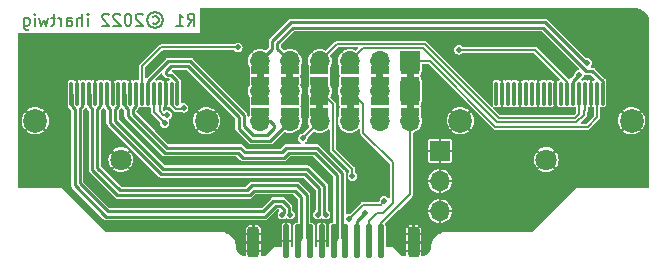
<source format=gbr>
%TF.GenerationSoftware,KiCad,Pcbnew,(6.0.5-0)*%
%TF.CreationDate,2022-10-30T13:02:09-07:00*%
%TF.ProjectId,hdmi-trident,68646d69-2d74-4726-9964-656e742e6b69,rev?*%
%TF.SameCoordinates,PX754d4c0PY6590fa0*%
%TF.FileFunction,Copper,L2,Bot*%
%TF.FilePolarity,Positive*%
%FSLAX46Y46*%
G04 Gerber Fmt 4.6, Leading zero omitted, Abs format (unit mm)*
G04 Created by KiCad (PCBNEW (6.0.5-0)) date 2022-10-30 13:02:09*
%MOMM*%
%LPD*%
G01*
G04 APERTURE LIST*
G04 Aperture macros list*
%AMRoundRect*
0 Rectangle with rounded corners*
0 $1 Rounding radius*
0 $2 $3 $4 $5 $6 $7 $8 $9 X,Y pos of 4 corners*
0 Add a 4 corners polygon primitive as box body*
4,1,4,$2,$3,$4,$5,$6,$7,$8,$9,$2,$3,0*
0 Add four circle primitives for the rounded corners*
1,1,$1+$1,$2,$3*
1,1,$1+$1,$4,$5*
1,1,$1+$1,$6,$7*
1,1,$1+$1,$8,$9*
0 Add four rect primitives between the rounded corners*
20,1,$1+$1,$2,$3,$4,$5,0*
20,1,$1+$1,$4,$5,$6,$7,0*
20,1,$1+$1,$6,$7,$8,$9,0*
20,1,$1+$1,$8,$9,$2,$3,0*%
%AMFreePoly0*
4,1,22,0.500000,-0.750000,0.000000,-0.750000,0.000000,-0.745033,-0.079941,-0.743568,-0.215256,-0.701293,-0.333266,-0.622738,-0.424486,-0.514219,-0.481581,-0.384460,-0.499164,-0.250000,-0.500000,-0.250000,-0.500000,0.250000,-0.499164,0.250000,-0.499963,0.256109,-0.478152,0.396186,-0.417904,0.524511,-0.324060,0.630769,-0.204165,0.706417,-0.067858,0.745374,0.000000,0.744959,0.000000,0.750000,
0.500000,0.750000,0.500000,-0.750000,0.500000,-0.750000,$1*%
%AMFreePoly1*
4,1,20,0.000000,0.744959,0.073905,0.744508,0.209726,0.703889,0.328688,0.626782,0.421226,0.519385,0.479903,0.390333,0.500000,0.250000,0.500000,-0.250000,0.499851,-0.262216,0.476331,-0.402017,0.414519,-0.529596,0.319384,-0.634700,0.198574,-0.708877,0.061801,-0.746166,0.000000,-0.745033,0.000000,-0.750000,-0.500000,-0.750000,-0.500000,0.750000,0.000000,0.750000,0.000000,0.744959,
0.000000,0.744959,$1*%
G04 Aperture macros list end*
%ADD10C,0.150000*%
%TA.AperFunction,NonConductor*%
%ADD11C,0.150000*%
%TD*%
%TA.AperFunction,ComponentPad*%
%ADD12R,1.700000X1.700000*%
%TD*%
%TA.AperFunction,ComponentPad*%
%ADD13O,1.700000X1.700000*%
%TD*%
%TA.AperFunction,SMDPad,CuDef*%
%ADD14RoundRect,0.125000X-0.125000X-1.275000X0.125000X-1.275000X0.125000X1.275000X-0.125000X1.275000X0*%
%TD*%
%TA.AperFunction,SMDPad,CuDef*%
%ADD15RoundRect,0.250000X-0.250000X-1.050000X0.250000X-1.050000X0.250000X1.050000X-0.250000X1.050000X0*%
%TD*%
%TA.AperFunction,ComponentPad*%
%ADD16C,2.000000*%
%TD*%
%TA.AperFunction,ComponentPad*%
%ADD17C,1.800000*%
%TD*%
%TA.AperFunction,SMDPad,CuDef*%
%ADD18RoundRect,0.075000X0.075000X0.925000X-0.075000X0.925000X-0.075000X-0.925000X0.075000X-0.925000X0*%
%TD*%
%TA.AperFunction,SMDPad,CuDef*%
%ADD19FreePoly0,90.000000*%
%TD*%
%TA.AperFunction,SMDPad,CuDef*%
%ADD20FreePoly1,90.000000*%
%TD*%
%TA.AperFunction,SMDPad,CuDef*%
%ADD21FreePoly0,270.000000*%
%TD*%
%TA.AperFunction,SMDPad,CuDef*%
%ADD22FreePoly1,270.000000*%
%TD*%
%TA.AperFunction,ViaPad*%
%ADD23C,0.508000*%
%TD*%
%TA.AperFunction,ViaPad*%
%ADD24C,0.609600*%
%TD*%
%TA.AperFunction,Conductor*%
%ADD25C,0.286000*%
%TD*%
%TA.AperFunction,Conductor*%
%ADD26C,0.203200*%
%TD*%
G04 APERTURE END LIST*
D10*
D11*
X14642857Y19747620D02*
X14976190Y20223810D01*
X15214285Y19747620D02*
X15214285Y20747620D01*
X14833333Y20747620D01*
X14738095Y20700000D01*
X14690476Y20652381D01*
X14642857Y20557143D01*
X14642857Y20414286D01*
X14690476Y20319048D01*
X14738095Y20271429D01*
X14833333Y20223810D01*
X15214285Y20223810D01*
X13690476Y19747620D02*
X14261904Y19747620D01*
X13976190Y19747620D02*
X13976190Y20747620D01*
X14071428Y20604762D01*
X14166666Y20509524D01*
X14261904Y20461905D01*
X11690476Y20509524D02*
X11785714Y20557143D01*
X11976190Y20557143D01*
X12071428Y20509524D01*
X12166666Y20414286D01*
X12214285Y20319048D01*
X12214285Y20128572D01*
X12166666Y20033334D01*
X12071428Y19938096D01*
X11976190Y19890477D01*
X11785714Y19890477D01*
X11690476Y19938096D01*
X11880952Y20890477D02*
X12119047Y20842858D01*
X12357142Y20700000D01*
X12500000Y20461905D01*
X12547619Y20223810D01*
X12500000Y19985715D01*
X12357142Y19747620D01*
X12119047Y19604762D01*
X11880952Y19557143D01*
X11642857Y19604762D01*
X11404761Y19747620D01*
X11261904Y19985715D01*
X11214285Y20223810D01*
X11261904Y20461905D01*
X11404761Y20700000D01*
X11642857Y20842858D01*
X11880952Y20890477D01*
X10833333Y20652381D02*
X10785714Y20700000D01*
X10690476Y20747620D01*
X10452380Y20747620D01*
X10357142Y20700000D01*
X10309523Y20652381D01*
X10261904Y20557143D01*
X10261904Y20461905D01*
X10309523Y20319048D01*
X10880952Y19747620D01*
X10261904Y19747620D01*
X9642857Y20747620D02*
X9547619Y20747620D01*
X9452380Y20700000D01*
X9404761Y20652381D01*
X9357142Y20557143D01*
X9309523Y20366667D01*
X9309523Y20128572D01*
X9357142Y19938096D01*
X9404761Y19842858D01*
X9452380Y19795239D01*
X9547619Y19747620D01*
X9642857Y19747620D01*
X9738095Y19795239D01*
X9785714Y19842858D01*
X9833333Y19938096D01*
X9880952Y20128572D01*
X9880952Y20366667D01*
X9833333Y20557143D01*
X9785714Y20652381D01*
X9738095Y20700000D01*
X9642857Y20747620D01*
X8928571Y20652381D02*
X8880952Y20700000D01*
X8785714Y20747620D01*
X8547619Y20747620D01*
X8452380Y20700000D01*
X8404761Y20652381D01*
X8357142Y20557143D01*
X8357142Y20461905D01*
X8404761Y20319048D01*
X8976190Y19747620D01*
X8357142Y19747620D01*
X7976190Y20652381D02*
X7928571Y20700000D01*
X7833333Y20747620D01*
X7595238Y20747620D01*
X7500000Y20700000D01*
X7452380Y20652381D01*
X7404761Y20557143D01*
X7404761Y20461905D01*
X7452380Y20319048D01*
X8023809Y19747620D01*
X7404761Y19747620D01*
X6214285Y19747620D02*
X6214285Y20414286D01*
X6214285Y20747620D02*
X6261904Y20700000D01*
X6214285Y20652381D01*
X6166666Y20700000D01*
X6214285Y20747620D01*
X6214285Y20652381D01*
X5738095Y19747620D02*
X5738095Y20747620D01*
X5309523Y19747620D02*
X5309523Y20271429D01*
X5357142Y20366667D01*
X5452380Y20414286D01*
X5595238Y20414286D01*
X5690476Y20366667D01*
X5738095Y20319048D01*
X4404761Y19747620D02*
X4404761Y20271429D01*
X4452380Y20366667D01*
X4547619Y20414286D01*
X4738095Y20414286D01*
X4833333Y20366667D01*
X4404761Y19795239D02*
X4500000Y19747620D01*
X4738095Y19747620D01*
X4833333Y19795239D01*
X4880952Y19890477D01*
X4880952Y19985715D01*
X4833333Y20080953D01*
X4738095Y20128572D01*
X4500000Y20128572D01*
X4404761Y20176191D01*
X3928571Y19747620D02*
X3928571Y20414286D01*
X3928571Y20223810D02*
X3880952Y20319048D01*
X3833333Y20366667D01*
X3738095Y20414286D01*
X3642857Y20414286D01*
X3452380Y20414286D02*
X3071428Y20414286D01*
X3309523Y20747620D02*
X3309523Y19890477D01*
X3261904Y19795239D01*
X3166666Y19747620D01*
X3071428Y19747620D01*
X2833333Y20414286D02*
X2642857Y19747620D01*
X2452380Y20223810D01*
X2261904Y19747620D01*
X2071428Y20414286D01*
X1690476Y19747620D02*
X1690476Y20414286D01*
X1690476Y20747620D02*
X1738095Y20700000D01*
X1690476Y20652381D01*
X1642857Y20700000D01*
X1690476Y20747620D01*
X1690476Y20652381D01*
X785714Y20414286D02*
X785714Y19604762D01*
X833333Y19509524D01*
X880952Y19461905D01*
X976190Y19414286D01*
X1119047Y19414286D01*
X1214285Y19461905D01*
X785714Y19795239D02*
X880952Y19747620D01*
X1071428Y19747620D01*
X1166666Y19795239D01*
X1214285Y19842858D01*
X1261904Y19938096D01*
X1261904Y20223810D01*
X1214285Y20319048D01*
X1166666Y20366667D01*
X1071428Y20414286D01*
X880952Y20414286D01*
X785714Y20366667D01*
%TO.C,JP12*%
G36*
X21100000Y15250000D02*
G01*
X20500000Y15250000D01*
X20500000Y15750000D01*
X21100000Y15750000D01*
X21100000Y15250000D01*
G37*
%TO.C,JP11*%
G36*
X23600000Y15250000D02*
G01*
X23000000Y15250000D01*
X23000000Y15750000D01*
X23600000Y15750000D01*
X23600000Y15250000D01*
G37*
%TO.C,JP8*%
G36*
X31200000Y15250000D02*
G01*
X30600000Y15250000D01*
X30600000Y15750000D01*
X31200000Y15750000D01*
X31200000Y15250000D01*
G37*
%TO.C,JP7*%
G36*
X33800000Y15250000D02*
G01*
X33200000Y15250000D01*
X33200000Y15750000D01*
X33800000Y15750000D01*
X33800000Y15250000D01*
G37*
%TO.C,JP4*%
G36*
X26100000Y12650000D02*
G01*
X25500000Y12650000D01*
X25500000Y13150000D01*
X26100000Y13150000D01*
X26100000Y12650000D01*
G37*
%TO.C,JP3*%
G36*
X28700000Y12650000D02*
G01*
X28100000Y12650000D01*
X28100000Y13150000D01*
X28700000Y13150000D01*
X28700000Y12650000D01*
G37*
%TO.C,JP1*%
G36*
X33800000Y12650000D02*
G01*
X33200000Y12650000D01*
X33200000Y13150000D01*
X33800000Y13150000D01*
X33800000Y12650000D01*
G37*
%TD*%
D12*
%TO.P,J6,1,Pin_1*%
%TO.N,GND*%
X36007000Y9122000D03*
D13*
%TO.P,J6,2,Pin_2*%
X36007000Y6582000D03*
%TO.P,J6,3,Pin_3*%
X36007000Y4042000D03*
%TD*%
D14*
%TO.P,J5,2,D2S*%
%TO.N,GND*%
X23000000Y1500000D03*
%TO.P,J5,4,D1+*%
%TO.N,/TDMS_D1_P*%
X24000000Y1500000D03*
%TO.P,J5,6,D1-*%
%TO.N,/TDMS_D1_N*%
X25000000Y1500000D03*
%TO.P,J5,8,D0S*%
%TO.N,GND*%
X26000000Y1500000D03*
%TO.P,J5,10,CK+*%
%TO.N,/TDMS_CK_P*%
X27000000Y1500000D03*
%TO.P,J5,12,CK-*%
%TO.N,/TDMS_CK_N*%
X28000000Y1500000D03*
%TO.P,J5,14,UTILITY/HEAC+*%
%TO.N,/SRC_HEAC_P*%
X29000000Y1500000D03*
%TO.P,J5,16,SDA*%
%TO.N,/SINK_DDC_SDA*%
X30000000Y1500000D03*
%TO.P,J5,18,+5V*%
%TO.N,+5V*%
X31000000Y1500000D03*
D15*
%TO.P,J5,SH,SH*%
%TO.N,GND*%
X33775000Y1400000D03*
X20225000Y1400000D03*
%TD*%
D16*
%TO.P,J1,SH,SH*%
%TO.N,GND*%
X16250000Y11700000D03*
D17*
X9000000Y8400000D03*
D16*
X1750000Y11700000D03*
D18*
%TO.P,J1,19,HPD/HEAC-*%
%TO.N,/SINK_HEAC_N*%
X13790000Y14000000D03*
%TO.P,J1,18,+5V*%
%TO.N,+5V*%
X13290000Y14000000D03*
%TO.P,J1,17,GND*%
%TO.N,GND*%
X12790000Y14000000D03*
%TO.P,J1,16,SDA*%
%TO.N,/SRC_DDC_SDA*%
X12290000Y14000000D03*
%TO.P,J1,15,SCL*%
%TO.N,/SRC_DDC_SCL*%
X11790000Y14000000D03*
%TO.P,J1,14,UTILITY/HEAC+*%
%TO.N,/SINK_HEAC_P*%
X11290000Y14000000D03*
%TO.P,J1,13,CEC*%
%TO.N,/SRC_CEC*%
X10790000Y14000000D03*
%TO.P,J1,12,CK-*%
%TO.N,/TDMS_CK_N*%
X10290000Y14000000D03*
%TO.P,J1,11,CKS*%
%TO.N,GND*%
X9790000Y14000000D03*
%TO.P,J1,10,CK+*%
%TO.N,/TDMS_CK_P*%
X9290000Y14000000D03*
%TO.P,J1,9,D0-*%
%TO.N,/TDMS_D0_N*%
X8790000Y14000000D03*
%TO.P,J1,8,D0S*%
%TO.N,GND*%
X8290000Y14000000D03*
%TO.P,J1,7,D0+*%
%TO.N,/TDMS_D0_P*%
X7790000Y14000000D03*
%TO.P,J1,6,D1-*%
%TO.N,/TDMS_D1_N*%
X7290000Y14000000D03*
%TO.P,J1,5,D1S*%
%TO.N,GND*%
X6790000Y14000000D03*
%TO.P,J1,4,D1+*%
%TO.N,/TDMS_D1_P*%
X6290000Y14000000D03*
%TO.P,J1,3,D2-*%
%TO.N,/TDMS_D2_N*%
X5790000Y14000000D03*
%TO.P,J1,2,D2S*%
%TO.N,GND*%
X5290000Y14000000D03*
%TO.P,J1,1,D2+*%
%TO.N,/TDMS_D2_P*%
X4790000Y14000000D03*
%TD*%
D19*
%TO.P,JP12,1,A*%
%TO.N,/SRC_HEAC_P*%
X20800000Y14850000D03*
D20*
%TO.P,JP12,2,B*%
%TO.N,/SPLIT_HEAC_P*%
X20800000Y16150000D03*
%TD*%
D19*
%TO.P,JP11,1,A*%
%TO.N,/SRC_HEAC_N*%
X23300000Y14850000D03*
D20*
%TO.P,JP11,2,B*%
%TO.N,/SPLIT_HEAC_N*%
X23300000Y16150000D03*
%TD*%
%TO.P,JP10,2,B*%
%TO.N,/SPLIT_DDC_SDA*%
X28400000Y16150000D03*
D19*
%TO.P,JP10,1,A*%
%TO.N,/SINK_DDC_SDA*%
X28400000Y14850000D03*
%TD*%
D20*
%TO.P,JP9,2,B*%
%TO.N,/SPLIT_DDC_SCL*%
X25800000Y16150000D03*
D19*
%TO.P,JP9,1,A*%
%TO.N,/SINK_DDC_SCL*%
X25800000Y14850000D03*
%TD*%
%TO.P,JP8,1,A*%
%TO.N,/SINK_CEC*%
X30900000Y14850000D03*
D20*
%TO.P,JP8,2,B*%
%TO.N,/SPLIT_CEC*%
X30900000Y16150000D03*
%TD*%
%TO.P,JP7,2,B*%
%TO.N,/SPLIT_5V*%
X33500000Y16150000D03*
D19*
%TO.P,JP7,1,A*%
%TO.N,+5V*%
X33500000Y14850000D03*
%TD*%
D21*
%TO.P,JP6,1,A*%
%TO.N,/SRC_HEAC_P*%
X20800000Y13550000D03*
D22*
%TO.P,JP6,2,B*%
%TO.N,/SINK_HEAC_P*%
X20800000Y12250000D03*
%TD*%
D21*
%TO.P,JP5,1,A*%
%TO.N,/SRC_HEAC_N*%
X23350000Y13550000D03*
D22*
%TO.P,JP5,2,B*%
%TO.N,/SINK_HEAC_N*%
X23350000Y12250000D03*
%TD*%
D21*
%TO.P,JP4,1,A*%
%TO.N,/SINK_DDC_SCL*%
X25800000Y13550000D03*
D22*
%TO.P,JP4,2,B*%
%TO.N,/SRC_DDC_SCL*%
X25800000Y12250000D03*
%TD*%
D21*
%TO.P,JP3,1,A*%
%TO.N,/SINK_DDC_SDA*%
X28400000Y13550000D03*
D22*
%TO.P,JP3,2,B*%
%TO.N,/SRC_DDC_SDA*%
X28400000Y12250000D03*
%TD*%
D21*
%TO.P,JP2,1,A*%
%TO.N,/SINK_CEC*%
X30900000Y13550000D03*
D22*
%TO.P,JP2,2,B*%
%TO.N,/SRC_CEC*%
X30900000Y12250000D03*
%TD*%
D19*
%TO.P,JP1,1,A*%
%TO.N,+5V*%
X33500000Y12250000D03*
D20*
%TO.P,JP1,2,B*%
X33500000Y13550000D03*
%TD*%
D16*
%TO.P,J2,SH,SH*%
%TO.N,GND*%
X52250000Y11700000D03*
D17*
X45000000Y8400000D03*
D16*
X37750000Y11700000D03*
D18*
%TO.P,J2,19,HPD/HEAC-*%
%TO.N,/SPLIT_HEAC_N*%
X49790000Y14000000D03*
%TO.P,J2,18,+5V*%
%TO.N,/SPLIT_5V*%
X49290000Y14000000D03*
%TO.P,J2,17,GND*%
%TO.N,GND*%
X48790000Y14000000D03*
%TO.P,J2,16,SDA*%
%TO.N,/SPLIT_DDC_SDA*%
X48290000Y14000000D03*
%TO.P,J2,15,SCL*%
%TO.N,/SPLIT_DDC_SCL*%
X47790000Y14000000D03*
%TO.P,J2,14,UTILITY/HEAC+*%
%TO.N,/SPLIT_HEAC_P*%
X47290000Y14000000D03*
%TO.P,J2,13,CEC*%
%TO.N,/SPLIT_CEC*%
X46790000Y14000000D03*
%TO.P,J2,12,CK-*%
%TO.N,unconnected-(J2-Pad12)*%
X46290000Y14000000D03*
%TO.P,J2,11,CKS*%
%TO.N,GND*%
X45790000Y14000000D03*
%TO.P,J2,10,CK+*%
%TO.N,unconnected-(J2-Pad10)*%
X45290000Y14000000D03*
%TO.P,J2,9,D0-*%
%TO.N,unconnected-(J2-Pad9)*%
X44790000Y14000000D03*
%TO.P,J2,8,D0S*%
%TO.N,GND*%
X44290000Y14000000D03*
%TO.P,J2,7,D0+*%
%TO.N,unconnected-(J2-Pad7)*%
X43790000Y14000000D03*
%TO.P,J2,6,D1-*%
%TO.N,unconnected-(J2-Pad6)*%
X43290000Y14000000D03*
%TO.P,J2,5,D1S*%
%TO.N,GND*%
X42790000Y14000000D03*
%TO.P,J2,4,D1+*%
%TO.N,unconnected-(J2-Pad4)*%
X42290000Y14000000D03*
%TO.P,J2,3,D2-*%
%TO.N,unconnected-(J2-Pad3)*%
X41790000Y14000000D03*
%TO.P,J2,2,D2S*%
%TO.N,GND*%
X41290000Y14000000D03*
%TO.P,J2,1,D2+*%
%TO.N,unconnected-(J2-Pad1)*%
X40790000Y14000000D03*
%TD*%
D13*
%TO.P,J3,12,Pin_12*%
%TO.N,/SINK_HEAC_P*%
X20767000Y11662000D03*
%TO.P,J3,11,Pin_11*%
%TO.N,/SRC_HEAC_P*%
X20767000Y14202000D03*
%TO.P,J3,10,Pin_10*%
%TO.N,/SINK_HEAC_N*%
X23307000Y11662000D03*
%TO.P,J3,9,Pin_9*%
%TO.N,/SRC_HEAC_N*%
X23307000Y14202000D03*
%TO.P,J3,8,Pin_8*%
%TO.N,/SRC_DDC_SCL*%
X25847000Y11662000D03*
%TO.P,J3,7,Pin_7*%
%TO.N,/SINK_DDC_SCL*%
X25847000Y14202000D03*
%TO.P,J3,6,Pin_6*%
%TO.N,/SRC_DDC_SDA*%
X28387000Y11662000D03*
%TO.P,J3,5,Pin_5*%
%TO.N,/SINK_DDC_SDA*%
X28387000Y14202000D03*
%TO.P,J3,4,Pin_4*%
%TO.N,/SRC_CEC*%
X30927000Y11662000D03*
%TO.P,J3,3,Pin_3*%
%TO.N,/SINK_CEC*%
X30927000Y14202000D03*
%TO.P,J3,2,Pin_2*%
%TO.N,+5V*%
X33467000Y11662000D03*
D12*
%TO.P,J3,1,Pin_1*%
X33467000Y14202000D03*
%TD*%
D13*
%TO.P,J4,6,Pin_6*%
%TO.N,/SPLIT_HEAC_P*%
X20767000Y16742000D03*
%TO.P,J4,5,Pin_5*%
%TO.N,/SPLIT_HEAC_N*%
X23307000Y16742000D03*
%TO.P,J4,4,Pin_4*%
%TO.N,/SPLIT_DDC_SCL*%
X25847000Y16742000D03*
%TO.P,J4,3,Pin_3*%
%TO.N,/SPLIT_DDC_SDA*%
X28387000Y16742000D03*
%TO.P,J4,2,Pin_2*%
%TO.N,/SPLIT_CEC*%
X30927000Y16742000D03*
D12*
%TO.P,J4,1,Pin_1*%
%TO.N,/SPLIT_5V*%
X33467000Y16742000D03*
%TD*%
D23*
%TO.N,GND*%
X30900000Y5500000D03*
X26400000Y9900000D03*
X28300000Y4400000D03*
X28400000Y10300000D03*
X30500000Y8200000D03*
X32800000Y2900000D03*
X34700000Y2900000D03*
X34700000Y2100000D03*
X32800000Y2100000D03*
X34700000Y1400000D03*
X34700000Y700000D03*
X32800000Y700000D03*
X32800000Y1400000D03*
X21200000Y2800000D03*
X19300000Y2800000D03*
X19300000Y2100000D03*
X21200000Y2100000D03*
X21200000Y1400000D03*
X19300000Y700000D03*
X21200000Y700000D03*
X19300000Y1400000D03*
D24*
X4300000Y7900000D03*
X9300000Y2900000D03*
X15000000Y2900000D03*
D23*
X21500000Y19100000D03*
X24200000Y18900000D03*
X25600000Y20700000D03*
X31400000Y20700000D03*
X30600000Y18900000D03*
X38200000Y18900000D03*
X38900000Y20700000D03*
X45600000Y20500000D03*
X44700000Y18600000D03*
X48300000Y17500000D03*
X47100000Y16300000D03*
X48800000Y12200000D03*
%TO.N,/SPLIT_HEAC_P*%
X48500000Y16600000D03*
X47800000Y15600000D03*
%TO.N,/SPLIT_CEC*%
X37600000Y17700000D03*
%TO.N,/SRC_DDC_SDA*%
X12900000Y12200000D03*
%TO.N,+5V*%
X14300000Y12800000D03*
%TO.N,GND*%
X19600000Y12900000D03*
X18400000Y11700000D03*
X16700000Y13400000D03*
X17900000Y14600000D03*
X16400000Y16100000D03*
X15200000Y14900000D03*
X14000000Y15700000D03*
X14000000Y17300000D03*
X11400000Y16000000D03*
%TO.N,/SRC_CEC*%
X18900000Y17900000D03*
%TO.N,/SRC_DDC_SCL*%
X12700000Y11500000D03*
D24*
%TO.N,GND*%
X17600000Y10100000D03*
D23*
%TO.N,/SRC_DDC_SCL*%
X24400000Y10200000D03*
D24*
%TO.N,GND*%
X22800000Y10000000D03*
D23*
%TO.N,/SINK_DDC_SCL*%
X28600000Y7000000D03*
%TO.N,/SINK_CEC*%
X31300000Y4900000D03*
X28300000Y3400000D03*
%TO.N,/SRC_HEAC_P*%
X29700000Y3900000D03*
D24*
%TO.N,GND*%
X11900000Y11400000D03*
X19500000Y6500000D03*
X18500000Y8300000D03*
X24300000Y8300000D03*
D23*
X28300000Y6300000D03*
X26700000Y6500000D03*
D24*
X12900000Y8300000D03*
D23*
X25200000Y5800000D03*
D24*
X20700000Y4700000D03*
D23*
X23700000Y4700000D03*
D24*
X13500000Y6500000D03*
X14300000Y4700000D03*
X8900000Y4700000D03*
D23*
%TO.N,/TDMS_D2_N*%
X23330200Y3750000D03*
%TO.N,/TDMS_D2_P*%
X22669800Y3750000D03*
%TO.N,/TDMS_D0_N*%
X26330200Y3750000D03*
%TO.N,/TDMS_D0_P*%
X25669800Y3750000D03*
%TO.N,GND*%
X22000000Y3300000D03*
D24*
X6200000Y6800000D03*
%TD*%
D25*
%TO.N,/SINK_HEAC_P*%
X11290000Y14000000D02*
X11290000Y15023145D01*
X19419200Y12190796D02*
X19419200Y11280800D01*
X19419200Y11280800D02*
X20200000Y10500000D01*
X11290000Y15023145D02*
X13004766Y16737911D01*
X13004766Y16737911D02*
X14872085Y16737911D01*
X14872085Y16737911D02*
X19419200Y12190796D01*
X22000000Y11300000D02*
X21638000Y11662000D01*
X20200000Y10500000D02*
X21400000Y10500000D01*
X21400000Y10500000D02*
X22000000Y11100000D01*
X22000000Y11100000D02*
X22000000Y11300000D01*
X21638000Y11662000D02*
X20767000Y11662000D01*
D26*
%TO.N,GND*%
X33775000Y2225000D02*
X33100000Y2900000D01*
X33100000Y2900000D02*
X32800000Y2900000D01*
X32800000Y2100000D02*
X32800000Y2900000D01*
X33775000Y2275000D02*
X34400000Y2900000D01*
X34400000Y2900000D02*
X34700000Y2900000D01*
X34700000Y2100000D02*
X34700000Y2900000D01*
X33775000Y1400000D02*
X33775000Y2275000D01*
X33775000Y1400000D02*
X33775000Y2225000D01*
X33775000Y1400000D02*
X33775000Y1825000D01*
X33775000Y1825000D02*
X33500000Y2100000D01*
X33500000Y2100000D02*
X32800000Y2100000D01*
X33775000Y1400000D02*
X33775000Y1775000D01*
X34100000Y2100000D02*
X34700000Y2100000D01*
X33775000Y1775000D02*
X34100000Y2100000D01*
X32800000Y1400000D02*
X32800000Y2100000D01*
X34700000Y2100000D02*
X34700000Y1400000D01*
X33775000Y1400000D02*
X33775000Y1025000D01*
X33775000Y1025000D02*
X34100000Y700000D01*
X34100000Y700000D02*
X34700000Y700000D01*
X33775000Y1400000D02*
X33775000Y1075000D01*
X33775000Y1075000D02*
X33400000Y700000D01*
X33400000Y700000D02*
X32800000Y700000D01*
X33775000Y1400000D02*
X34700000Y1400000D01*
X32800000Y1400000D02*
X32800000Y700000D01*
X21200000Y2100000D02*
X21200000Y2800000D01*
X19300000Y2100000D02*
X21200000Y2100000D01*
X19300000Y700000D02*
X21200000Y700000D01*
X20225000Y1400000D02*
X21200000Y1400000D01*
X19300000Y1400000D02*
X19300000Y700000D01*
X20225000Y1400000D02*
X19300000Y1400000D01*
D25*
%TO.N,/SPLIT_HEAC_P*%
X44890796Y20019200D02*
X23409204Y20019200D01*
%TO.N,/SPLIT_HEAC_N*%
X22256200Y18246204D02*
X22256200Y17792800D01*
%TO.N,/SPLIT_HEAC_P*%
X48500000Y16600000D02*
X48445002Y16654998D01*
X48445002Y16654998D02*
X48254998Y16654998D01*
X21817800Y17792800D02*
X20767000Y16742000D01*
%TO.N,/SPLIT_HEAC_N*%
X48913145Y15900000D02*
X48390004Y15900000D01*
%TO.N,/SPLIT_HEAC_P*%
X23409204Y20019200D02*
X21817800Y18427796D01*
X48254998Y16654998D02*
X44890796Y20019200D01*
X21817800Y18427796D02*
X21817800Y17792800D01*
%TO.N,/SPLIT_HEAC_N*%
X49790000Y14000000D02*
X49790000Y15023145D01*
X49790000Y15023145D02*
X48913145Y15900000D01*
X48390004Y15900000D02*
X44709204Y19580800D01*
X44709204Y19580800D02*
X23590796Y19580800D01*
X23590796Y19580800D02*
X22256200Y18246204D01*
X22256200Y17792800D02*
X23307000Y16742000D01*
D26*
%TO.N,/SPLIT_5V*%
X40700000Y11200000D02*
X48517716Y11200000D01*
X48517716Y11200000D02*
X49307501Y11989785D01*
X49307501Y13982499D02*
X49290000Y14000000D01*
X35158000Y16742000D02*
X40700000Y11200000D01*
X33467000Y16742000D02*
X35158000Y16742000D01*
%TO.N,/SPLIT_DDC_SDA*%
X47557313Y11555111D02*
X48192499Y12190297D01*
X34556691Y17845511D02*
X40847091Y11555111D01*
X48290000Y12607716D02*
X48290000Y14000000D01*
X29490511Y17845511D02*
X34556691Y17845511D01*
X48192499Y12510215D02*
X48290000Y12607716D01*
%TO.N,/SPLIT_5V*%
X49307501Y11989785D02*
X49307501Y13982499D01*
%TO.N,/SPLIT_DDC_SDA*%
X28387000Y16742000D02*
X29490511Y17845511D01*
X40847091Y11555111D02*
X47557313Y11555111D01*
%TO.N,GND*%
X48790000Y14000000D02*
X48790000Y12210000D01*
%TO.N,/SPLIT_DDC_SDA*%
X48192499Y12190297D02*
X48192499Y12510215D01*
%TO.N,GND*%
X48790000Y12210000D02*
X48800000Y12200000D01*
%TO.N,+5V*%
X33467000Y11662000D02*
X33467000Y14202000D01*
D25*
%TO.N,/SPLIT_HEAC_P*%
X47290000Y14000000D02*
X47290000Y15090000D01*
X47290000Y15090000D02*
X47800000Y15600000D01*
D26*
%TO.N,/SPLIT_DDC_SCL*%
X47790000Y12290000D02*
X47790000Y14000000D01*
X34703783Y18200621D02*
X40994182Y11910222D01*
X47410222Y11910222D02*
X47790000Y12290000D01*
X27305622Y18200622D02*
X34703783Y18200621D01*
X25847000Y16742000D02*
X27305622Y18200622D01*
X40994182Y11910222D02*
X47410222Y11910222D01*
%TO.N,/SPLIT_CEC*%
X46790000Y14964597D02*
X46790000Y14000000D01*
X37600000Y17700000D02*
X44054597Y17700000D01*
X44054597Y17700000D02*
X46790000Y14964597D01*
X30927000Y16742000D02*
X30942000Y16742000D01*
X30942000Y16742000D02*
X31100000Y16900000D01*
%TO.N,/SRC_DDC_SDA*%
X12290000Y12510000D02*
X12600000Y12200000D01*
X12600000Y12200000D02*
X12900000Y12200000D01*
%TO.N,+5V*%
X13657900Y12667503D02*
X14167503Y12667503D01*
X14167503Y12667503D02*
X14300000Y12800000D01*
X13290000Y14000000D02*
X13290000Y13035403D01*
X13290000Y13035403D02*
X13657900Y12667503D01*
%TO.N,/SRC_CEC*%
X10800000Y16300000D02*
X12400000Y17900000D01*
X12400000Y17900000D02*
X18900000Y17900000D01*
X10800000Y15700000D02*
X10800000Y16300000D01*
X10800000Y15700000D02*
X10800000Y14010000D01*
X10800000Y14010000D02*
X10790000Y14000000D01*
%TO.N,/SRC_DDC_SDA*%
X12290000Y14000000D02*
X12290000Y12510000D01*
%TO.N,/SRC_DDC_SCL*%
X11790000Y14000000D02*
X11790000Y12410000D01*
X11790000Y12410000D02*
X12700000Y11500000D01*
X11790000Y13010000D02*
X11790000Y14000000D01*
X25847000Y11662000D02*
X24400000Y10215000D01*
X24400000Y10215000D02*
X24400000Y10200000D01*
%TO.N,/SINK_DDC_SCL*%
X25847000Y14202000D02*
X26950511Y13098489D01*
X26950511Y13098489D02*
X26950511Y9249489D01*
X26950511Y9249489D02*
X28600000Y7600000D01*
X28600000Y7600000D02*
X28600000Y7000000D01*
%TO.N,/SINK_DDC_SDA*%
X28387000Y14202000D02*
X29500000Y13089000D01*
X32000000Y4700000D02*
X31200000Y3900000D01*
X29500000Y13089000D02*
X29500000Y10700000D01*
X32000000Y8200000D02*
X32000000Y4700000D01*
X31200000Y3900000D02*
X30700000Y3900000D01*
X29500000Y10700000D02*
X32000000Y8200000D01*
X30700000Y3900000D02*
X30000000Y3200000D01*
X30000000Y3200000D02*
X30000000Y1500000D01*
%TO.N,+5V*%
X31000000Y1500000D02*
X31000000Y3000000D01*
X31000000Y3000000D02*
X33467000Y5467000D01*
X33467000Y5467000D02*
X33467000Y11662000D01*
%TO.N,/SINK_CEC*%
X31100000Y4700000D02*
X31300000Y4900000D01*
X30700000Y4600000D02*
X31000000Y4600000D01*
X31000000Y4600000D02*
X31100000Y4700000D01*
X29500000Y4600000D02*
X30700000Y4600000D01*
X28300000Y3400000D02*
X29500000Y4600000D01*
D25*
%TO.N,/SRC_HEAC_P*%
X29000000Y3200000D02*
X29700000Y3900000D01*
%TO.N,/TDMS_CK_P*%
X27280800Y1780800D02*
X27280800Y7109204D01*
%TO.N,/TDMS_CK_N*%
X22609204Y9019200D02*
X19490796Y9019200D01*
%TO.N,/TDMS_CK_P*%
X22790796Y8580800D02*
X19309204Y8580800D01*
X18909204Y8980800D02*
X12709204Y8980800D01*
%TO.N,/TDMS_CK_N*%
X10234920Y12921775D02*
X10234920Y13944920D01*
%TO.N,/TDMS_CK_P*%
X25409204Y8980800D02*
X23190796Y8980800D01*
X9570800Y12119204D02*
X9570800Y12696055D01*
%TO.N,/TDMS_CK_N*%
X10009200Y12300796D02*
X10009200Y12696055D01*
X12890796Y9419200D02*
X10009200Y12300796D01*
%TO.N,/TDMS_CK_P*%
X19309204Y8580800D02*
X18909204Y8980800D01*
%TO.N,/TDMS_CK_N*%
X27719200Y1780800D02*
X27719200Y7290796D01*
X27719200Y7290796D02*
X25590796Y9419200D01*
X19490796Y9019200D02*
X19090796Y9419200D01*
X10234920Y13944920D02*
X10290000Y14000000D01*
%TO.N,/TDMS_CK_P*%
X12709204Y8980800D02*
X9570800Y12119204D01*
X9570800Y12696055D02*
X9345080Y12921775D01*
X27000000Y1500000D02*
X27280800Y1780800D01*
X9345080Y12921775D02*
X9345080Y13944920D01*
X9345080Y13944920D02*
X9290000Y14000000D01*
%TO.N,/TDMS_CK_N*%
X28000000Y1500000D02*
X27719200Y1780800D01*
X25590796Y9419200D02*
X23009204Y9419200D01*
X23009204Y9419200D02*
X22609204Y9019200D01*
%TO.N,/TDMS_CK_P*%
X23190796Y8980800D02*
X22790796Y8580800D01*
X27280800Y7109204D02*
X25409204Y8980800D01*
%TO.N,/TDMS_CK_N*%
X19090796Y9419200D02*
X12890796Y9419200D01*
X10009200Y12696055D02*
X10234920Y12921775D01*
%TO.N,/SINK_HEAC_N*%
X12900000Y15600000D02*
X12800000Y15700000D01*
X13200000Y16300000D02*
X14690004Y16300000D01*
X13213145Y15600000D02*
X12900000Y15600000D01*
X12800000Y15700000D02*
X12800000Y15900000D01*
X13790000Y15023145D02*
X13213145Y15600000D01*
X12800000Y15900000D02*
X13200000Y16300000D01*
X14690004Y16300000D02*
X18980800Y12009204D01*
X18980800Y12009204D02*
X18980800Y11019200D01*
X18980800Y11019200D02*
X20000000Y10000000D01*
X13790000Y14000000D02*
X13790000Y15023145D01*
X20000000Y10000000D02*
X21645000Y10000000D01*
X21645000Y10000000D02*
X23307000Y11662000D01*
%TO.N,/SINK_HEAC_P*%
X20767000Y11662000D02*
X20767000Y11433000D01*
%TO.N,/TDMS_D0_P*%
X25780800Y3861000D02*
X25780800Y6009204D01*
X8070800Y11519204D02*
X8070800Y12696055D01*
X25780800Y6009204D02*
X24609204Y7180800D01*
X25669800Y3750000D02*
X25780800Y3861000D01*
%TO.N,/TDMS_D0_N*%
X26330200Y3750000D02*
X26219200Y3861000D01*
%TO.N,/TDMS_D0_P*%
X24609204Y7180800D02*
X12409204Y7180800D01*
%TO.N,/TDMS_D0_N*%
X24790796Y7619200D02*
X12590796Y7619200D01*
X8734920Y13944920D02*
X8790000Y14000000D01*
%TO.N,/TDMS_D0_P*%
X7845080Y12921775D02*
X7845080Y13944920D01*
X12409204Y7180800D02*
X8070800Y11519204D01*
X8070800Y12696055D02*
X7845080Y12921775D01*
X7845080Y13944920D02*
X7790000Y14000000D01*
%TO.N,/TDMS_D0_N*%
X26219200Y3861000D02*
X26219200Y6190796D01*
X26219200Y6190796D02*
X24790796Y7619200D01*
X12590796Y7619200D02*
X8509200Y11700796D01*
X8509200Y11700796D02*
X8509200Y12696055D01*
X8509200Y12696055D02*
X8734920Y12921775D01*
X8734920Y12921775D02*
X8734920Y13944920D01*
%TO.N,/TDMS_D1_P*%
X6290000Y14000000D02*
X6345080Y13944920D01*
%TO.N,/TDMS_D1_N*%
X19709204Y5819200D02*
X20109204Y6219200D01*
%TO.N,/TDMS_D1_P*%
X6345080Y13944920D02*
X6345080Y12921775D01*
X23709204Y5780800D02*
X24280800Y5209204D01*
X6345080Y12921775D02*
X6570800Y12696055D01*
X6570800Y12696055D02*
X6570800Y7519204D01*
X6570800Y7519204D02*
X8709204Y5380800D01*
%TO.N,/TDMS_D1_N*%
X24719200Y1780800D02*
X25000000Y1500000D01*
%TO.N,/TDMS_D1_P*%
X8709204Y5380800D02*
X19890796Y5380800D01*
X19890796Y5380800D02*
X20290796Y5780800D01*
X20290796Y5780800D02*
X23709204Y5780800D01*
X24280800Y5209204D02*
X24280800Y1780800D01*
X24280800Y1780800D02*
X24000000Y1500000D01*
%TO.N,/TDMS_D1_N*%
X7290000Y14000000D02*
X7234920Y13944920D01*
X7009200Y12696055D02*
X7009200Y7700796D01*
X7234920Y13944920D02*
X7234920Y12921775D01*
X7234920Y12921775D02*
X7009200Y12696055D01*
X7009200Y7700796D02*
X8890796Y5819200D01*
X8890796Y5819200D02*
X19709204Y5819200D01*
X20109204Y6219200D02*
X23890796Y6219200D01*
X23890796Y6219200D02*
X24719200Y5390796D01*
X24719200Y5390796D02*
X24719200Y1780800D01*
%TO.N,/TDMS_D2_P*%
X7709204Y3580800D02*
X21190796Y3580800D01*
%TO.N,/TDMS_D2_N*%
X21009204Y4019200D02*
X21909204Y4919200D01*
%TO.N,/TDMS_D2_P*%
X4790000Y14000000D02*
X4845080Y13944920D01*
X5070800Y6219204D02*
X7709204Y3580800D01*
%TO.N,/TDMS_D2_N*%
X5509200Y12696055D02*
X5509200Y6400796D01*
%TO.N,/TDMS_D2_P*%
X21190796Y3580800D02*
X22090796Y4480800D01*
X4845080Y13944920D02*
X4845080Y12921775D01*
X4845080Y12921775D02*
X5070800Y12696055D01*
X22780800Y4209204D02*
X22780800Y3861000D01*
%TO.N,/TDMS_D2_N*%
X5734920Y13944920D02*
X5734920Y12921775D01*
%TO.N,/TDMS_D2_P*%
X5070800Y12696055D02*
X5070800Y6219204D01*
X22090796Y4480800D02*
X22509204Y4480800D01*
X22509204Y4480800D02*
X22780800Y4209204D01*
X22780800Y3861000D02*
X22669800Y3750000D01*
%TO.N,/TDMS_D2_N*%
X5790000Y14000000D02*
X5734920Y13944920D01*
X5734920Y12921775D02*
X5509200Y12696055D01*
X21909204Y4919200D02*
X22690796Y4919200D01*
X5509200Y6400796D02*
X7890796Y4019200D01*
X7890796Y4019200D02*
X21009204Y4019200D01*
X22690796Y4919200D02*
X23219200Y4390796D01*
X23219200Y3861000D02*
X23330200Y3750000D01*
X23219200Y4390796D02*
X23219200Y3861000D01*
%TO.N,/SPLIT_HEAC_N*%
X49790000Y14000000D02*
X49734920Y13944920D01*
%TO.N,/SRC_HEAC_P*%
X29000000Y1500000D02*
X29000000Y3200000D01*
%TD*%
%TA.AperFunction,Conductor*%
%TO.N,GND*%
G36*
X52482590Y21248055D02*
G01*
X52492735Y21246037D01*
X52492736Y21246037D01*
X52500000Y21244592D01*
X52507475Y21246079D01*
X52528049Y21247293D01*
X52602703Y21241418D01*
X52689565Y21234581D01*
X52701220Y21232735D01*
X52880359Y21189727D01*
X52891582Y21186081D01*
X53061793Y21115578D01*
X53072307Y21110221D01*
X53229394Y21013958D01*
X53238941Y21007021D01*
X53379030Y20887373D01*
X53387373Y20879030D01*
X53507021Y20738941D01*
X53513958Y20729394D01*
X53610221Y20572307D01*
X53615578Y20561793D01*
X53686081Y20391582D01*
X53689727Y20380359D01*
X53732735Y20201220D01*
X53734581Y20189565D01*
X53747293Y20028051D01*
X53746079Y20007475D01*
X53744592Y20000000D01*
X53746037Y19992736D01*
X53746037Y19992735D01*
X53748055Y19982590D01*
X53749500Y19967919D01*
X53749500Y6075200D01*
X53731907Y6026862D01*
X53687358Y6001142D01*
X53674300Y6000000D01*
X47500000Y6000000D01*
X43772526Y2272526D01*
X43725906Y2250786D01*
X43719352Y2250500D01*
X36532081Y2250500D01*
X36517410Y2251945D01*
X36515001Y2252424D01*
X36500000Y2255408D01*
X36492738Y2253964D01*
X36491444Y2253964D01*
X36486916Y2253338D01*
X36306720Y2239156D01*
X36306718Y2239156D01*
X36303774Y2238924D01*
X36300900Y2238234D01*
X36115260Y2193666D01*
X36115256Y2193665D01*
X36112379Y2192974D01*
X36109650Y2191844D01*
X36109645Y2191842D01*
X35990214Y2142372D01*
X35930529Y2117649D01*
X35928007Y2116104D01*
X35928004Y2116102D01*
X35862651Y2076053D01*
X35762702Y2014804D01*
X35613029Y1886971D01*
X35485196Y1737298D01*
X35483651Y1734776D01*
X35410196Y1614909D01*
X35382351Y1569471D01*
X35381220Y1566740D01*
X35309939Y1394653D01*
X35307026Y1387621D01*
X35306335Y1384744D01*
X35306334Y1384740D01*
X35282826Y1286821D01*
X35261076Y1196226D01*
X35260844Y1193282D01*
X35260844Y1193280D01*
X35246662Y1013084D01*
X35246036Y1008558D01*
X35246036Y1007262D01*
X35244592Y1000000D01*
X35246038Y992736D01*
X35246038Y987519D01*
X35246782Y972398D01*
X35235825Y861150D01*
X35232949Y846692D01*
X35194598Y720265D01*
X35188960Y706653D01*
X35138569Y612379D01*
X35126679Y590134D01*
X35118490Y577878D01*
X35034676Y475749D01*
X35024251Y465324D01*
X34922122Y381510D01*
X34909870Y373323D01*
X34793347Y311040D01*
X34779739Y305404D01*
X34668159Y271556D01*
X34653308Y267051D01*
X34638851Y264175D01*
X34527602Y253218D01*
X34512465Y253963D01*
X34507264Y253963D01*
X34500000Y255408D01*
X34499114Y255232D01*
X34454262Y271556D01*
X34428542Y316105D01*
X34427400Y329163D01*
X34427400Y1285091D01*
X34423703Y1295248D01*
X34418331Y1298350D01*
X33135859Y1298350D01*
X33125702Y1294653D01*
X33122600Y1289281D01*
X33122600Y325700D01*
X33105007Y277362D01*
X33060458Y251642D01*
X33047400Y250500D01*
X32780648Y250500D01*
X32732310Y268093D01*
X32727474Y272526D01*
X32000000Y1000000D01*
X31478100Y1000000D01*
X31429762Y1017593D01*
X31404042Y1062142D01*
X31402900Y1075200D01*
X31402900Y1514909D01*
X33122600Y1514909D01*
X33126297Y1504752D01*
X33131669Y1501650D01*
X33660091Y1501650D01*
X33670248Y1505347D01*
X33673350Y1510719D01*
X33673350Y1514909D01*
X33876650Y1514909D01*
X33880347Y1504752D01*
X33885719Y1501650D01*
X34414141Y1501650D01*
X34424298Y1505347D01*
X34427400Y1510719D01*
X34427400Y2478716D01*
X34426938Y2484588D01*
X34413402Y2570051D01*
X34409789Y2581171D01*
X34357295Y2684196D01*
X34350416Y2693663D01*
X34268663Y2775416D01*
X34259196Y2782295D01*
X34156171Y2834789D01*
X34145051Y2838402D01*
X34059588Y2851938D01*
X34053716Y2852400D01*
X33889909Y2852400D01*
X33879752Y2848703D01*
X33876650Y2843331D01*
X33876650Y1514909D01*
X33673350Y1514909D01*
X33673350Y2839141D01*
X33669653Y2849298D01*
X33664281Y2852400D01*
X33496284Y2852400D01*
X33490412Y2851938D01*
X33404949Y2838402D01*
X33393829Y2834789D01*
X33290804Y2782295D01*
X33281337Y2775416D01*
X33199584Y2693663D01*
X33192705Y2684196D01*
X33140211Y2581171D01*
X33136598Y2570051D01*
X33123062Y2484588D01*
X33122600Y2478716D01*
X33122600Y1514909D01*
X31402900Y1514909D01*
X31402899Y2814071D01*
X31402899Y2816288D01*
X31400017Y2840518D01*
X31359593Y2931527D01*
X31356049Y2982843D01*
X31375144Y3015226D01*
X32292350Y3932432D01*
X35010230Y3932432D01*
X35015990Y3863839D01*
X35017312Y3856637D01*
X35069470Y3674739D01*
X35072164Y3667937D01*
X35158657Y3499637D01*
X35162623Y3493482D01*
X35280164Y3345183D01*
X35285240Y3339926D01*
X35429355Y3217275D01*
X35435353Y3213106D01*
X35600537Y3120789D01*
X35607250Y3117856D01*
X35787210Y3059384D01*
X35794358Y3057812D01*
X35892185Y3046147D01*
X35902706Y3048615D01*
X35905350Y3052149D01*
X35905350Y3057674D01*
X36108650Y3057674D01*
X36112347Y3047517D01*
X36116653Y3045031D01*
X36178239Y3049770D01*
X36185447Y3051041D01*
X36367701Y3101927D01*
X36374534Y3104578D01*
X36543428Y3189892D01*
X36549611Y3193816D01*
X36698720Y3310313D01*
X36704023Y3315363D01*
X36827664Y3458603D01*
X36831886Y3464588D01*
X36925354Y3629120D01*
X36928328Y3635800D01*
X36988059Y3815359D01*
X36989680Y3822493D01*
X37002907Y3927196D01*
X37000513Y3937735D01*
X36997068Y3940350D01*
X36121909Y3940350D01*
X36111752Y3936653D01*
X36108650Y3931281D01*
X36108650Y3057674D01*
X35905350Y3057674D01*
X35905350Y3927091D01*
X35901653Y3937248D01*
X35896281Y3940350D01*
X35022824Y3940350D01*
X35012667Y3936653D01*
X35010230Y3932432D01*
X32292350Y3932432D01*
X32516747Y4156829D01*
X35011151Y4156829D01*
X35013693Y4146320D01*
X35017315Y4143650D01*
X35892091Y4143650D01*
X35902248Y4147347D01*
X35905350Y4152719D01*
X35905350Y4156909D01*
X36108650Y4156909D01*
X36112347Y4146752D01*
X36117719Y4143650D01*
X36991024Y4143650D01*
X37001181Y4147347D01*
X37003523Y4151403D01*
X36995427Y4233976D01*
X36994001Y4241172D01*
X36939312Y4422312D01*
X36936524Y4429078D01*
X36847684Y4596161D01*
X36843639Y4602249D01*
X36724041Y4748891D01*
X36718878Y4754090D01*
X36573078Y4874706D01*
X36567016Y4878795D01*
X36400557Y4968799D01*
X36393813Y4971634D01*
X36213047Y5027590D01*
X36205880Y5029061D01*
X36121837Y5037894D01*
X36111348Y5035279D01*
X36108650Y5031565D01*
X36108650Y4156909D01*
X35905350Y4156909D01*
X35905350Y5026076D01*
X35901653Y5036233D01*
X35897516Y5038622D01*
X35821927Y5031743D01*
X35814728Y5030369D01*
X35633208Y4976945D01*
X35626421Y4974203D01*
X35458721Y4886532D01*
X35452603Y4882528D01*
X35305128Y4763956D01*
X35299903Y4758839D01*
X35178266Y4613878D01*
X35174132Y4607840D01*
X35082975Y4442025D01*
X35080088Y4435289D01*
X35022873Y4254925D01*
X35021351Y4247762D01*
X35011151Y4156829D01*
X32516747Y4156829D01*
X33623999Y5264081D01*
X33635394Y5273433D01*
X33644327Y5279402D01*
X33650484Y5283516D01*
X33664681Y5304763D01*
X33664684Y5304766D01*
X33706734Y5367699D01*
X33726486Y5467000D01*
X33722945Y5484804D01*
X33721500Y5499472D01*
X33721500Y6472432D01*
X35010230Y6472432D01*
X35015990Y6403839D01*
X35017312Y6396637D01*
X35069470Y6214739D01*
X35072164Y6207937D01*
X35158657Y6039637D01*
X35162623Y6033482D01*
X35280164Y5885183D01*
X35285240Y5879926D01*
X35429355Y5757275D01*
X35435353Y5753106D01*
X35600537Y5660789D01*
X35607250Y5657856D01*
X35787210Y5599384D01*
X35794358Y5597812D01*
X35892185Y5586147D01*
X35902706Y5588615D01*
X35905350Y5592149D01*
X35905350Y5597674D01*
X36108650Y5597674D01*
X36112347Y5587517D01*
X36116653Y5585031D01*
X36178239Y5589770D01*
X36185447Y5591041D01*
X36367701Y5641927D01*
X36374534Y5644578D01*
X36543428Y5729892D01*
X36549611Y5733816D01*
X36698720Y5850313D01*
X36704023Y5855363D01*
X36827664Y5998603D01*
X36831886Y6004588D01*
X36925354Y6169120D01*
X36928328Y6175800D01*
X36988059Y6355359D01*
X36989680Y6362493D01*
X37002907Y6467196D01*
X37000513Y6477735D01*
X36997068Y6480350D01*
X36121909Y6480350D01*
X36111752Y6476653D01*
X36108650Y6471281D01*
X36108650Y5597674D01*
X35905350Y5597674D01*
X35905350Y6467091D01*
X35901653Y6477248D01*
X35896281Y6480350D01*
X35022824Y6480350D01*
X35012667Y6476653D01*
X35010230Y6472432D01*
X33721500Y6472432D01*
X33721500Y6696829D01*
X35011151Y6696829D01*
X35013693Y6686320D01*
X35017315Y6683650D01*
X35892091Y6683650D01*
X35902248Y6687347D01*
X35905350Y6692719D01*
X35905350Y6696909D01*
X36108650Y6696909D01*
X36112347Y6686752D01*
X36117719Y6683650D01*
X36991024Y6683650D01*
X37001181Y6687347D01*
X37003523Y6691403D01*
X36995427Y6773976D01*
X36994001Y6781172D01*
X36939312Y6962312D01*
X36936524Y6969078D01*
X36847684Y7136161D01*
X36843639Y7142249D01*
X36724041Y7288891D01*
X36718878Y7294090D01*
X36573078Y7414706D01*
X36567016Y7418795D01*
X36400557Y7508799D01*
X36393813Y7511634D01*
X36213047Y7567590D01*
X36205880Y7569061D01*
X36121837Y7577894D01*
X36111348Y7575279D01*
X36108650Y7571565D01*
X36108650Y6696909D01*
X35905350Y6696909D01*
X35905350Y7566076D01*
X35901653Y7576233D01*
X35897516Y7578622D01*
X35821927Y7571743D01*
X35814728Y7570369D01*
X35633208Y7516945D01*
X35626421Y7514203D01*
X35458721Y7426532D01*
X35452603Y7422528D01*
X35305128Y7303956D01*
X35299903Y7298839D01*
X35178266Y7153878D01*
X35174132Y7147840D01*
X35082975Y6982025D01*
X35080088Y6975289D01*
X35022873Y6794925D01*
X35021351Y6787762D01*
X35011151Y6696829D01*
X33721500Y6696829D01*
X33721500Y7586888D01*
X44335873Y7586888D01*
X44337147Y7582134D01*
X44393671Y7534027D01*
X44399686Y7529846D01*
X44573423Y7432749D01*
X44580136Y7429816D01*
X44769421Y7368314D01*
X44776569Y7366742D01*
X44974196Y7343176D01*
X44981528Y7343023D01*
X45179964Y7358292D01*
X45187173Y7359563D01*
X45378870Y7413085D01*
X45385703Y7415736D01*
X45563349Y7505471D01*
X45569532Y7509395D01*
X45658629Y7579005D01*
X45664357Y7588172D01*
X45663749Y7592496D01*
X45009377Y8246868D01*
X44999578Y8251437D01*
X44993587Y8249832D01*
X44340442Y7596687D01*
X44335873Y7586888D01*
X33721500Y7586888D01*
X33721500Y8260684D01*
X35004600Y8260684D01*
X35005321Y8253363D01*
X35011997Y8219802D01*
X35017558Y8206377D01*
X35043014Y8168280D01*
X35053280Y8158014D01*
X35091377Y8132558D01*
X35104802Y8126997D01*
X35138363Y8120321D01*
X35145684Y8119600D01*
X35892091Y8119600D01*
X35902248Y8123297D01*
X35905350Y8128669D01*
X35905350Y8132859D01*
X36108650Y8132859D01*
X36112347Y8122702D01*
X36117719Y8119600D01*
X36868316Y8119600D01*
X36875637Y8120321D01*
X36909198Y8126997D01*
X36922623Y8132558D01*
X36960720Y8158014D01*
X36970986Y8168280D01*
X36996442Y8206377D01*
X37002003Y8219802D01*
X37008679Y8253363D01*
X37009400Y8260684D01*
X37009400Y8411094D01*
X43942919Y8411094D01*
X43959573Y8212769D01*
X43960895Y8205567D01*
X44015755Y8014247D01*
X44018451Y8007438D01*
X44109427Y7830420D01*
X44113393Y7824265D01*
X44179046Y7741430D01*
X44188255Y7735765D01*
X44192661Y7736416D01*
X44846868Y8390623D01*
X44851043Y8399578D01*
X45148563Y8399578D01*
X45150168Y8393587D01*
X45803417Y7740338D01*
X45813216Y7735769D01*
X45818066Y7737068D01*
X45861719Y7787640D01*
X45865943Y7793628D01*
X45964249Y7966678D01*
X45967229Y7973373D01*
X46030051Y8162220D01*
X46031674Y8169365D01*
X46056816Y8368384D01*
X46057109Y8372576D01*
X46057463Y8397901D01*
X46057287Y8402093D01*
X46037712Y8601734D01*
X46036286Y8608930D01*
X45978763Y8799458D01*
X45975975Y8806224D01*
X45882532Y8981964D01*
X45878487Y8988052D01*
X45820977Y9058567D01*
X45811693Y9064101D01*
X45807115Y9063360D01*
X45153132Y8409377D01*
X45148563Y8399578D01*
X44851043Y8399578D01*
X44851437Y8400422D01*
X44849832Y8406413D01*
X44196754Y9059491D01*
X44186955Y9064060D01*
X44182295Y9062812D01*
X44129814Y9000266D01*
X44125676Y8994223D01*
X44029796Y8819817D01*
X44026909Y8813081D01*
X43966730Y8623372D01*
X43965207Y8616207D01*
X43943022Y8418427D01*
X43942919Y8411094D01*
X37009400Y8411094D01*
X37009400Y9007091D01*
X37005703Y9017248D01*
X37000331Y9020350D01*
X36121909Y9020350D01*
X36111752Y9016653D01*
X36108650Y9011281D01*
X36108650Y8132859D01*
X35905350Y8132859D01*
X35905350Y9007091D01*
X35901653Y9017248D01*
X35896281Y9020350D01*
X35017859Y9020350D01*
X35007702Y9016653D01*
X35004600Y9011281D01*
X35004600Y8260684D01*
X33721500Y8260684D01*
X33721500Y9211703D01*
X44335850Y9211703D01*
X44336546Y9207209D01*
X44990623Y8553132D01*
X45000422Y8548563D01*
X45006413Y8550168D01*
X45659460Y9203215D01*
X45664029Y9213014D01*
X45662805Y9217582D01*
X45594173Y9274359D01*
X45588111Y9278448D01*
X45413027Y9373115D01*
X45406283Y9375950D01*
X45216149Y9434806D01*
X45208982Y9436277D01*
X45011038Y9457082D01*
X45003725Y9457133D01*
X44805504Y9439094D01*
X44798318Y9437723D01*
X44607387Y9381529D01*
X44600600Y9378787D01*
X44424210Y9286573D01*
X44418092Y9282569D01*
X44341449Y9220947D01*
X44335850Y9211703D01*
X33721500Y9211703D01*
X33721500Y9236909D01*
X35004600Y9236909D01*
X35008297Y9226752D01*
X35013669Y9223650D01*
X35892091Y9223650D01*
X35902248Y9227347D01*
X35905350Y9232719D01*
X35905350Y9236909D01*
X36108650Y9236909D01*
X36112347Y9226752D01*
X36117719Y9223650D01*
X36996141Y9223650D01*
X37006298Y9227347D01*
X37009400Y9232719D01*
X37009400Y9983316D01*
X37008679Y9990637D01*
X37002003Y10024198D01*
X36996442Y10037623D01*
X36970986Y10075720D01*
X36960720Y10085986D01*
X36922623Y10111442D01*
X36909198Y10117003D01*
X36875637Y10123679D01*
X36868316Y10124400D01*
X36121909Y10124400D01*
X36111752Y10120703D01*
X36108650Y10115331D01*
X36108650Y9236909D01*
X35905350Y9236909D01*
X35905350Y10111141D01*
X35901653Y10121298D01*
X35896281Y10124400D01*
X35145684Y10124400D01*
X35138363Y10123679D01*
X35104802Y10117003D01*
X35091377Y10111442D01*
X35053280Y10085986D01*
X35043014Y10075720D01*
X35017558Y10037623D01*
X35011997Y10024198D01*
X35005321Y9990637D01*
X35004600Y9983316D01*
X35004600Y9236909D01*
X33721500Y9236909D01*
X33721500Y10634676D01*
X33739093Y10683014D01*
X33776478Y10707106D01*
X33777044Y10707264D01*
X33831428Y10722448D01*
X33978042Y10796508D01*
X34003697Y10809467D01*
X34003698Y10809468D01*
X34006981Y10811126D01*
X34010204Y10813644D01*
X37012629Y10813644D01*
X37014174Y10807877D01*
X37019193Y10802987D01*
X37024528Y10798667D01*
X37194906Y10684824D01*
X37200930Y10681553D01*
X37389197Y10600667D01*
X37395723Y10598547D01*
X37595574Y10553325D01*
X37602384Y10552429D01*
X37807126Y10544384D01*
X37813980Y10544743D01*
X38016760Y10574145D01*
X38023445Y10575750D01*
X38217468Y10641612D01*
X38223736Y10644403D01*
X38402514Y10744523D01*
X38408174Y10748413D01*
X38479684Y10807887D01*
X38483042Y10813644D01*
X51512629Y10813644D01*
X51514174Y10807877D01*
X51519193Y10802987D01*
X51524528Y10798667D01*
X51694906Y10684824D01*
X51700930Y10681553D01*
X51889197Y10600667D01*
X51895723Y10598547D01*
X52095574Y10553325D01*
X52102384Y10552429D01*
X52307126Y10544384D01*
X52313980Y10544743D01*
X52516760Y10574145D01*
X52523445Y10575750D01*
X52717468Y10641612D01*
X52723736Y10644403D01*
X52902514Y10744523D01*
X52908174Y10748413D01*
X52979684Y10807887D01*
X52985130Y10817225D01*
X52984323Y10821922D01*
X52259377Y11546868D01*
X52249578Y11551437D01*
X52243587Y11549832D01*
X51517198Y10823443D01*
X51512629Y10813644D01*
X38483042Y10813644D01*
X38485130Y10817225D01*
X38484323Y10821922D01*
X37759377Y11546868D01*
X37749578Y11551437D01*
X37743587Y11549832D01*
X37017198Y10823443D01*
X37012629Y10813644D01*
X34010204Y10813644D01*
X34161966Y10932214D01*
X34290480Y11081099D01*
X34305344Y11107265D01*
X34385810Y11248909D01*
X34385812Y11248912D01*
X34387628Y11252110D01*
X34427741Y11372694D01*
X34448548Y11435240D01*
X34448549Y11435243D01*
X34449710Y11438734D01*
X34474360Y11633862D01*
X34474753Y11662000D01*
X34474548Y11664093D01*
X34468394Y11726859D01*
X36593285Y11726859D01*
X36606687Y11522392D01*
X36607761Y11515612D01*
X36658197Y11317016D01*
X36660491Y11310539D01*
X36746274Y11124462D01*
X36749704Y11118521D01*
X36855949Y10968186D01*
X36864831Y10962025D01*
X36868618Y10962373D01*
X37596868Y11690623D01*
X37601043Y11699578D01*
X37898563Y11699578D01*
X37900168Y11693587D01*
X38624257Y10969498D01*
X38634056Y10964929D01*
X38638658Y10966162D01*
X38701587Y11041826D01*
X38705477Y11047486D01*
X38805597Y11226264D01*
X38808388Y11232532D01*
X38874250Y11426555D01*
X38875855Y11433240D01*
X38905434Y11637245D01*
X38905809Y11641641D01*
X38907279Y11697783D01*
X38907135Y11702202D01*
X38888272Y11907475D01*
X38887021Y11914227D01*
X38831402Y12111436D01*
X38828943Y12117843D01*
X38738317Y12301614D01*
X38734727Y12307472D01*
X38642840Y12430524D01*
X38633799Y12436452D01*
X38629725Y12435970D01*
X37903132Y11709377D01*
X37898563Y11699578D01*
X37601043Y11699578D01*
X37601437Y11700422D01*
X37599832Y11706413D01*
X36875391Y12430854D01*
X36865592Y12435423D01*
X36861322Y12434279D01*
X36781508Y12333036D01*
X36777771Y12327281D01*
X36682363Y12145941D01*
X36679740Y12139609D01*
X36618975Y11943913D01*
X36617549Y11937203D01*
X36593465Y11733715D01*
X36593285Y11726859D01*
X34468394Y11726859D01*
X34455921Y11854073D01*
X34455920Y11854078D01*
X34455561Y11857740D01*
X34398714Y12046025D01*
X34396989Y12049270D01*
X34395585Y12052676D01*
X34396863Y12053203D01*
X34390408Y12099118D01*
X34392186Y12105910D01*
X34396648Y12120193D01*
X34396649Y12120196D01*
X34397446Y12122748D01*
X34404513Y12166380D01*
X34407138Y12309579D01*
X34406471Y12314937D01*
X34405895Y12324221D01*
X34405895Y12583109D01*
X37014681Y12583109D01*
X37015683Y12578072D01*
X37740623Y11853132D01*
X37750422Y11848563D01*
X37756413Y11850168D01*
X38481478Y12575233D01*
X38486047Y12585032D01*
X38484615Y12590379D01*
X38457077Y12615834D01*
X38451627Y12620016D01*
X38278332Y12729358D01*
X38272218Y12732472D01*
X38081910Y12808398D01*
X38075315Y12810352D01*
X37874358Y12850324D01*
X37867529Y12851042D01*
X37662639Y12853724D01*
X37655801Y12853186D01*
X37453851Y12818485D01*
X37447229Y12816710D01*
X37254988Y12745788D01*
X37248790Y12742831D01*
X37072704Y12638072D01*
X37067140Y12634030D01*
X37019880Y12592585D01*
X37014681Y12583109D01*
X34405895Y12583109D01*
X34405895Y12750000D01*
X34405037Y12754316D01*
X34395473Y12802394D01*
X34394028Y12809658D01*
X34379543Y12831337D01*
X34363437Y12855441D01*
X34361579Y12858221D01*
X34349352Y12908187D01*
X34361579Y12941779D01*
X34389913Y12984183D01*
X34389914Y12984184D01*
X34394028Y12990342D01*
X34405895Y13050000D01*
X34405895Y13191322D01*
X34423297Y13239135D01*
X34427234Y13241766D01*
X34439903Y13260726D01*
X34456913Y13286183D01*
X34456914Y13286184D01*
X34461028Y13292342D01*
X34469900Y13336943D01*
X34469899Y15067056D01*
X34461028Y15111658D01*
X34427234Y15162234D01*
X34426383Y15162803D01*
X34406181Y15206124D01*
X34405895Y15212678D01*
X34405895Y15350000D01*
X34394028Y15409658D01*
X34381307Y15428697D01*
X34361579Y15458221D01*
X34349352Y15508187D01*
X34361579Y15541779D01*
X34389913Y15584183D01*
X34389914Y15584184D01*
X34394028Y15590342D01*
X34396794Y15604246D01*
X34405174Y15646375D01*
X34405174Y15646376D01*
X34405895Y15650000D01*
X34405895Y15731322D01*
X34423297Y15779135D01*
X34427234Y15781766D01*
X34461028Y15832342D01*
X34469900Y15876943D01*
X34469900Y16412300D01*
X34487493Y16460638D01*
X34532042Y16486358D01*
X34545100Y16487500D01*
X35021434Y16487500D01*
X35069772Y16469907D01*
X35074608Y16465474D01*
X40497079Y11043004D01*
X40506431Y11031609D01*
X40516516Y11016516D01*
X40522673Y11012402D01*
X40537766Y11002317D01*
X40537767Y11002316D01*
X40593863Y10964834D01*
X40600699Y10960266D01*
X40607961Y10958822D01*
X40607962Y10958821D01*
X40692735Y10941959D01*
X40700000Y10940514D01*
X40717804Y10944055D01*
X40732472Y10945500D01*
X48485244Y10945500D01*
X48499912Y10944055D01*
X48517716Y10940514D01*
X48524981Y10941959D01*
X48609754Y10958821D01*
X48609755Y10958822D01*
X48617017Y10960266D01*
X48679950Y11002316D01*
X48679953Y11002319D01*
X48701200Y11016516D01*
X48711285Y11031609D01*
X48720635Y11043001D01*
X49404492Y11726859D01*
X51093285Y11726859D01*
X51106687Y11522392D01*
X51107761Y11515612D01*
X51158197Y11317016D01*
X51160491Y11310539D01*
X51246274Y11124462D01*
X51249704Y11118521D01*
X51355949Y10968186D01*
X51364831Y10962025D01*
X51368618Y10962373D01*
X52096868Y11690623D01*
X52101043Y11699578D01*
X52398563Y11699578D01*
X52400168Y11693587D01*
X53124257Y10969498D01*
X53134056Y10964929D01*
X53138658Y10966162D01*
X53201587Y11041826D01*
X53205477Y11047486D01*
X53305597Y11226264D01*
X53308388Y11232532D01*
X53374250Y11426555D01*
X53375855Y11433240D01*
X53405434Y11637245D01*
X53405809Y11641641D01*
X53407279Y11697783D01*
X53407135Y11702202D01*
X53388272Y11907475D01*
X53387021Y11914227D01*
X53331402Y12111436D01*
X53328943Y12117843D01*
X53238317Y12301614D01*
X53234727Y12307472D01*
X53142840Y12430524D01*
X53133799Y12436452D01*
X53129725Y12435970D01*
X52403132Y11709377D01*
X52398563Y11699578D01*
X52101043Y11699578D01*
X52101437Y11700422D01*
X52099832Y11706413D01*
X51375391Y12430854D01*
X51365592Y12435423D01*
X51361322Y12434279D01*
X51281508Y12333036D01*
X51277771Y12327281D01*
X51182363Y12145941D01*
X51179740Y12139609D01*
X51118975Y11943913D01*
X51117549Y11937203D01*
X51093465Y11733715D01*
X51093285Y11726859D01*
X49404492Y11726859D01*
X49464497Y11786864D01*
X49475892Y11796216D01*
X49484828Y11802187D01*
X49490985Y11806301D01*
X49506237Y11829126D01*
X49547235Y11890484D01*
X49554994Y11929491D01*
X49562001Y11964718D01*
X49566987Y11989785D01*
X49563446Y12007589D01*
X49562001Y12022257D01*
X49562001Y12583109D01*
X51514681Y12583109D01*
X51515683Y12578072D01*
X52240623Y11853132D01*
X52250422Y11848563D01*
X52256413Y11850168D01*
X52981478Y12575233D01*
X52986047Y12585032D01*
X52984615Y12590379D01*
X52957077Y12615834D01*
X52951627Y12620016D01*
X52778332Y12729358D01*
X52772218Y12732472D01*
X52581910Y12808398D01*
X52575315Y12810352D01*
X52374358Y12850324D01*
X52367529Y12851042D01*
X52162639Y12853724D01*
X52155801Y12853186D01*
X51953851Y12818485D01*
X51947229Y12816710D01*
X51754988Y12745788D01*
X51748790Y12742831D01*
X51572704Y12638072D01*
X51567140Y12634030D01*
X51519880Y12592585D01*
X51514681Y12583109D01*
X49562001Y12583109D01*
X49562001Y12781437D01*
X49579594Y12829775D01*
X49624143Y12855495D01*
X49651872Y12855192D01*
X49676345Y12850324D01*
X49692553Y12847100D01*
X49789973Y12847100D01*
X49887446Y12847101D01*
X49891069Y12847822D01*
X49891073Y12847822D01*
X49920744Y12853724D01*
X49953922Y12860323D01*
X50017999Y12903137D01*
X50023153Y12906581D01*
X50029307Y12910693D01*
X50035295Y12919654D01*
X50075563Y12979921D01*
X50079677Y12986078D01*
X50091267Y13044341D01*
X50092179Y13048928D01*
X50092179Y13048929D01*
X50092900Y13052553D01*
X50092899Y14947446D01*
X50089085Y14966624D01*
X50088772Y14979207D01*
X50087796Y14979170D01*
X50085953Y15028267D01*
X50085900Y15031088D01*
X50085900Y15050668D01*
X50085265Y15054075D01*
X50084980Y15057164D01*
X50084714Y15061261D01*
X50083661Y15089325D01*
X50079998Y15097852D01*
X50078208Y15102017D01*
X50073372Y15117933D01*
X50072114Y15124688D01*
X50070843Y15131513D01*
X50056226Y15155226D01*
X50051148Y15165001D01*
X50042243Y15185729D01*
X50042241Y15185732D01*
X50040148Y15190604D01*
X50036200Y15195411D01*
X50030056Y15201555D01*
X50019215Y15215269D01*
X50016923Y15218987D01*
X50013001Y15225350D01*
X49988916Y15243665D01*
X49981261Y15250350D01*
X49160311Y16071300D01*
X49156855Y16075303D01*
X49154814Y16079479D01*
X49148795Y16085063D01*
X49118774Y16112911D01*
X49116742Y16114869D01*
X49102916Y16128695D01*
X49100061Y16130654D01*
X49097668Y16132642D01*
X49094590Y16135345D01*
X49079088Y16149725D01*
X49073999Y16154446D01*
X49061161Y16159568D01*
X49046499Y16167397D01*
X49035103Y16175214D01*
X49028347Y16176817D01*
X49028345Y16176818D01*
X49016298Y16179676D01*
X49007994Y16181647D01*
X48997507Y16184963D01*
X48971615Y16195293D01*
X48965424Y16195900D01*
X48956734Y16195900D01*
X48939371Y16197932D01*
X48927850Y16200666D01*
X48920972Y16199730D01*
X48920971Y16199730D01*
X48897876Y16196587D01*
X48887736Y16195900D01*
X48852891Y16195900D01*
X48804553Y16213493D01*
X48778833Y16258042D01*
X48787766Y16308700D01*
X48799717Y16324274D01*
X48833292Y16357849D01*
X48891809Y16472694D01*
X48911972Y16600000D01*
X48891809Y16727306D01*
X48833292Y16842151D01*
X48742151Y16933292D01*
X48733422Y16937740D01*
X48641036Y16984813D01*
X48627306Y16991809D01*
X48500000Y17011972D01*
X48379425Y16992875D01*
X48328930Y17002690D01*
X48314487Y17013975D01*
X45137962Y20190500D01*
X45134506Y20194503D01*
X45132465Y20198679D01*
X45096424Y20232112D01*
X45094393Y20234069D01*
X45080567Y20247895D01*
X45077712Y20249854D01*
X45075319Y20251842D01*
X45072241Y20254545D01*
X45056739Y20268925D01*
X45051650Y20273646D01*
X45038812Y20278768D01*
X45024150Y20286597D01*
X45012754Y20294414D01*
X45005998Y20296017D01*
X45005996Y20296018D01*
X44993949Y20298876D01*
X44985645Y20300847D01*
X44975158Y20304163D01*
X44949266Y20314493D01*
X44943075Y20315100D01*
X44934385Y20315100D01*
X44917022Y20317132D01*
X44905501Y20319866D01*
X44898623Y20318930D01*
X44898622Y20318930D01*
X44875527Y20315787D01*
X44865387Y20315100D01*
X23462844Y20315100D01*
X23457577Y20315487D01*
X23453179Y20316997D01*
X23404068Y20315153D01*
X23401246Y20315100D01*
X23381681Y20315100D01*
X23378280Y20314467D01*
X23375172Y20314180D01*
X23371086Y20313915D01*
X23349962Y20313122D01*
X23349960Y20313121D01*
X23343024Y20312861D01*
X23331056Y20307719D01*
X23330332Y20307408D01*
X23314416Y20302572D01*
X23300836Y20300043D01*
X23279028Y20286600D01*
X23277123Y20285426D01*
X23267348Y20280348D01*
X23246620Y20271443D01*
X23246617Y20271441D01*
X23241745Y20269348D01*
X23236938Y20265400D01*
X23230794Y20259256D01*
X23217080Y20248415D01*
X23206999Y20242201D01*
X23202799Y20236678D01*
X23188684Y20218116D01*
X23181999Y20210461D01*
X21646500Y18674962D01*
X21642497Y18671506D01*
X21638321Y18669465D01*
X21633602Y18664377D01*
X21633601Y18664377D01*
X21604889Y18633425D01*
X21602931Y18631393D01*
X21589105Y18617567D01*
X21587146Y18614712D01*
X21585158Y18612319D01*
X21582455Y18609241D01*
X21563354Y18588650D01*
X21558233Y18575814D01*
X21550403Y18561150D01*
X21542586Y18549754D01*
X21540983Y18542998D01*
X21540982Y18542996D01*
X21536154Y18522648D01*
X21532837Y18512158D01*
X21522507Y18486266D01*
X21521900Y18480075D01*
X21521900Y18471385D01*
X21519868Y18454022D01*
X21517134Y18442501D01*
X21518070Y18435623D01*
X21518070Y18435622D01*
X21521213Y18412527D01*
X21521900Y18402387D01*
X21521900Y17946514D01*
X21504307Y17898176D01*
X21499874Y17893340D01*
X21275057Y17668523D01*
X21228437Y17646783D01*
X21186116Y17655548D01*
X21172101Y17663126D01*
X21157520Y17671010D01*
X20969637Y17729170D01*
X20846766Y17742084D01*
X20777690Y17749344D01*
X20777689Y17749344D01*
X20774035Y17749728D01*
X20676101Y17740816D01*
X20581824Y17732236D01*
X20581823Y17732236D01*
X20578166Y17731903D01*
X20574641Y17730866D01*
X20574638Y17730865D01*
X20449903Y17694153D01*
X20389489Y17676372D01*
X20215192Y17585252D01*
X20145066Y17528869D01*
X20065498Y17464895D01*
X20061912Y17462012D01*
X19935489Y17311347D01*
X19933718Y17308125D01*
X19933717Y17308124D01*
X19852842Y17161012D01*
X19840739Y17138996D01*
X19781269Y16951524D01*
X19759345Y16756070D01*
X19759653Y16752402D01*
X19759653Y16752399D01*
X19762889Y16713862D01*
X19775803Y16560081D01*
X19830015Y16371021D01*
X19831697Y16367749D01*
X19831697Y16367748D01*
X19886284Y16261533D01*
X19893514Y16225623D01*
X19894515Y16225617D01*
X19893999Y16141102D01*
X19893640Y16082396D01*
X19893965Y16080021D01*
X19894105Y16075727D01*
X19894105Y15650000D01*
X19894826Y15646376D01*
X19894826Y15646375D01*
X19903206Y15604246D01*
X19905972Y15590342D01*
X19910086Y15584184D01*
X19910087Y15584183D01*
X19938421Y15541779D01*
X19950648Y15491813D01*
X19938421Y15458221D01*
X19918694Y15428697D01*
X19905972Y15409658D01*
X19894105Y15350000D01*
X19894105Y14858803D01*
X19894104Y14858344D01*
X19893640Y14782396D01*
X19894003Y14779749D01*
X19894003Y14779743D01*
X19899639Y14738605D01*
X19898358Y14738430D01*
X19891290Y14690948D01*
X19840739Y14598996D01*
X19781269Y14411524D01*
X19759345Y14216070D01*
X19759653Y14212402D01*
X19759653Y14212399D01*
X19774845Y14031484D01*
X19775803Y14020081D01*
X19830015Y13831021D01*
X19890172Y13713970D01*
X19892807Y13708842D01*
X19900155Y13662444D01*
X19895916Y13636272D01*
X19895915Y13636265D01*
X19895487Y13633620D01*
X19892862Y13490421D01*
X19893193Y13487765D01*
X19893528Y13485074D01*
X19894105Y13475779D01*
X19894105Y13050000D01*
X19905972Y12990342D01*
X19910086Y12984184D01*
X19910087Y12984183D01*
X19938421Y12941779D01*
X19950648Y12891813D01*
X19938421Y12858221D01*
X19936563Y12855441D01*
X19920458Y12831337D01*
X19905972Y12809658D01*
X19904527Y12802394D01*
X19894964Y12754316D01*
X19894105Y12750000D01*
X19894105Y12258898D01*
X19894092Y12257520D01*
X19892862Y12190421D01*
X19893569Y12184748D01*
X19884844Y12139224D01*
X19856198Y12087117D01*
X19817494Y12053234D01*
X19766066Y12052157D01*
X19725977Y12084389D01*
X19715100Y12123345D01*
X19715100Y12137156D01*
X19715487Y12142423D01*
X19716997Y12146821D01*
X19716644Y12156241D01*
X19715153Y12195944D01*
X19715100Y12198765D01*
X19715100Y12218319D01*
X19714465Y12221725D01*
X19714181Y12224806D01*
X19713916Y12228898D01*
X19713208Y12247753D01*
X19712862Y12256975D01*
X19707405Y12269676D01*
X19702572Y12285585D01*
X19701314Y12292339D01*
X19700043Y12299164D01*
X19696402Y12305071D01*
X19696401Y12305073D01*
X19685423Y12322881D01*
X19680345Y12332658D01*
X19671443Y12353379D01*
X19671442Y12353380D01*
X19669348Y12358255D01*
X19665400Y12363062D01*
X19659256Y12369206D01*
X19648415Y12382920D01*
X19647174Y12384933D01*
X19642201Y12393001D01*
X19618116Y12411316D01*
X19610461Y12418001D01*
X15119251Y16909211D01*
X15115795Y16913214D01*
X15113754Y16917390D01*
X15101129Y16929102D01*
X15077714Y16950822D01*
X15075682Y16952780D01*
X15061856Y16966606D01*
X15059001Y16968565D01*
X15056608Y16970553D01*
X15053530Y16973256D01*
X15038028Y16987636D01*
X15032939Y16992357D01*
X15020101Y16997479D01*
X15005439Y17005308D01*
X14994043Y17013125D01*
X14987287Y17014728D01*
X14987285Y17014729D01*
X14975238Y17017587D01*
X14966934Y17019558D01*
X14956447Y17022874D01*
X14930555Y17033204D01*
X14924364Y17033811D01*
X14915674Y17033811D01*
X14898311Y17035843D01*
X14886790Y17038577D01*
X14879912Y17037641D01*
X14879911Y17037641D01*
X14856816Y17034498D01*
X14846676Y17033811D01*
X13058400Y17033811D01*
X13053137Y17034198D01*
X13048741Y17035707D01*
X13041805Y17035447D01*
X13041803Y17035447D01*
X12999644Y17033864D01*
X12996823Y17033811D01*
X12977243Y17033811D01*
X12973836Y17033176D01*
X12970747Y17032891D01*
X12966660Y17032626D01*
X12938586Y17031572D01*
X12932209Y17028832D01*
X12932208Y17028832D01*
X12925894Y17026119D01*
X12909978Y17021283D01*
X12896398Y17018754D01*
X12874590Y17005311D01*
X12872685Y17004137D01*
X12862910Y16999059D01*
X12842185Y16990155D01*
X12842184Y16990154D01*
X12837307Y16988059D01*
X12832500Y16984110D01*
X12826359Y16977969D01*
X12812645Y16967128D01*
X12802561Y16960912D01*
X12787624Y16941269D01*
X12784243Y16936823D01*
X12777558Y16929168D01*
X11182874Y15334485D01*
X11136254Y15312745D01*
X11086567Y15326059D01*
X11057062Y15368196D01*
X11054500Y15387659D01*
X11054500Y16163434D01*
X11072093Y16211772D01*
X11076526Y16216608D01*
X12483391Y17623474D01*
X12530011Y17645214D01*
X12536565Y17645500D01*
X18547909Y17645500D01*
X18596247Y17627907D01*
X18601083Y17623474D01*
X18657849Y17566708D01*
X18663125Y17564020D01*
X18663126Y17564019D01*
X18693454Y17548566D01*
X18772694Y17508191D01*
X18900000Y17488028D01*
X19027306Y17508191D01*
X19106546Y17548566D01*
X19136874Y17564019D01*
X19136875Y17564020D01*
X19142151Y17566708D01*
X19233292Y17657849D01*
X19243260Y17677411D01*
X19289122Y17767421D01*
X19291809Y17772694D01*
X19311972Y17900000D01*
X19291809Y18027306D01*
X19233292Y18142151D01*
X19142151Y18233292D01*
X19027306Y18291809D01*
X18900000Y18311972D01*
X18772694Y18291809D01*
X18657849Y18233292D01*
X18601083Y18176526D01*
X18554463Y18154786D01*
X18547909Y18154500D01*
X12432472Y18154500D01*
X12417804Y18155945D01*
X12400000Y18159486D01*
X12392735Y18158041D01*
X12307962Y18141179D01*
X12307961Y18141178D01*
X12300699Y18139734D01*
X12294541Y18135620D01*
X12294540Y18135619D01*
X12237767Y18097684D01*
X12237766Y18097683D01*
X12216516Y18083484D01*
X12212402Y18077327D01*
X12206431Y18068391D01*
X12197079Y18056996D01*
X10643001Y16502919D01*
X10631606Y16493567D01*
X10616516Y16483484D01*
X10602319Y16462237D01*
X10602316Y16462234D01*
X10560266Y16399301D01*
X10558822Y16392039D01*
X10558821Y16392038D01*
X10541959Y16307265D01*
X10540514Y16300000D01*
X10541959Y16292736D01*
X10544055Y16282199D01*
X10545500Y16267528D01*
X10545500Y15212725D01*
X10527907Y15164387D01*
X10483358Y15138667D01*
X10454353Y15141843D01*
X10453922Y15139677D01*
X10391072Y15152179D01*
X10391071Y15152179D01*
X10387447Y15152900D01*
X10290027Y15152900D01*
X10192554Y15152899D01*
X10188931Y15152178D01*
X10188927Y15152178D01*
X10160853Y15146594D01*
X10126078Y15139677D01*
X10119921Y15135563D01*
X10119919Y15135562D01*
X10106857Y15126834D01*
X10081327Y15109776D01*
X10031362Y15097550D01*
X9997770Y15109777D01*
X9959885Y15135091D01*
X9946463Y15140651D01*
X9904655Y15148967D01*
X9893971Y15147323D01*
X9891678Y15144707D01*
X9891650Y15144559D01*
X9891650Y13973550D01*
X9874057Y13925212D01*
X9829508Y13899492D01*
X9816450Y13898350D01*
X9763550Y13898350D01*
X9715212Y13915943D01*
X9689492Y13960492D01*
X9688350Y13973550D01*
X9688350Y15138294D01*
X9684653Y15148451D01*
X9681641Y15150190D01*
X9681489Y15150188D01*
X9633540Y15140651D01*
X9620112Y15135089D01*
X9582230Y15109777D01*
X9532265Y15097550D01*
X9498673Y15109776D01*
X9453922Y15139677D01*
X9446660Y15141121D01*
X9446659Y15141122D01*
X9391072Y15152179D01*
X9391071Y15152179D01*
X9387447Y15152900D01*
X9290027Y15152900D01*
X9192554Y15152899D01*
X9188931Y15152178D01*
X9188927Y15152178D01*
X9160853Y15146594D01*
X9126078Y15139677D01*
X9119918Y15135561D01*
X9119916Y15135560D01*
X9081778Y15110078D01*
X9031812Y15097852D01*
X8998222Y15110078D01*
X8960081Y15135562D01*
X8960079Y15135563D01*
X8953922Y15139677D01*
X8946660Y15141121D01*
X8946659Y15141122D01*
X8891072Y15152179D01*
X8891071Y15152179D01*
X8887447Y15152900D01*
X8790027Y15152900D01*
X8692554Y15152899D01*
X8688931Y15152178D01*
X8688927Y15152178D01*
X8660853Y15146594D01*
X8626078Y15139677D01*
X8619921Y15135563D01*
X8619919Y15135562D01*
X8606857Y15126834D01*
X8581327Y15109776D01*
X8531362Y15097550D01*
X8497770Y15109777D01*
X8459885Y15135091D01*
X8446463Y15140651D01*
X8404655Y15148967D01*
X8393971Y15147323D01*
X8391678Y15144707D01*
X8391650Y15144559D01*
X8391650Y13973550D01*
X8374057Y13925212D01*
X8329508Y13899492D01*
X8316450Y13898350D01*
X8263550Y13898350D01*
X8215212Y13915943D01*
X8189492Y13960492D01*
X8188350Y13973550D01*
X8188350Y15138294D01*
X8184653Y15148451D01*
X8181641Y15150190D01*
X8181489Y15150188D01*
X8133540Y15140651D01*
X8120112Y15135089D01*
X8082230Y15109777D01*
X8032265Y15097550D01*
X7998673Y15109776D01*
X7953922Y15139677D01*
X7946660Y15141121D01*
X7946659Y15141122D01*
X7891072Y15152179D01*
X7891071Y15152179D01*
X7887447Y15152900D01*
X7790027Y15152900D01*
X7692554Y15152899D01*
X7688931Y15152178D01*
X7688927Y15152178D01*
X7660853Y15146594D01*
X7626078Y15139677D01*
X7619918Y15135561D01*
X7619916Y15135560D01*
X7581778Y15110078D01*
X7531812Y15097852D01*
X7498222Y15110078D01*
X7460081Y15135562D01*
X7460079Y15135563D01*
X7453922Y15139677D01*
X7446660Y15141121D01*
X7446659Y15141122D01*
X7391072Y15152179D01*
X7391071Y15152179D01*
X7387447Y15152900D01*
X7290027Y15152900D01*
X7192554Y15152899D01*
X7188931Y15152178D01*
X7188927Y15152178D01*
X7160853Y15146594D01*
X7126078Y15139677D01*
X7119921Y15135563D01*
X7119919Y15135562D01*
X7106857Y15126834D01*
X7081327Y15109776D01*
X7031362Y15097550D01*
X6997770Y15109777D01*
X6959885Y15135091D01*
X6946463Y15140651D01*
X6904655Y15148967D01*
X6893971Y15147323D01*
X6891678Y15144707D01*
X6891650Y15144559D01*
X6891650Y13973550D01*
X6874057Y13925212D01*
X6829508Y13899492D01*
X6816450Y13898350D01*
X6763550Y13898350D01*
X6715212Y13915943D01*
X6689492Y13960492D01*
X6688350Y13973550D01*
X6688350Y15138294D01*
X6684653Y15148451D01*
X6681641Y15150190D01*
X6681489Y15150188D01*
X6633540Y15140651D01*
X6620112Y15135089D01*
X6582230Y15109777D01*
X6532265Y15097550D01*
X6498673Y15109776D01*
X6453922Y15139677D01*
X6446660Y15141121D01*
X6446659Y15141122D01*
X6391072Y15152179D01*
X6391071Y15152179D01*
X6387447Y15152900D01*
X6290027Y15152900D01*
X6192554Y15152899D01*
X6188931Y15152178D01*
X6188927Y15152178D01*
X6160853Y15146594D01*
X6126078Y15139677D01*
X6119918Y15135561D01*
X6119916Y15135560D01*
X6081778Y15110078D01*
X6031812Y15097852D01*
X5998222Y15110078D01*
X5960081Y15135562D01*
X5960079Y15135563D01*
X5953922Y15139677D01*
X5946660Y15141121D01*
X5946659Y15141122D01*
X5891072Y15152179D01*
X5891071Y15152179D01*
X5887447Y15152900D01*
X5790027Y15152900D01*
X5692554Y15152899D01*
X5688931Y15152178D01*
X5688927Y15152178D01*
X5660853Y15146594D01*
X5626078Y15139677D01*
X5619921Y15135563D01*
X5619919Y15135562D01*
X5606857Y15126834D01*
X5581327Y15109776D01*
X5531362Y15097550D01*
X5497770Y15109777D01*
X5459885Y15135091D01*
X5446463Y15140651D01*
X5404655Y15148967D01*
X5393971Y15147323D01*
X5391678Y15144707D01*
X5391650Y15144559D01*
X5391650Y13973550D01*
X5374057Y13925212D01*
X5329508Y13899492D01*
X5316450Y13898350D01*
X5263550Y13898350D01*
X5215212Y13915943D01*
X5189492Y13960492D01*
X5188350Y13973550D01*
X5188350Y15138294D01*
X5184653Y15148451D01*
X5181641Y15150190D01*
X5181489Y15150188D01*
X5133540Y15140651D01*
X5120112Y15135089D01*
X5082230Y15109777D01*
X5032265Y15097550D01*
X4998673Y15109776D01*
X4953922Y15139677D01*
X4946660Y15141121D01*
X4946659Y15141122D01*
X4891072Y15152179D01*
X4891071Y15152179D01*
X4887447Y15152900D01*
X4790027Y15152900D01*
X4692554Y15152899D01*
X4688931Y15152178D01*
X4688927Y15152178D01*
X4660853Y15146594D01*
X4626078Y15139677D01*
X4550693Y15089307D01*
X4546581Y15083153D01*
X4529216Y15057164D01*
X4500323Y15013922D01*
X4498879Y15006660D01*
X4498878Y15006659D01*
X4493410Y14979170D01*
X4487100Y14947447D01*
X4487101Y13052554D01*
X4487822Y13048931D01*
X4487822Y13048927D01*
X4498030Y12997606D01*
X4500323Y12986078D01*
X4536948Y12931263D01*
X4549180Y12896737D01*
X4549180Y12894252D01*
X4549813Y12890853D01*
X4550100Y12887739D01*
X4550365Y12883657D01*
X4551154Y12862653D01*
X4551419Y12855595D01*
X4555069Y12847100D01*
X4556872Y12842903D01*
X4561708Y12826987D01*
X4564237Y12813407D01*
X4576144Y12794091D01*
X4578854Y12789694D01*
X4583932Y12779919D01*
X4592837Y12759191D01*
X4592839Y12759188D01*
X4594932Y12754316D01*
X4598880Y12749509D01*
X4605024Y12743365D01*
X4615865Y12729651D01*
X4622079Y12719570D01*
X4627602Y12715370D01*
X4646160Y12701258D01*
X4653815Y12694574D01*
X4710318Y12638072D01*
X4752874Y12595516D01*
X4774614Y12548895D01*
X4774900Y12542341D01*
X4774900Y6272844D01*
X4774513Y6267577D01*
X4773003Y6263179D01*
X4774687Y6218319D01*
X4774847Y6214068D01*
X4774900Y6211246D01*
X4774900Y6191681D01*
X4775533Y6188280D01*
X4775820Y6185172D01*
X4776085Y6181086D01*
X4776284Y6175800D01*
X4777139Y6153024D01*
X4779880Y6146645D01*
X4782592Y6140332D01*
X4787428Y6124416D01*
X4789957Y6110836D01*
X4793601Y6104925D01*
X4804574Y6087123D01*
X4809652Y6077348D01*
X4818557Y6056620D01*
X4818559Y6056617D01*
X4820652Y6051745D01*
X4824600Y6046938D01*
X4830744Y6040794D01*
X4841585Y6027080D01*
X4847799Y6016999D01*
X4853322Y6012799D01*
X4871884Y5998684D01*
X4879539Y5991999D01*
X7462038Y3409500D01*
X7465494Y3405497D01*
X7467535Y3401321D01*
X7472623Y3396602D01*
X7472623Y3396601D01*
X7503575Y3367889D01*
X7505607Y3365931D01*
X7519433Y3352105D01*
X7522288Y3350146D01*
X7524681Y3348158D01*
X7527759Y3345455D01*
X7548350Y3326354D01*
X7561188Y3321232D01*
X7575850Y3313403D01*
X7587246Y3305586D01*
X7594002Y3303983D01*
X7594004Y3303982D01*
X7606051Y3301124D01*
X7614355Y3299153D01*
X7624842Y3295837D01*
X7650734Y3285507D01*
X7656925Y3284900D01*
X7665615Y3284900D01*
X7682978Y3282868D01*
X7694499Y3280134D01*
X7701377Y3281070D01*
X7701378Y3281070D01*
X7724473Y3284213D01*
X7734613Y3284900D01*
X21137156Y3284900D01*
X21142423Y3284513D01*
X21146821Y3283003D01*
X21195933Y3284847D01*
X21198754Y3284900D01*
X21218319Y3284900D01*
X21221720Y3285533D01*
X21224828Y3285820D01*
X21228914Y3286085D01*
X21250038Y3286878D01*
X21250040Y3286879D01*
X21256976Y3287139D01*
X21269668Y3292592D01*
X21285584Y3297428D01*
X21292339Y3298686D01*
X21299164Y3299957D01*
X21322877Y3314574D01*
X21332652Y3319652D01*
X21353380Y3328557D01*
X21353383Y3328559D01*
X21358255Y3330652D01*
X21363062Y3334600D01*
X21369206Y3340744D01*
X21382920Y3351585D01*
X21393001Y3357799D01*
X21411316Y3381884D01*
X21418001Y3389539D01*
X21801156Y3772694D01*
X22191335Y4162874D01*
X22237955Y4184614D01*
X22244509Y4184900D01*
X22347709Y4184900D01*
X22396047Y4167307D01*
X22421767Y4122758D01*
X22412834Y4072100D01*
X22400883Y4056526D01*
X22336508Y3992151D01*
X22277991Y3877306D01*
X22257828Y3750000D01*
X22277991Y3622694D01*
X22336508Y3507849D01*
X22427649Y3416708D01*
X22432925Y3414020D01*
X22432926Y3414019D01*
X22460440Y3400000D01*
X22542494Y3358191D01*
X22548341Y3357265D01*
X22652652Y3340744D01*
X22669800Y3338028D01*
X22686949Y3340744D01*
X22791259Y3357265D01*
X22797106Y3358191D01*
X22879160Y3400000D01*
X22906674Y3414019D01*
X22906675Y3414020D01*
X22911951Y3416708D01*
X22946826Y3451583D01*
X22993446Y3473323D01*
X23043133Y3460009D01*
X23053174Y3451583D01*
X23088049Y3416708D01*
X23093325Y3414020D01*
X23093326Y3414019D01*
X23120840Y3400000D01*
X23202894Y3358191D01*
X23208741Y3357265D01*
X23313052Y3340744D01*
X23330200Y3338028D01*
X23347349Y3340744D01*
X23451659Y3357265D01*
X23457506Y3358191D01*
X23539560Y3400000D01*
X23567074Y3414019D01*
X23567075Y3414020D01*
X23572351Y3416708D01*
X23663492Y3507849D01*
X23722009Y3622694D01*
X23742172Y3750000D01*
X23722009Y3877306D01*
X23663492Y3992151D01*
X23572351Y4083292D01*
X23567074Y4085981D01*
X23567071Y4085983D01*
X23556159Y4091543D01*
X23521078Y4129164D01*
X23515100Y4158546D01*
X23515100Y4337156D01*
X23515487Y4342423D01*
X23516997Y4346821D01*
X23515153Y4395933D01*
X23515100Y4398754D01*
X23515100Y4418319D01*
X23514467Y4421720D01*
X23514180Y4424828D01*
X23513915Y4428914D01*
X23513122Y4450038D01*
X23513121Y4450040D01*
X23512861Y4456976D01*
X23507408Y4469668D01*
X23502572Y4485584D01*
X23501314Y4492339D01*
X23500043Y4499164D01*
X23485426Y4522877D01*
X23480348Y4532652D01*
X23471443Y4553380D01*
X23471441Y4553383D01*
X23469348Y4558255D01*
X23465400Y4563062D01*
X23459256Y4569206D01*
X23448415Y4582920D01*
X23442201Y4593001D01*
X23430040Y4602249D01*
X23418116Y4611316D01*
X23410461Y4618001D01*
X22937962Y5090500D01*
X22934506Y5094503D01*
X22932465Y5098679D01*
X22926749Y5103982D01*
X22896425Y5132111D01*
X22894393Y5134069D01*
X22880567Y5147895D01*
X22877712Y5149854D01*
X22875319Y5151842D01*
X22872241Y5154545D01*
X22856739Y5168925D01*
X22851650Y5173646D01*
X22838812Y5178768D01*
X22824150Y5186597D01*
X22812754Y5194414D01*
X22805998Y5196017D01*
X22805996Y5196018D01*
X22793949Y5198876D01*
X22785645Y5200847D01*
X22775158Y5204163D01*
X22749266Y5214493D01*
X22743075Y5215100D01*
X22734385Y5215100D01*
X22717022Y5217132D01*
X22705501Y5219866D01*
X22698623Y5218930D01*
X22698622Y5218930D01*
X22675527Y5215787D01*
X22665387Y5215100D01*
X21962838Y5215100D01*
X21957575Y5215487D01*
X21953179Y5216996D01*
X21946243Y5216736D01*
X21946241Y5216736D01*
X21904082Y5215153D01*
X21901261Y5215100D01*
X21881681Y5215100D01*
X21878274Y5214465D01*
X21875185Y5214180D01*
X21871098Y5213915D01*
X21843024Y5212861D01*
X21836647Y5210121D01*
X21836646Y5210121D01*
X21830332Y5207408D01*
X21814416Y5202572D01*
X21800836Y5200043D01*
X21783789Y5189535D01*
X21777123Y5185426D01*
X21767348Y5180348D01*
X21746620Y5171443D01*
X21746617Y5171441D01*
X21741745Y5169348D01*
X21736938Y5165400D01*
X21730794Y5159256D01*
X21717080Y5148415D01*
X21706999Y5142201D01*
X21702799Y5136678D01*
X21688684Y5118116D01*
X21681999Y5110461D01*
X20908664Y4337126D01*
X20862044Y4315386D01*
X20855490Y4315100D01*
X8044509Y4315100D01*
X7996171Y4332693D01*
X7991335Y4337126D01*
X5827126Y6501336D01*
X5805386Y6547956D01*
X5805100Y6554510D01*
X5805100Y12542340D01*
X5822693Y12590678D01*
X5827125Y12595514D01*
X5906223Y12674613D01*
X5910222Y12678064D01*
X5914399Y12680106D01*
X5947844Y12716160D01*
X5949801Y12718191D01*
X5963614Y12732004D01*
X5965573Y12734859D01*
X5967566Y12737257D01*
X5970257Y12740321D01*
X5983904Y12755032D01*
X6029675Y12778505D01*
X6079826Y12767065D01*
X6096427Y12752259D01*
X6096471Y12752299D01*
X6096843Y12751889D01*
X6097149Y12751616D01*
X6097711Y12750932D01*
X6098880Y12749509D01*
X6105024Y12743365D01*
X6115865Y12729651D01*
X6122079Y12719570D01*
X6127602Y12715370D01*
X6146160Y12701258D01*
X6153815Y12694574D01*
X6210318Y12638072D01*
X6252874Y12595516D01*
X6274614Y12548895D01*
X6274900Y12542341D01*
X6274900Y7572844D01*
X6274513Y7567577D01*
X6273003Y7563179D01*
X6273264Y7556241D01*
X6274847Y7514068D01*
X6274900Y7511246D01*
X6274900Y7491681D01*
X6275533Y7488280D01*
X6275820Y7485172D01*
X6276085Y7481086D01*
X6277139Y7453024D01*
X6279880Y7446645D01*
X6282592Y7440332D01*
X6287428Y7424416D01*
X6289957Y7410836D01*
X6293601Y7404925D01*
X6304574Y7387123D01*
X6309652Y7377348D01*
X6318557Y7356620D01*
X6318559Y7356617D01*
X6320652Y7351745D01*
X6324600Y7346938D01*
X6330744Y7340794D01*
X6341585Y7327080D01*
X6347799Y7316999D01*
X6353322Y7312799D01*
X6371884Y7298684D01*
X6379539Y7291999D01*
X8462038Y5209500D01*
X8465494Y5205497D01*
X8467535Y5201321D01*
X8472623Y5196602D01*
X8472623Y5196601D01*
X8503575Y5167889D01*
X8505607Y5165931D01*
X8519433Y5152105D01*
X8522288Y5150146D01*
X8524681Y5148158D01*
X8527759Y5145455D01*
X8548350Y5126354D01*
X8561188Y5121232D01*
X8575850Y5113403D01*
X8587246Y5105586D01*
X8594002Y5103983D01*
X8594004Y5103982D01*
X8606051Y5101124D01*
X8614355Y5099153D01*
X8624842Y5095837D01*
X8650734Y5085507D01*
X8656925Y5084900D01*
X8665615Y5084900D01*
X8682978Y5082868D01*
X8694499Y5080134D01*
X8701377Y5081070D01*
X8701378Y5081070D01*
X8724473Y5084213D01*
X8734613Y5084900D01*
X19837156Y5084900D01*
X19842423Y5084513D01*
X19846821Y5083003D01*
X19895933Y5084847D01*
X19898754Y5084900D01*
X19918319Y5084900D01*
X19921720Y5085533D01*
X19924828Y5085820D01*
X19928914Y5086085D01*
X19950038Y5086878D01*
X19950040Y5086879D01*
X19956976Y5087139D01*
X19969668Y5092592D01*
X19985584Y5097428D01*
X19992302Y5098679D01*
X19999164Y5099957D01*
X20022877Y5114574D01*
X20032652Y5119652D01*
X20053380Y5128557D01*
X20053383Y5128559D01*
X20058255Y5130652D01*
X20063062Y5134600D01*
X20069206Y5140744D01*
X20082920Y5151585D01*
X20083337Y5151842D01*
X20093001Y5157799D01*
X20111313Y5181880D01*
X20117997Y5189535D01*
X20391335Y5462874D01*
X20437956Y5484614D01*
X20444510Y5484900D01*
X23555490Y5484900D01*
X23603828Y5467307D01*
X23608664Y5462874D01*
X23962874Y5108664D01*
X23984614Y5062044D01*
X23984900Y5055490D01*
X23984900Y3128099D01*
X23967307Y3079761D01*
X23922758Y3054041D01*
X23909700Y3052899D01*
X23833712Y3052899D01*
X23831521Y3052638D01*
X23831514Y3052638D01*
X23823323Y3051663D01*
X23809482Y3050017D01*
X23714869Y3007992D01*
X23709967Y3003081D01*
X23709965Y3003080D01*
X23646743Y2939747D01*
X23641729Y2934724D01*
X23599869Y2840038D01*
X23597100Y2816289D01*
X23597100Y2814113D01*
X23597101Y1075200D01*
X23579508Y1026862D01*
X23534959Y1001142D01*
X23521901Y1000000D01*
X23477600Y1000000D01*
X23429262Y1017593D01*
X23403542Y1062142D01*
X23402400Y1075200D01*
X23402400Y1385091D01*
X23398703Y1395248D01*
X23393331Y1398350D01*
X22610859Y1398350D01*
X22600702Y1394653D01*
X22597600Y1389281D01*
X22597600Y1075200D01*
X22580007Y1026862D01*
X22535458Y1001142D01*
X22522400Y1000000D01*
X22000000Y1000000D01*
X21272526Y272526D01*
X21225906Y250786D01*
X21219352Y250500D01*
X20952600Y250500D01*
X20904262Y268093D01*
X20878542Y312642D01*
X20877400Y325700D01*
X20877400Y1285091D01*
X20873703Y1295248D01*
X20868331Y1298350D01*
X19585859Y1298350D01*
X19575702Y1294653D01*
X19572600Y1289281D01*
X19572600Y329163D01*
X19555007Y280825D01*
X19510458Y255105D01*
X19504252Y254562D01*
X19500000Y255408D01*
X19492736Y253963D01*
X19487535Y253963D01*
X19472398Y253218D01*
X19361149Y264175D01*
X19346692Y267051D01*
X19331841Y271556D01*
X19220261Y305404D01*
X19206653Y311040D01*
X19090130Y373323D01*
X19077878Y381510D01*
X18975749Y465324D01*
X18965324Y475749D01*
X18881510Y577878D01*
X18873321Y590134D01*
X18861431Y612379D01*
X18811040Y706653D01*
X18805402Y720265D01*
X18767051Y846692D01*
X18764175Y861150D01*
X18753219Y972393D01*
X18753964Y987565D01*
X18753964Y992739D01*
X18755408Y1000000D01*
X18753964Y1007261D01*
X18753964Y1008555D01*
X18753338Y1013084D01*
X18739156Y1193280D01*
X18739156Y1193282D01*
X18738924Y1196226D01*
X18717174Y1286821D01*
X18693666Y1384740D01*
X18693665Y1384744D01*
X18692974Y1387621D01*
X18690062Y1394653D01*
X18640249Y1514909D01*
X19572600Y1514909D01*
X19576297Y1504752D01*
X19581669Y1501650D01*
X20110091Y1501650D01*
X20120248Y1505347D01*
X20123350Y1510719D01*
X20123350Y1514909D01*
X20326650Y1514909D01*
X20330347Y1504752D01*
X20335719Y1501650D01*
X20864141Y1501650D01*
X20874298Y1505347D01*
X20877400Y1510719D01*
X20877400Y1614909D01*
X22597600Y1614909D01*
X22601297Y1604752D01*
X22606669Y1601650D01*
X22885091Y1601650D01*
X22895248Y1605347D01*
X22898350Y1610719D01*
X22898350Y1614909D01*
X23101650Y1614909D01*
X23105347Y1604752D01*
X23110719Y1601650D01*
X23389141Y1601650D01*
X23399298Y1605347D01*
X23402400Y1610719D01*
X23402400Y2813988D01*
X23402137Y2818426D01*
X23400189Y2834796D01*
X23397232Y2845556D01*
X23360391Y2928500D01*
X23352660Y2939747D01*
X23289351Y3002946D01*
X23278086Y3010659D01*
X23195096Y3047348D01*
X23184303Y3050291D01*
X23168376Y3052148D01*
X23164038Y3052400D01*
X23114909Y3052400D01*
X23104752Y3048703D01*
X23101650Y3043331D01*
X23101650Y1614909D01*
X22898350Y1614909D01*
X22898350Y3039141D01*
X22894653Y3049298D01*
X22889281Y3052400D01*
X22836012Y3052400D01*
X22831574Y3052137D01*
X22815204Y3050189D01*
X22804444Y3047232D01*
X22721500Y3010391D01*
X22710253Y3002660D01*
X22647054Y2939351D01*
X22639341Y2928086D01*
X22602652Y2845096D01*
X22599709Y2834303D01*
X22597852Y2818376D01*
X22597600Y2814038D01*
X22597600Y1614909D01*
X20877400Y1614909D01*
X20877400Y2478716D01*
X20876938Y2484588D01*
X20863402Y2570051D01*
X20859789Y2581171D01*
X20807295Y2684196D01*
X20800416Y2693663D01*
X20718663Y2775416D01*
X20709196Y2782295D01*
X20606171Y2834789D01*
X20595051Y2838402D01*
X20509588Y2851938D01*
X20503716Y2852400D01*
X20339909Y2852400D01*
X20329752Y2848703D01*
X20326650Y2843331D01*
X20326650Y1514909D01*
X20123350Y1514909D01*
X20123350Y2839141D01*
X20119653Y2849298D01*
X20114281Y2852400D01*
X19946284Y2852400D01*
X19940412Y2851938D01*
X19854949Y2838402D01*
X19843829Y2834789D01*
X19740804Y2782295D01*
X19731337Y2775416D01*
X19649584Y2693663D01*
X19642705Y2684196D01*
X19590211Y2581171D01*
X19586598Y2570051D01*
X19573062Y2484588D01*
X19572600Y2478716D01*
X19572600Y1514909D01*
X18640249Y1514909D01*
X18618780Y1566740D01*
X18617649Y1569471D01*
X18589805Y1614909D01*
X18516349Y1734776D01*
X18514804Y1737298D01*
X18386971Y1886971D01*
X18237298Y2014804D01*
X18137349Y2076053D01*
X18071996Y2116102D01*
X18071993Y2116104D01*
X18069471Y2117649D01*
X18009786Y2142372D01*
X17890355Y2191842D01*
X17890350Y2191844D01*
X17887621Y2192974D01*
X17884744Y2193665D01*
X17884740Y2193666D01*
X17699100Y2238234D01*
X17696226Y2238924D01*
X17693282Y2239156D01*
X17693280Y2239156D01*
X17513084Y2253338D01*
X17508556Y2253964D01*
X17507262Y2253964D01*
X17500000Y2255408D01*
X17484999Y2252424D01*
X17482590Y2251945D01*
X17467919Y2250500D01*
X7780648Y2250500D01*
X7732310Y2268093D01*
X7727474Y2272526D01*
X4000000Y6000000D01*
X325700Y6000000D01*
X277362Y6017593D01*
X251642Y6062142D01*
X250500Y6075200D01*
X250500Y10813644D01*
X1012629Y10813644D01*
X1014174Y10807877D01*
X1019193Y10802987D01*
X1024528Y10798667D01*
X1194906Y10684824D01*
X1200930Y10681553D01*
X1389197Y10600667D01*
X1395723Y10598547D01*
X1595574Y10553325D01*
X1602384Y10552429D01*
X1807126Y10544384D01*
X1813980Y10544743D01*
X2016760Y10574145D01*
X2023445Y10575750D01*
X2217468Y10641612D01*
X2223736Y10644403D01*
X2402514Y10744523D01*
X2408174Y10748413D01*
X2479684Y10807887D01*
X2485130Y10817225D01*
X2484323Y10821922D01*
X1759377Y11546868D01*
X1749578Y11551437D01*
X1743587Y11549832D01*
X1017198Y10823443D01*
X1012629Y10813644D01*
X250500Y10813644D01*
X250500Y11726859D01*
X593285Y11726859D01*
X606687Y11522392D01*
X607761Y11515612D01*
X658197Y11317016D01*
X660491Y11310539D01*
X746274Y11124462D01*
X749704Y11118521D01*
X855949Y10968186D01*
X864831Y10962025D01*
X868618Y10962373D01*
X1596868Y11690623D01*
X1601043Y11699578D01*
X1898563Y11699578D01*
X1900168Y11693587D01*
X2624257Y10969498D01*
X2634056Y10964929D01*
X2638658Y10966162D01*
X2701587Y11041826D01*
X2705477Y11047486D01*
X2805597Y11226264D01*
X2808388Y11232532D01*
X2874250Y11426555D01*
X2875855Y11433240D01*
X2905434Y11637245D01*
X2905809Y11641641D01*
X2907279Y11697783D01*
X2907135Y11702202D01*
X2888272Y11907475D01*
X2887021Y11914227D01*
X2831402Y12111436D01*
X2828943Y12117843D01*
X2738317Y12301614D01*
X2734727Y12307472D01*
X2642840Y12430524D01*
X2633799Y12436452D01*
X2629725Y12435970D01*
X1903132Y11709377D01*
X1898563Y11699578D01*
X1601043Y11699578D01*
X1601437Y11700422D01*
X1599832Y11706413D01*
X875391Y12430854D01*
X865592Y12435423D01*
X861322Y12434279D01*
X781508Y12333036D01*
X777771Y12327281D01*
X682363Y12145941D01*
X679740Y12139609D01*
X618975Y11943913D01*
X617549Y11937203D01*
X593465Y11733715D01*
X593285Y11726859D01*
X250500Y11726859D01*
X250500Y12583109D01*
X1014681Y12583109D01*
X1015683Y12578072D01*
X1740623Y11853132D01*
X1750422Y11848563D01*
X1756413Y11850168D01*
X2481478Y12575233D01*
X2486047Y12585032D01*
X2484615Y12590379D01*
X2457077Y12615834D01*
X2451627Y12620016D01*
X2278332Y12729358D01*
X2272218Y12732472D01*
X2081910Y12808398D01*
X2075315Y12810352D01*
X1874358Y12850324D01*
X1867529Y12851042D01*
X1662639Y12853724D01*
X1655801Y12853186D01*
X1453851Y12818485D01*
X1447229Y12816710D01*
X1254988Y12745788D01*
X1248790Y12742831D01*
X1072704Y12638072D01*
X1067140Y12634030D01*
X1019880Y12592585D01*
X1014681Y12583109D01*
X250500Y12583109D01*
X250500Y19054400D01*
X268093Y19102738D01*
X312642Y19128458D01*
X325700Y19129600D01*
X15680281Y19129600D01*
X15680281Y21174300D01*
X15697874Y21222638D01*
X15742423Y21248358D01*
X15755481Y21249500D01*
X52467919Y21249500D01*
X52482590Y21248055D01*
G37*
%TD.AperFunction*%
%TA.AperFunction,Conductor*%
G36*
X9079826Y12767065D02*
G01*
X9096427Y12752259D01*
X9096471Y12752299D01*
X9096843Y12751889D01*
X9097149Y12751616D01*
X9097711Y12750932D01*
X9098880Y12749509D01*
X9105024Y12743365D01*
X9115865Y12729651D01*
X9122079Y12719570D01*
X9127602Y12715370D01*
X9146160Y12701258D01*
X9153815Y12694574D01*
X9210318Y12638072D01*
X9252874Y12595516D01*
X9274614Y12548895D01*
X9274900Y12542341D01*
X9274900Y12172844D01*
X9274513Y12167577D01*
X9273003Y12163179D01*
X9274224Y12130668D01*
X9274847Y12114068D01*
X9274900Y12111246D01*
X9274900Y12091681D01*
X9275533Y12088280D01*
X9275820Y12085172D01*
X9276085Y12081086D01*
X9276794Y12062222D01*
X9277139Y12053024D01*
X9279880Y12046645D01*
X9282592Y12040332D01*
X9287428Y12024416D01*
X9289957Y12010836D01*
X9301189Y11992614D01*
X9304574Y11987123D01*
X9309652Y11977348D01*
X9318557Y11956620D01*
X9318559Y11956617D01*
X9320652Y11951745D01*
X9324600Y11946938D01*
X9330744Y11940794D01*
X9341585Y11927080D01*
X9347799Y11916999D01*
X9353322Y11912799D01*
X9371884Y11898684D01*
X9379539Y11891999D01*
X12462038Y8809500D01*
X12465494Y8805497D01*
X12467535Y8801321D01*
X12472623Y8796602D01*
X12472623Y8796601D01*
X12503575Y8767889D01*
X12505607Y8765931D01*
X12519433Y8752105D01*
X12522288Y8750146D01*
X12524681Y8748158D01*
X12527759Y8745455D01*
X12548350Y8726354D01*
X12561188Y8721232D01*
X12575850Y8713403D01*
X12587246Y8705586D01*
X12594002Y8703983D01*
X12594004Y8703982D01*
X12606051Y8701124D01*
X12614355Y8699153D01*
X12624842Y8695837D01*
X12650734Y8685507D01*
X12656925Y8684900D01*
X12665615Y8684900D01*
X12682978Y8682868D01*
X12694499Y8680134D01*
X12701377Y8681070D01*
X12701378Y8681070D01*
X12724473Y8684213D01*
X12734613Y8684900D01*
X18755489Y8684900D01*
X18803827Y8667307D01*
X18808663Y8662875D01*
X19062042Y8409497D01*
X19065493Y8405498D01*
X19067535Y8401321D01*
X19098522Y8372576D01*
X19103589Y8367876D01*
X19105621Y8365918D01*
X19119433Y8352106D01*
X19122288Y8350147D01*
X19124686Y8348154D01*
X19127748Y8345465D01*
X19148350Y8326354D01*
X19154798Y8323782D01*
X19154799Y8323781D01*
X19161181Y8321235D01*
X19175859Y8313398D01*
X19187245Y8305587D01*
X19207834Y8300701D01*
X19214352Y8299154D01*
X19224843Y8295836D01*
X19250734Y8285507D01*
X19256925Y8284900D01*
X19265614Y8284900D01*
X19282977Y8282868D01*
X19287744Y8281737D01*
X19294499Y8280134D01*
X19301377Y8281070D01*
X19301378Y8281070D01*
X19324473Y8284213D01*
X19334613Y8284900D01*
X22737156Y8284900D01*
X22742423Y8284513D01*
X22746821Y8283003D01*
X22795933Y8284847D01*
X22798754Y8284900D01*
X22818319Y8284900D01*
X22821720Y8285533D01*
X22824828Y8285820D01*
X22828914Y8286085D01*
X22850038Y8286878D01*
X22850040Y8286879D01*
X22856976Y8287139D01*
X22869668Y8292592D01*
X22885584Y8297428D01*
X22892339Y8298686D01*
X22899164Y8299957D01*
X22922877Y8314574D01*
X22932652Y8319652D01*
X22953380Y8328557D01*
X22953383Y8328559D01*
X22958255Y8330652D01*
X22963062Y8334600D01*
X22969206Y8340744D01*
X22982920Y8351585D01*
X22983765Y8352106D01*
X22993001Y8357799D01*
X23011313Y8381880D01*
X23017997Y8389535D01*
X23291335Y8662874D01*
X23337956Y8684614D01*
X23344510Y8684900D01*
X25255490Y8684900D01*
X25303828Y8667307D01*
X25308664Y8662874D01*
X26962874Y7008664D01*
X26984614Y6962044D01*
X26984900Y6955490D01*
X26984900Y3128099D01*
X26967307Y3079761D01*
X26922758Y3054041D01*
X26909700Y3052899D01*
X26833712Y3052899D01*
X26831521Y3052638D01*
X26831514Y3052638D01*
X26823323Y3051663D01*
X26809482Y3050017D01*
X26714869Y3007992D01*
X26709967Y3003081D01*
X26709965Y3003080D01*
X26646743Y2939747D01*
X26641729Y2934724D01*
X26599869Y2840038D01*
X26597100Y2816289D01*
X26597100Y2814113D01*
X26597101Y1075200D01*
X26579508Y1026862D01*
X26534959Y1001142D01*
X26521901Y1000000D01*
X26477600Y1000000D01*
X26429262Y1017593D01*
X26403542Y1062142D01*
X26402400Y1075200D01*
X26402400Y1385091D01*
X26398703Y1395248D01*
X26393331Y1398350D01*
X25610859Y1398350D01*
X25600702Y1394653D01*
X25597600Y1389281D01*
X25597600Y1075200D01*
X25580007Y1026862D01*
X25535458Y1001142D01*
X25522400Y1000000D01*
X25478100Y1000000D01*
X25429762Y1017593D01*
X25404042Y1062142D01*
X25402900Y1075200D01*
X25402900Y1614909D01*
X25597600Y1614909D01*
X25601297Y1604752D01*
X25606669Y1601650D01*
X25885091Y1601650D01*
X25895248Y1605347D01*
X25898350Y1610719D01*
X25898350Y1614909D01*
X26101650Y1614909D01*
X26105347Y1604752D01*
X26110719Y1601650D01*
X26389141Y1601650D01*
X26399298Y1605347D01*
X26402400Y1610719D01*
X26402400Y2813988D01*
X26402137Y2818426D01*
X26400189Y2834796D01*
X26397232Y2845556D01*
X26360391Y2928500D01*
X26352660Y2939747D01*
X26289351Y3002946D01*
X26278086Y3010659D01*
X26195096Y3047348D01*
X26184303Y3050291D01*
X26168376Y3052148D01*
X26164038Y3052400D01*
X26114909Y3052400D01*
X26104752Y3048703D01*
X26101650Y3043331D01*
X26101650Y1614909D01*
X25898350Y1614909D01*
X25898350Y3039141D01*
X25894653Y3049298D01*
X25889281Y3052400D01*
X25836012Y3052400D01*
X25831574Y3052137D01*
X25815204Y3050189D01*
X25804444Y3047232D01*
X25721500Y3010391D01*
X25710253Y3002660D01*
X25647054Y2939351D01*
X25639341Y2928086D01*
X25602652Y2845096D01*
X25599709Y2834303D01*
X25597852Y2818376D01*
X25597600Y2814038D01*
X25597600Y1614909D01*
X25402900Y1614909D01*
X25402899Y2814071D01*
X25402899Y2816288D01*
X25400017Y2840518D01*
X25357992Y2935131D01*
X25353081Y2940033D01*
X25353080Y2940035D01*
X25289638Y3003366D01*
X25289637Y3003367D01*
X25284724Y3008271D01*
X25190038Y3050131D01*
X25184427Y3050785D01*
X25184424Y3050786D01*
X25168451Y3052648D01*
X25168450Y3052648D01*
X25166289Y3052900D01*
X25090300Y3052900D01*
X25041962Y3070493D01*
X25016242Y3115042D01*
X25015100Y3128100D01*
X25015100Y5337162D01*
X25015487Y5342425D01*
X25016996Y5346821D01*
X25016444Y5361542D01*
X25015153Y5395918D01*
X25015100Y5398739D01*
X25015100Y5418319D01*
X25014465Y5421726D01*
X25014180Y5424815D01*
X25013914Y5428912D01*
X25013121Y5450039D01*
X25012861Y5456976D01*
X25007408Y5469668D01*
X25002572Y5485584D01*
X25001314Y5492339D01*
X25000043Y5499164D01*
X24985426Y5522877D01*
X24980348Y5532652D01*
X24971443Y5553380D01*
X24971441Y5553383D01*
X24969348Y5558255D01*
X24965400Y5563062D01*
X24959256Y5569206D01*
X24948415Y5582920D01*
X24942201Y5593001D01*
X24935875Y5597812D01*
X24918116Y5611316D01*
X24910461Y5618001D01*
X24137962Y6390500D01*
X24134506Y6394503D01*
X24132465Y6398679D01*
X24126903Y6403839D01*
X24096425Y6432111D01*
X24094393Y6434069D01*
X24080567Y6447895D01*
X24077712Y6449854D01*
X24075319Y6451842D01*
X24072241Y6454545D01*
X24056739Y6468925D01*
X24051650Y6473646D01*
X24038812Y6478768D01*
X24024150Y6486597D01*
X24012754Y6494414D01*
X24005998Y6496017D01*
X24005996Y6496018D01*
X23993949Y6498876D01*
X23985645Y6500847D01*
X23975158Y6504163D01*
X23949266Y6514493D01*
X23943075Y6515100D01*
X23934385Y6515100D01*
X23917022Y6517132D01*
X23905501Y6519866D01*
X23898623Y6518930D01*
X23898622Y6518930D01*
X23875527Y6515787D01*
X23865387Y6515100D01*
X20162838Y6515100D01*
X20157575Y6515487D01*
X20153179Y6516996D01*
X20146243Y6516736D01*
X20146241Y6516736D01*
X20104082Y6515153D01*
X20101261Y6515100D01*
X20081681Y6515100D01*
X20078274Y6514465D01*
X20075185Y6514180D01*
X20071098Y6513915D01*
X20043024Y6512861D01*
X20036647Y6510121D01*
X20036646Y6510121D01*
X20030332Y6507408D01*
X20014416Y6502572D01*
X20000836Y6500043D01*
X19979028Y6486600D01*
X19977123Y6485426D01*
X19967348Y6480348D01*
X19946623Y6471444D01*
X19946622Y6471443D01*
X19941745Y6469348D01*
X19936938Y6465399D01*
X19930797Y6459258D01*
X19917083Y6448417D01*
X19906999Y6442201D01*
X19902796Y6436674D01*
X19902795Y6436673D01*
X19888688Y6418121D01*
X19882003Y6410464D01*
X19608663Y6137125D01*
X19562043Y6115386D01*
X19555489Y6115100D01*
X9044510Y6115100D01*
X8996172Y6132693D01*
X8991336Y6137126D01*
X7541574Y7586888D01*
X8335873Y7586888D01*
X8337147Y7582134D01*
X8393671Y7534027D01*
X8399686Y7529846D01*
X8573423Y7432749D01*
X8580136Y7429816D01*
X8769421Y7368314D01*
X8776569Y7366742D01*
X8974196Y7343176D01*
X8981528Y7343023D01*
X9179964Y7358292D01*
X9187173Y7359563D01*
X9378870Y7413085D01*
X9385703Y7415736D01*
X9563349Y7505471D01*
X9569532Y7509395D01*
X9658629Y7579005D01*
X9664357Y7588172D01*
X9663749Y7592496D01*
X9009377Y8246868D01*
X8999578Y8251437D01*
X8993587Y8249832D01*
X8340442Y7596687D01*
X8335873Y7586888D01*
X7541574Y7586888D01*
X7327126Y7801336D01*
X7305386Y7847956D01*
X7305100Y7854510D01*
X7305100Y8411094D01*
X7942919Y8411094D01*
X7959573Y8212769D01*
X7960895Y8205567D01*
X8015755Y8014247D01*
X8018451Y8007438D01*
X8109427Y7830420D01*
X8113393Y7824265D01*
X8179046Y7741430D01*
X8188255Y7735765D01*
X8192661Y7736416D01*
X8846868Y8390623D01*
X8851043Y8399578D01*
X9148563Y8399578D01*
X9150168Y8393587D01*
X9803417Y7740338D01*
X9813216Y7735769D01*
X9818066Y7737068D01*
X9861719Y7787640D01*
X9865943Y7793628D01*
X9964249Y7966678D01*
X9967229Y7973373D01*
X10030051Y8162220D01*
X10031674Y8169365D01*
X10056816Y8368384D01*
X10057109Y8372576D01*
X10057463Y8397901D01*
X10057287Y8402093D01*
X10037712Y8601734D01*
X10036286Y8608930D01*
X9978763Y8799458D01*
X9975975Y8806224D01*
X9882532Y8981964D01*
X9878487Y8988052D01*
X9820977Y9058567D01*
X9811693Y9064101D01*
X9807115Y9063360D01*
X9153132Y8409377D01*
X9148563Y8399578D01*
X8851043Y8399578D01*
X8851437Y8400422D01*
X8849832Y8406413D01*
X8196754Y9059491D01*
X8186955Y9064060D01*
X8182295Y9062812D01*
X8129814Y9000266D01*
X8125676Y8994223D01*
X8029796Y8819817D01*
X8026909Y8813081D01*
X7966730Y8623372D01*
X7965207Y8616207D01*
X7943022Y8418427D01*
X7942919Y8411094D01*
X7305100Y8411094D01*
X7305100Y9211703D01*
X8335850Y9211703D01*
X8336546Y9207209D01*
X8990623Y8553132D01*
X9000422Y8548563D01*
X9006413Y8550168D01*
X9659460Y9203215D01*
X9664029Y9213014D01*
X9662805Y9217582D01*
X9594173Y9274359D01*
X9588111Y9278448D01*
X9413027Y9373115D01*
X9406283Y9375950D01*
X9216149Y9434806D01*
X9208982Y9436277D01*
X9011038Y9457082D01*
X9003725Y9457133D01*
X8805504Y9439094D01*
X8798318Y9437723D01*
X8607387Y9381529D01*
X8600600Y9378787D01*
X8424210Y9286573D01*
X8418092Y9282569D01*
X8341449Y9220947D01*
X8335850Y9211703D01*
X7305100Y9211703D01*
X7305100Y12542340D01*
X7322693Y12590678D01*
X7327125Y12595514D01*
X7406223Y12674613D01*
X7410222Y12678064D01*
X7414399Y12680106D01*
X7447844Y12716160D01*
X7449801Y12718191D01*
X7463614Y12732004D01*
X7465573Y12734859D01*
X7467566Y12737257D01*
X7470257Y12740321D01*
X7483904Y12755032D01*
X7529675Y12778505D01*
X7579826Y12767065D01*
X7596427Y12752259D01*
X7596471Y12752299D01*
X7596843Y12751889D01*
X7597149Y12751616D01*
X7597711Y12750932D01*
X7598880Y12749509D01*
X7605024Y12743365D01*
X7615865Y12729651D01*
X7622079Y12719570D01*
X7627602Y12715370D01*
X7646160Y12701258D01*
X7653815Y12694574D01*
X7710318Y12638072D01*
X7752874Y12595516D01*
X7774614Y12548895D01*
X7774900Y12542341D01*
X7774900Y11572844D01*
X7774513Y11567577D01*
X7773003Y11563179D01*
X7774574Y11521341D01*
X7774847Y11514068D01*
X7774900Y11511246D01*
X7774900Y11491681D01*
X7775533Y11488280D01*
X7775820Y11485172D01*
X7776085Y11481086D01*
X7776256Y11476546D01*
X7777139Y11453024D01*
X7779880Y11446645D01*
X7782592Y11440332D01*
X7787428Y11424416D01*
X7789957Y11410836D01*
X7793601Y11404925D01*
X7804574Y11387123D01*
X7809652Y11377348D01*
X7818557Y11356620D01*
X7818559Y11356617D01*
X7820652Y11351745D01*
X7824600Y11346938D01*
X7830744Y11340794D01*
X7841585Y11327080D01*
X7847799Y11316999D01*
X7853322Y11312799D01*
X7871884Y11298684D01*
X7879539Y11291999D01*
X12162038Y7009500D01*
X12165494Y7005497D01*
X12167535Y7001321D01*
X12172623Y6996602D01*
X12172623Y6996601D01*
X12203575Y6967889D01*
X12205607Y6965931D01*
X12219433Y6952105D01*
X12222288Y6950146D01*
X12224681Y6948158D01*
X12227759Y6945455D01*
X12248350Y6926354D01*
X12261188Y6921232D01*
X12275850Y6913403D01*
X12287246Y6905586D01*
X12294002Y6903983D01*
X12294004Y6903982D01*
X12306051Y6901124D01*
X12314355Y6899153D01*
X12324842Y6895837D01*
X12350734Y6885507D01*
X12356925Y6884900D01*
X12365615Y6884900D01*
X12382978Y6882868D01*
X12394499Y6880134D01*
X12401377Y6881070D01*
X12401378Y6881070D01*
X12424473Y6884213D01*
X12434613Y6884900D01*
X24455490Y6884900D01*
X24503828Y6867307D01*
X24508664Y6862874D01*
X25462874Y5908664D01*
X25484614Y5862044D01*
X25484900Y5855490D01*
X25484900Y4158546D01*
X25467307Y4110208D01*
X25443841Y4091543D01*
X25432929Y4085983D01*
X25432926Y4085981D01*
X25427649Y4083292D01*
X25336508Y3992151D01*
X25277991Y3877306D01*
X25257828Y3750000D01*
X25277991Y3622694D01*
X25336508Y3507849D01*
X25427649Y3416708D01*
X25432925Y3414020D01*
X25432926Y3414019D01*
X25460440Y3400000D01*
X25542494Y3358191D01*
X25548341Y3357265D01*
X25652652Y3340744D01*
X25669800Y3338028D01*
X25686949Y3340744D01*
X25791259Y3357265D01*
X25797106Y3358191D01*
X25879160Y3400000D01*
X25906674Y3414019D01*
X25906675Y3414020D01*
X25911951Y3416708D01*
X25946826Y3451583D01*
X25993446Y3473323D01*
X26043133Y3460009D01*
X26053174Y3451583D01*
X26088049Y3416708D01*
X26093325Y3414020D01*
X26093326Y3414019D01*
X26120840Y3400000D01*
X26202894Y3358191D01*
X26208741Y3357265D01*
X26313052Y3340744D01*
X26330200Y3338028D01*
X26347349Y3340744D01*
X26451659Y3357265D01*
X26457506Y3358191D01*
X26539560Y3400000D01*
X26567074Y3414019D01*
X26567075Y3414020D01*
X26572351Y3416708D01*
X26663492Y3507849D01*
X26722009Y3622694D01*
X26742172Y3750000D01*
X26722009Y3877306D01*
X26663492Y3992151D01*
X26572351Y4083292D01*
X26567074Y4085981D01*
X26567071Y4085983D01*
X26556159Y4091543D01*
X26521078Y4129164D01*
X26515100Y4158546D01*
X26515100Y6137162D01*
X26515487Y6142425D01*
X26516996Y6146821D01*
X26515153Y6195918D01*
X26515100Y6198739D01*
X26515100Y6218319D01*
X26514465Y6221726D01*
X26514180Y6224815D01*
X26513914Y6228912D01*
X26513121Y6250039D01*
X26512861Y6256976D01*
X26507408Y6269668D01*
X26502572Y6285584D01*
X26501314Y6292339D01*
X26500043Y6299164D01*
X26485426Y6322877D01*
X26480348Y6332652D01*
X26471443Y6353380D01*
X26471441Y6353383D01*
X26469348Y6358255D01*
X26465400Y6363062D01*
X26459256Y6369206D01*
X26448415Y6382920D01*
X26442201Y6393001D01*
X26418116Y6411316D01*
X26410461Y6418001D01*
X25037962Y7790500D01*
X25034506Y7794503D01*
X25032465Y7798679D01*
X24996424Y7832112D01*
X24994393Y7834069D01*
X24980567Y7847895D01*
X24977712Y7849854D01*
X24975319Y7851842D01*
X24972241Y7854545D01*
X24956739Y7868925D01*
X24951650Y7873646D01*
X24938812Y7878768D01*
X24924150Y7886597D01*
X24912754Y7894414D01*
X24905998Y7896017D01*
X24905996Y7896018D01*
X24893949Y7898876D01*
X24885645Y7900847D01*
X24875158Y7904163D01*
X24849266Y7914493D01*
X24843075Y7915100D01*
X24834385Y7915100D01*
X24817022Y7917132D01*
X24805501Y7919866D01*
X24798623Y7918930D01*
X24798622Y7918930D01*
X24775527Y7915787D01*
X24765387Y7915100D01*
X12744509Y7915100D01*
X12696171Y7932693D01*
X12691335Y7937126D01*
X8827126Y11801336D01*
X8805386Y11847956D01*
X8805100Y11854510D01*
X8805100Y12542340D01*
X8822693Y12590678D01*
X8827125Y12595514D01*
X8906223Y12674613D01*
X8910222Y12678064D01*
X8914399Y12680106D01*
X8947844Y12716160D01*
X8949801Y12718191D01*
X8963614Y12732004D01*
X8965573Y12734859D01*
X8967566Y12737257D01*
X8970257Y12740321D01*
X8983904Y12755032D01*
X9029675Y12778505D01*
X9079826Y12767065D01*
G37*
%TD.AperFunction*%
%TA.AperFunction,Conductor*%
G36*
X29097994Y17928529D02*
G01*
X29123714Y17883980D01*
X29114781Y17833322D01*
X29102830Y17817748D01*
X28933058Y17647976D01*
X28886438Y17626236D01*
X28844120Y17634999D01*
X28777520Y17671010D01*
X28589637Y17729170D01*
X28466766Y17742084D01*
X28397690Y17749344D01*
X28397689Y17749344D01*
X28394035Y17749728D01*
X28296101Y17740816D01*
X28201824Y17732236D01*
X28201823Y17732236D01*
X28198166Y17731903D01*
X28194641Y17730866D01*
X28194638Y17730865D01*
X28069903Y17694153D01*
X28009489Y17676372D01*
X27835192Y17585252D01*
X27765066Y17528869D01*
X27685498Y17464895D01*
X27681912Y17462012D01*
X27555489Y17311347D01*
X27553718Y17308125D01*
X27553717Y17308124D01*
X27472842Y17161012D01*
X27460739Y17138996D01*
X27401269Y16951524D01*
X27379345Y16756070D01*
X27379653Y16752402D01*
X27379653Y16752399D01*
X27382889Y16713862D01*
X27395803Y16560081D01*
X27450015Y16371021D01*
X27451697Y16367749D01*
X27451697Y16367748D01*
X27490255Y16292722D01*
X27497745Y16247235D01*
X27494911Y16228272D01*
X27494911Y16228267D01*
X27494515Y16225617D01*
X27493640Y16082396D01*
X27493965Y16080021D01*
X27494105Y16075727D01*
X27494105Y15650000D01*
X27494826Y15646376D01*
X27494826Y15646375D01*
X27503206Y15604246D01*
X27505972Y15590342D01*
X27510086Y15584184D01*
X27510087Y15584183D01*
X27538421Y15541779D01*
X27550648Y15491813D01*
X27538421Y15458221D01*
X27518694Y15428697D01*
X27505972Y15409658D01*
X27494105Y15350000D01*
X27494105Y14858803D01*
X27494104Y14858344D01*
X27493640Y14782396D01*
X27499639Y14738605D01*
X27500372Y14736042D01*
X27500373Y14736035D01*
X27504079Y14723070D01*
X27500446Y14671759D01*
X27497672Y14666177D01*
X27471355Y14618306D01*
X27460739Y14598996D01*
X27401269Y14411524D01*
X27379345Y14216070D01*
X27379653Y14212402D01*
X27379653Y14212399D01*
X27394845Y14031484D01*
X27395803Y14020081D01*
X27450015Y13831021D01*
X27498488Y13736702D01*
X27504935Y13685669D01*
X27503379Y13679893D01*
X27502554Y13677252D01*
X27495487Y13633620D01*
X27492862Y13490421D01*
X27493193Y13487765D01*
X27493528Y13485074D01*
X27494105Y13475779D01*
X27494105Y13050000D01*
X27505972Y12990342D01*
X27510086Y12984184D01*
X27510087Y12984183D01*
X27538421Y12941779D01*
X27550648Y12891813D01*
X27538421Y12858221D01*
X27536563Y12855441D01*
X27520458Y12831337D01*
X27505972Y12809658D01*
X27504527Y12802394D01*
X27494964Y12754316D01*
X27494105Y12750000D01*
X27494105Y12258898D01*
X27494092Y12257520D01*
X27492862Y12190421D01*
X27497264Y12155086D01*
X27488539Y12109564D01*
X27460739Y12058996D01*
X27401269Y11871524D01*
X27379345Y11676070D01*
X27379653Y11672402D01*
X27379653Y11672399D01*
X27393186Y11511246D01*
X27395803Y11480081D01*
X27417354Y11404925D01*
X27448701Y11295605D01*
X27450015Y11291021D01*
X27539916Y11116092D01*
X27662083Y10961956D01*
X27664877Y10959578D01*
X27664878Y10959577D01*
X27699691Y10929949D01*
X27811862Y10834484D01*
X27815063Y10832695D01*
X27815066Y10832693D01*
X27875926Y10798680D01*
X27983547Y10738533D01*
X27987044Y10737397D01*
X27987048Y10737395D01*
X28079615Y10707319D01*
X28170600Y10677756D01*
X28277984Y10664951D01*
X28362237Y10654904D01*
X28362239Y10654904D01*
X28365895Y10654468D01*
X28561994Y10669557D01*
X28697045Y10707264D01*
X28747883Y10721458D01*
X28747885Y10721459D01*
X28751428Y10722448D01*
X28898042Y10796508D01*
X28923697Y10809467D01*
X28923698Y10809468D01*
X28926981Y10811126D01*
X29081966Y10932214D01*
X29113375Y10968601D01*
X29158276Y10993697D01*
X29208805Y10984058D01*
X29241317Y10944195D01*
X29245500Y10919464D01*
X29245500Y10732472D01*
X29244055Y10717804D01*
X29240514Y10700000D01*
X29241959Y10692735D01*
X29243893Y10683014D01*
X29245500Y10674933D01*
X29246373Y10670546D01*
X29246553Y10669639D01*
X29246554Y10669634D01*
X29246569Y10669557D01*
X29258024Y10611972D01*
X29260266Y10600699D01*
X29302316Y10537766D01*
X29302319Y10537763D01*
X29316516Y10516516D01*
X29322673Y10512402D01*
X29331606Y10506433D01*
X29343001Y10497081D01*
X31723474Y8116608D01*
X31745214Y8069988D01*
X31745500Y8063434D01*
X31745500Y5211491D01*
X31727907Y5163153D01*
X31683358Y5137433D01*
X31632700Y5146366D01*
X31617126Y5158317D01*
X31542151Y5233292D01*
X31427306Y5291809D01*
X31345580Y5304753D01*
X31305847Y5311046D01*
X31300000Y5311972D01*
X31294153Y5311046D01*
X31254420Y5304753D01*
X31172694Y5291809D01*
X31057849Y5233292D01*
X30966708Y5142151D01*
X30964020Y5136875D01*
X30964019Y5136874D01*
X30962590Y5134069D01*
X30908191Y5027306D01*
X30899781Y4974203D01*
X30890869Y4917936D01*
X30865931Y4872946D01*
X30816595Y4854500D01*
X29532468Y4854500D01*
X29517798Y4855945D01*
X29507265Y4858040D01*
X29500000Y4859485D01*
X29492735Y4858040D01*
X29474942Y4854501D01*
X29474934Y4854500D01*
X29474931Y4854500D01*
X29474926Y4854499D01*
X29407962Y4841179D01*
X29407961Y4841178D01*
X29400699Y4839734D01*
X29337766Y4797684D01*
X29337763Y4797681D01*
X29316516Y4783484D01*
X29312402Y4777327D01*
X29306433Y4768394D01*
X29297081Y4756999D01*
X28372031Y3831949D01*
X28325411Y3810209D01*
X28307099Y3810848D01*
X28305848Y3811046D01*
X28305847Y3811046D01*
X28300000Y3811972D01*
X28294153Y3811046D01*
X28255064Y3804855D01*
X28172694Y3791809D01*
X28167419Y3789121D01*
X28167415Y3789120D01*
X28124440Y3767223D01*
X28073384Y3760953D01*
X28030243Y3788969D01*
X28015100Y3834226D01*
X28015100Y7237156D01*
X28015487Y7242423D01*
X28016997Y7246821D01*
X28015153Y7295944D01*
X28015100Y7298765D01*
X28015100Y7318319D01*
X28014465Y7321725D01*
X28014181Y7324806D01*
X28013916Y7328898D01*
X28013469Y7340794D01*
X28012862Y7356975D01*
X28007405Y7369676D01*
X28002572Y7385585D01*
X28001314Y7392339D01*
X28000043Y7399164D01*
X27996402Y7405071D01*
X27996401Y7405073D01*
X27985423Y7422881D01*
X27980345Y7432658D01*
X27971443Y7453379D01*
X27971442Y7453380D01*
X27969348Y7458255D01*
X27965400Y7463062D01*
X27959256Y7469206D01*
X27948415Y7482920D01*
X27942201Y7493001D01*
X27918116Y7511316D01*
X27910461Y7518001D01*
X25837962Y9590500D01*
X25834506Y9594503D01*
X25832465Y9598679D01*
X25796424Y9632112D01*
X25794393Y9634069D01*
X25780567Y9647895D01*
X25777712Y9649854D01*
X25775319Y9651842D01*
X25772241Y9654545D01*
X25756739Y9668925D01*
X25751650Y9673646D01*
X25738812Y9678768D01*
X25724150Y9686597D01*
X25712754Y9694414D01*
X25705998Y9696017D01*
X25705996Y9696018D01*
X25693949Y9698876D01*
X25685645Y9700847D01*
X25675158Y9704163D01*
X25649266Y9714493D01*
X25643075Y9715100D01*
X25634385Y9715100D01*
X25617022Y9717132D01*
X25605501Y9719866D01*
X25598623Y9718930D01*
X25598622Y9718930D01*
X25575527Y9715787D01*
X25565387Y9715100D01*
X24657835Y9715100D01*
X24609497Y9732693D01*
X24583777Y9777242D01*
X24592710Y9827900D01*
X24623694Y9857303D01*
X24636872Y9864017D01*
X24636877Y9864021D01*
X24642151Y9866708D01*
X24733292Y9957849D01*
X24749999Y9990637D01*
X24789122Y10067421D01*
X24791809Y10072694D01*
X24811972Y10200000D01*
X24808798Y10220043D01*
X24818614Y10270538D01*
X24829898Y10284980D01*
X25300632Y10755714D01*
X25347252Y10777454D01*
X25390493Y10768184D01*
X25440336Y10740327D01*
X25440341Y10740325D01*
X25443547Y10738533D01*
X25447044Y10737397D01*
X25447048Y10737395D01*
X25539615Y10707319D01*
X25630600Y10677756D01*
X25737984Y10664951D01*
X25822237Y10654904D01*
X25822239Y10654904D01*
X25825895Y10654468D01*
X26021994Y10669557D01*
X26157045Y10707264D01*
X26207883Y10721458D01*
X26207885Y10721459D01*
X26211428Y10722448D01*
X26358042Y10796508D01*
X26383697Y10809467D01*
X26383698Y10809468D01*
X26386981Y10811126D01*
X26541966Y10932214D01*
X26563886Y10957609D01*
X26608789Y10982703D01*
X26659317Y10973063D01*
X26691828Y10933200D01*
X26696011Y10908470D01*
X26696011Y9281961D01*
X26694566Y9267293D01*
X26691025Y9249489D01*
X26696011Y9224422D01*
X26703537Y9186587D01*
X26710777Y9150188D01*
X26752827Y9087255D01*
X26752830Y9087252D01*
X26767027Y9066005D01*
X26773184Y9061891D01*
X26782117Y9055922D01*
X26793512Y9046570D01*
X27559949Y8280134D01*
X28323474Y7516609D01*
X28345214Y7469989D01*
X28345500Y7463435D01*
X28345500Y7352091D01*
X28327907Y7303753D01*
X28323474Y7298917D01*
X28266708Y7242151D01*
X28208191Y7127306D01*
X28188028Y7000000D01*
X28208191Y6872694D01*
X28266708Y6757849D01*
X28357849Y6666708D01*
X28472694Y6608191D01*
X28600000Y6588028D01*
X28727306Y6608191D01*
X28842151Y6666708D01*
X28933292Y6757849D01*
X28991809Y6872694D01*
X29011972Y7000000D01*
X28991809Y7127306D01*
X28933292Y7242151D01*
X28876526Y7298917D01*
X28854786Y7345537D01*
X28854500Y7352091D01*
X28854500Y7567528D01*
X28855945Y7582199D01*
X28858041Y7592736D01*
X28859486Y7600000D01*
X28849836Y7648517D01*
X28839734Y7699301D01*
X28809352Y7744771D01*
X28797684Y7762233D01*
X28797683Y7762234D01*
X28783484Y7783484D01*
X28768391Y7793569D01*
X28756996Y7802921D01*
X27227037Y9332881D01*
X27205297Y9379501D01*
X27205011Y9386055D01*
X27205011Y13066021D01*
X27206456Y13080691D01*
X27208551Y13091224D01*
X27209996Y13098489D01*
X27205011Y13123552D01*
X27205011Y13123556D01*
X27190245Y13197790D01*
X27187128Y13202455D01*
X27148195Y13260723D01*
X27148192Y13260726D01*
X27133995Y13281973D01*
X27118905Y13292056D01*
X27107510Y13301408D01*
X26753498Y13655420D01*
X26731758Y13702040D01*
X26741286Y13745738D01*
X26765808Y13788906D01*
X26765809Y13788907D01*
X26767628Y13792110D01*
X26811703Y13924603D01*
X26828548Y13975240D01*
X26828549Y13975243D01*
X26829710Y13978734D01*
X26854360Y14173862D01*
X26854753Y14202000D01*
X26854548Y14204093D01*
X26835921Y14394073D01*
X26835920Y14394078D01*
X26835561Y14397740D01*
X26778714Y14586025D01*
X26773683Y14595487D01*
X26711328Y14712760D01*
X26703493Y14760084D01*
X26704513Y14766380D01*
X26707138Y14909579D01*
X26706472Y14914926D01*
X26705895Y14924221D01*
X26705895Y15350000D01*
X26694028Y15409658D01*
X26681307Y15428697D01*
X26661579Y15458221D01*
X26649352Y15508187D01*
X26661579Y15541779D01*
X26689913Y15584183D01*
X26689914Y15584184D01*
X26694028Y15590342D01*
X26696794Y15604246D01*
X26705174Y15646375D01*
X26705174Y15646376D01*
X26705895Y15650000D01*
X26705895Y16141102D01*
X26705908Y16142480D01*
X26706876Y16195293D01*
X26707091Y16207034D01*
X26716891Y16242798D01*
X26763177Y16324274D01*
X26765811Y16328911D01*
X26765812Y16328913D01*
X26767628Y16332110D01*
X26813467Y16469907D01*
X26828548Y16515240D01*
X26828549Y16515243D01*
X26829710Y16518734D01*
X26854360Y16713862D01*
X26854573Y16729123D01*
X26854724Y16739901D01*
X26854724Y16739907D01*
X26854753Y16742000D01*
X26854548Y16744093D01*
X26835921Y16934073D01*
X26835920Y16934078D01*
X26835561Y16937740D01*
X26778714Y17126025D01*
X26739656Y17199482D01*
X26732496Y17250421D01*
X26752879Y17287961D01*
X27389014Y17924096D01*
X27435634Y17945836D01*
X27442188Y17946122D01*
X29049656Y17946122D01*
X29097994Y17928529D01*
G37*
%TD.AperFunction*%
%TA.AperFunction,Conductor*%
G36*
X44603828Y19267307D02*
G01*
X44608664Y19262874D01*
X46226325Y17645214D01*
X47747062Y16124477D01*
X47768802Y16077857D01*
X47755488Y16028170D01*
X47713351Y15998665D01*
X47705651Y15997029D01*
X47672694Y15991809D01*
X47557849Y15933292D01*
X47466708Y15842151D01*
X47408191Y15727306D01*
X47407265Y15721459D01*
X47393072Y15631848D01*
X47371972Y15590438D01*
X47118700Y15337166D01*
X47114697Y15333710D01*
X47110521Y15331669D01*
X47105802Y15326581D01*
X47105801Y15326581D01*
X47077089Y15295629D01*
X47075131Y15293597D01*
X47061305Y15279771D01*
X47059346Y15276916D01*
X47057358Y15274523D01*
X47054655Y15271445D01*
X47035554Y15250854D01*
X47032686Y15243665D01*
X47030433Y15238018D01*
X47022608Y15223361D01*
X47020323Y15220029D01*
X46978479Y15190115D01*
X46927194Y15194095D01*
X46905131Y15209384D01*
X44257516Y17856999D01*
X44248164Y17868394D01*
X44242195Y17877327D01*
X44238081Y17883484D01*
X44216834Y17897681D01*
X44216831Y17897684D01*
X44153898Y17939734D01*
X44146636Y17941178D01*
X44146635Y17941179D01*
X44121783Y17946122D01*
X44079664Y17954500D01*
X44061862Y17958041D01*
X44054597Y17959486D01*
X44036793Y17955945D01*
X44022125Y17954500D01*
X37952091Y17954500D01*
X37903753Y17972093D01*
X37898917Y17976526D01*
X37842151Y18033292D01*
X37727306Y18091809D01*
X37600000Y18111972D01*
X37472694Y18091809D01*
X37357849Y18033292D01*
X37266708Y17942151D01*
X37208191Y17827306D01*
X37188028Y17700000D01*
X37208191Y17572694D01*
X37266708Y17457849D01*
X37357849Y17366708D01*
X37472694Y17308191D01*
X37600000Y17288028D01*
X37727306Y17308191D01*
X37842151Y17366708D01*
X37898917Y17423474D01*
X37945537Y17445214D01*
X37952091Y17445500D01*
X43918031Y17445500D01*
X43966369Y17427907D01*
X43971205Y17423474D01*
X46138766Y15255913D01*
X46160506Y15209293D01*
X46147192Y15159606D01*
X46124777Y15141623D01*
X46126078Y15139677D01*
X46081327Y15109776D01*
X46031362Y15097550D01*
X45997770Y15109777D01*
X45959885Y15135091D01*
X45946463Y15140651D01*
X45904655Y15148967D01*
X45893971Y15147323D01*
X45891678Y15144707D01*
X45891650Y15144559D01*
X45891650Y12861706D01*
X45895347Y12851549D01*
X45898359Y12849810D01*
X45898511Y12849812D01*
X45946460Y12859349D01*
X45959888Y12864911D01*
X45997770Y12890223D01*
X46047735Y12902450D01*
X46081327Y12890224D01*
X46126078Y12860323D01*
X46133340Y12858879D01*
X46133341Y12858878D01*
X46176345Y12850324D01*
X46192553Y12847100D01*
X46289973Y12847100D01*
X46387446Y12847101D01*
X46391069Y12847822D01*
X46391073Y12847822D01*
X46420744Y12853724D01*
X46453922Y12860323D01*
X46460789Y12864911D01*
X46498222Y12889922D01*
X46548188Y12902148D01*
X46581778Y12889922D01*
X46619211Y12864911D01*
X46626078Y12860323D01*
X46633340Y12858879D01*
X46633341Y12858878D01*
X46676345Y12850324D01*
X46692553Y12847100D01*
X46789973Y12847100D01*
X46887446Y12847101D01*
X46891069Y12847822D01*
X46891073Y12847822D01*
X46920744Y12853724D01*
X46953922Y12860323D01*
X46960789Y12864911D01*
X46998222Y12889922D01*
X47048188Y12902148D01*
X47081778Y12889922D01*
X47119211Y12864911D01*
X47126078Y12860323D01*
X47133340Y12858879D01*
X47133341Y12858878D01*
X47176345Y12850324D01*
X47192553Y12847100D01*
X47289973Y12847100D01*
X47387446Y12847101D01*
X47391069Y12847822D01*
X47391073Y12847822D01*
X47428125Y12855192D01*
X47445631Y12858674D01*
X47496471Y12850849D01*
X47530387Y12812174D01*
X47535500Y12784919D01*
X47535500Y12426566D01*
X47517907Y12378228D01*
X47513474Y12373392D01*
X47326830Y12186748D01*
X47280210Y12165008D01*
X47273656Y12164722D01*
X41130747Y12164722D01*
X41082409Y12182315D01*
X41077573Y12186748D01*
X40496692Y12767629D01*
X40474952Y12814249D01*
X40482437Y12842182D01*
X40465721Y12834827D01*
X40416336Y12849222D01*
X40407629Y12856692D01*
X38316875Y14947447D01*
X40487100Y14947447D01*
X40487101Y13052554D01*
X40487822Y13048931D01*
X40487822Y13048927D01*
X40489170Y13042151D01*
X40500323Y12986078D01*
X40504440Y12979917D01*
X40504440Y12979916D01*
X40523330Y12951644D01*
X40535556Y12901679D01*
X40531448Y12893350D01*
X40581647Y12888957D01*
X40591644Y12883330D01*
X40619211Y12864911D01*
X40626078Y12860323D01*
X40633340Y12858879D01*
X40633341Y12858878D01*
X40676345Y12850324D01*
X40692553Y12847100D01*
X40789973Y12847100D01*
X40887446Y12847101D01*
X40891069Y12847822D01*
X40891073Y12847822D01*
X40920744Y12853724D01*
X40953922Y12860323D01*
X40962582Y12866109D01*
X40993630Y12886855D01*
X40998673Y12890224D01*
X41048638Y12902450D01*
X41082230Y12890223D01*
X41120115Y12864909D01*
X41133537Y12859349D01*
X41175345Y12851033D01*
X41186029Y12852677D01*
X41188322Y12855293D01*
X41188350Y12855441D01*
X41188350Y12861706D01*
X41391650Y12861706D01*
X41395347Y12851549D01*
X41398359Y12849810D01*
X41398511Y12849812D01*
X41446460Y12859349D01*
X41459888Y12864911D01*
X41497770Y12890223D01*
X41547735Y12902450D01*
X41581327Y12890224D01*
X41626078Y12860323D01*
X41633340Y12858879D01*
X41633341Y12858878D01*
X41676345Y12850324D01*
X41692553Y12847100D01*
X41789973Y12847100D01*
X41887446Y12847101D01*
X41891069Y12847822D01*
X41891073Y12847822D01*
X41920744Y12853724D01*
X41953922Y12860323D01*
X41960789Y12864911D01*
X41998222Y12889922D01*
X42048188Y12902148D01*
X42081778Y12889922D01*
X42119211Y12864911D01*
X42126078Y12860323D01*
X42133340Y12858879D01*
X42133341Y12858878D01*
X42176345Y12850324D01*
X42192553Y12847100D01*
X42289973Y12847100D01*
X42387446Y12847101D01*
X42391069Y12847822D01*
X42391073Y12847822D01*
X42420744Y12853724D01*
X42453922Y12860323D01*
X42462582Y12866109D01*
X42493630Y12886855D01*
X42498673Y12890224D01*
X42548638Y12902450D01*
X42582230Y12890223D01*
X42620115Y12864909D01*
X42633537Y12859349D01*
X42675345Y12851033D01*
X42686029Y12852677D01*
X42688322Y12855293D01*
X42688350Y12855441D01*
X42688350Y12861706D01*
X42891650Y12861706D01*
X42895347Y12851549D01*
X42898359Y12849810D01*
X42898511Y12849812D01*
X42946460Y12859349D01*
X42959888Y12864911D01*
X42997770Y12890223D01*
X43047735Y12902450D01*
X43081327Y12890224D01*
X43126078Y12860323D01*
X43133340Y12858879D01*
X43133341Y12858878D01*
X43176345Y12850324D01*
X43192553Y12847100D01*
X43289973Y12847100D01*
X43387446Y12847101D01*
X43391069Y12847822D01*
X43391073Y12847822D01*
X43420744Y12853724D01*
X43453922Y12860323D01*
X43460789Y12864911D01*
X43498222Y12889922D01*
X43548188Y12902148D01*
X43581778Y12889922D01*
X43619211Y12864911D01*
X43626078Y12860323D01*
X43633340Y12858879D01*
X43633341Y12858878D01*
X43676345Y12850324D01*
X43692553Y12847100D01*
X43789973Y12847100D01*
X43887446Y12847101D01*
X43891069Y12847822D01*
X43891073Y12847822D01*
X43920744Y12853724D01*
X43953922Y12860323D01*
X43962582Y12866109D01*
X43993630Y12886855D01*
X43998673Y12890224D01*
X44048638Y12902450D01*
X44082230Y12890223D01*
X44120115Y12864909D01*
X44133537Y12859349D01*
X44175345Y12851033D01*
X44186029Y12852677D01*
X44188322Y12855293D01*
X44188350Y12855441D01*
X44188350Y12861706D01*
X44391650Y12861706D01*
X44395347Y12851549D01*
X44398359Y12849810D01*
X44398511Y12849812D01*
X44446460Y12859349D01*
X44459888Y12864911D01*
X44497770Y12890223D01*
X44547735Y12902450D01*
X44581327Y12890224D01*
X44626078Y12860323D01*
X44633340Y12858879D01*
X44633341Y12858878D01*
X44676345Y12850324D01*
X44692553Y12847100D01*
X44789973Y12847100D01*
X44887446Y12847101D01*
X44891069Y12847822D01*
X44891073Y12847822D01*
X44920744Y12853724D01*
X44953922Y12860323D01*
X44960789Y12864911D01*
X44998222Y12889922D01*
X45048188Y12902148D01*
X45081778Y12889922D01*
X45119211Y12864911D01*
X45126078Y12860323D01*
X45133340Y12858879D01*
X45133341Y12858878D01*
X45176345Y12850324D01*
X45192553Y12847100D01*
X45289973Y12847100D01*
X45387446Y12847101D01*
X45391069Y12847822D01*
X45391073Y12847822D01*
X45420744Y12853724D01*
X45453922Y12860323D01*
X45462582Y12866109D01*
X45493630Y12886855D01*
X45498673Y12890224D01*
X45548638Y12902450D01*
X45582230Y12890223D01*
X45620115Y12864909D01*
X45633537Y12859349D01*
X45675345Y12851033D01*
X45686029Y12852677D01*
X45688322Y12855293D01*
X45688350Y12855441D01*
X45688350Y15138294D01*
X45684653Y15148451D01*
X45681641Y15150190D01*
X45681489Y15150188D01*
X45633540Y15140651D01*
X45620112Y15135089D01*
X45582230Y15109777D01*
X45532265Y15097550D01*
X45498673Y15109776D01*
X45453922Y15139677D01*
X45446660Y15141121D01*
X45446659Y15141122D01*
X45391072Y15152179D01*
X45391071Y15152179D01*
X45387447Y15152900D01*
X45290027Y15152900D01*
X45192554Y15152899D01*
X45188931Y15152178D01*
X45188927Y15152178D01*
X45160853Y15146594D01*
X45126078Y15139677D01*
X45119918Y15135561D01*
X45119916Y15135560D01*
X45081778Y15110078D01*
X45031812Y15097852D01*
X44998222Y15110078D01*
X44960081Y15135562D01*
X44960079Y15135563D01*
X44953922Y15139677D01*
X44946660Y15141121D01*
X44946659Y15141122D01*
X44891072Y15152179D01*
X44891071Y15152179D01*
X44887447Y15152900D01*
X44790027Y15152900D01*
X44692554Y15152899D01*
X44688931Y15152178D01*
X44688927Y15152178D01*
X44660853Y15146594D01*
X44626078Y15139677D01*
X44619921Y15135563D01*
X44619919Y15135562D01*
X44606857Y15126834D01*
X44581327Y15109776D01*
X44531362Y15097550D01*
X44497770Y15109777D01*
X44459885Y15135091D01*
X44446463Y15140651D01*
X44404655Y15148967D01*
X44393971Y15147323D01*
X44391678Y15144707D01*
X44391650Y15144559D01*
X44391650Y12861706D01*
X44188350Y12861706D01*
X44188350Y15138294D01*
X44184653Y15148451D01*
X44181641Y15150190D01*
X44181489Y15150188D01*
X44133540Y15140651D01*
X44120112Y15135089D01*
X44082230Y15109777D01*
X44032265Y15097550D01*
X43998673Y15109776D01*
X43953922Y15139677D01*
X43946660Y15141121D01*
X43946659Y15141122D01*
X43891072Y15152179D01*
X43891071Y15152179D01*
X43887447Y15152900D01*
X43790027Y15152900D01*
X43692554Y15152899D01*
X43688931Y15152178D01*
X43688927Y15152178D01*
X43660853Y15146594D01*
X43626078Y15139677D01*
X43619918Y15135561D01*
X43619916Y15135560D01*
X43581778Y15110078D01*
X43531812Y15097852D01*
X43498222Y15110078D01*
X43460081Y15135562D01*
X43460079Y15135563D01*
X43453922Y15139677D01*
X43446660Y15141121D01*
X43446659Y15141122D01*
X43391072Y15152179D01*
X43391071Y15152179D01*
X43387447Y15152900D01*
X43290027Y15152900D01*
X43192554Y15152899D01*
X43188931Y15152178D01*
X43188927Y15152178D01*
X43160853Y15146594D01*
X43126078Y15139677D01*
X43119921Y15135563D01*
X43119919Y15135562D01*
X43106857Y15126834D01*
X43081327Y15109776D01*
X43031362Y15097550D01*
X42997770Y15109777D01*
X42959885Y15135091D01*
X42946463Y15140651D01*
X42904655Y15148967D01*
X42893971Y15147323D01*
X42891678Y15144707D01*
X42891650Y15144559D01*
X42891650Y12861706D01*
X42688350Y12861706D01*
X42688350Y15138294D01*
X42684653Y15148451D01*
X42681641Y15150190D01*
X42681489Y15150188D01*
X42633540Y15140651D01*
X42620112Y15135089D01*
X42582230Y15109777D01*
X42532265Y15097550D01*
X42498673Y15109776D01*
X42453922Y15139677D01*
X42446660Y15141121D01*
X42446659Y15141122D01*
X42391072Y15152179D01*
X42391071Y15152179D01*
X42387447Y15152900D01*
X42290027Y15152900D01*
X42192554Y15152899D01*
X42188931Y15152178D01*
X42188927Y15152178D01*
X42160853Y15146594D01*
X42126078Y15139677D01*
X42119918Y15135561D01*
X42119916Y15135560D01*
X42081778Y15110078D01*
X42031812Y15097852D01*
X41998222Y15110078D01*
X41960081Y15135562D01*
X41960079Y15135563D01*
X41953922Y15139677D01*
X41946660Y15141121D01*
X41946659Y15141122D01*
X41891072Y15152179D01*
X41891071Y15152179D01*
X41887447Y15152900D01*
X41790027Y15152900D01*
X41692554Y15152899D01*
X41688931Y15152178D01*
X41688927Y15152178D01*
X41660853Y15146594D01*
X41626078Y15139677D01*
X41619921Y15135563D01*
X41619919Y15135562D01*
X41606857Y15126834D01*
X41581327Y15109776D01*
X41531362Y15097550D01*
X41497770Y15109777D01*
X41459885Y15135091D01*
X41446463Y15140651D01*
X41404655Y15148967D01*
X41393971Y15147323D01*
X41391678Y15144707D01*
X41391650Y15144559D01*
X41391650Y12861706D01*
X41188350Y12861706D01*
X41188350Y15138294D01*
X41184653Y15148451D01*
X41181641Y15150190D01*
X41181489Y15150188D01*
X41133540Y15140651D01*
X41120112Y15135089D01*
X41082230Y15109777D01*
X41032265Y15097550D01*
X40998673Y15109776D01*
X40953922Y15139677D01*
X40946660Y15141121D01*
X40946659Y15141122D01*
X40891072Y15152179D01*
X40891071Y15152179D01*
X40887447Y15152900D01*
X40790027Y15152900D01*
X40692554Y15152899D01*
X40688931Y15152178D01*
X40688927Y15152178D01*
X40660853Y15146594D01*
X40626078Y15139677D01*
X40550693Y15089307D01*
X40546581Y15083153D01*
X40529216Y15057164D01*
X40500323Y15013922D01*
X40498879Y15006660D01*
X40498878Y15006659D01*
X40493410Y14979170D01*
X40487100Y14947447D01*
X38316875Y14947447D01*
X38000305Y15264017D01*
X34906701Y18357621D01*
X34897350Y18369015D01*
X34891381Y18377948D01*
X34891380Y18377949D01*
X34887267Y18384105D01*
X34866020Y18398302D01*
X34866017Y18398305D01*
X34803084Y18440355D01*
X34792295Y18442501D01*
X34728850Y18455121D01*
X34703783Y18460107D01*
X34685979Y18456566D01*
X34671311Y18455121D01*
X31004703Y18455121D01*
X27338094Y18455122D01*
X27323426Y18456567D01*
X27305622Y18460108D01*
X27280555Y18455122D01*
X27217105Y18442501D01*
X27206321Y18440356D01*
X27143388Y18398306D01*
X27143385Y18398303D01*
X27122138Y18384106D01*
X27118024Y18377949D01*
X27112055Y18369016D01*
X27102703Y18357621D01*
X26393058Y17647976D01*
X26346438Y17626236D01*
X26304120Y17634999D01*
X26237520Y17671010D01*
X26049637Y17729170D01*
X25926766Y17742084D01*
X25857690Y17749344D01*
X25857689Y17749344D01*
X25854035Y17749728D01*
X25756101Y17740816D01*
X25661824Y17732236D01*
X25661823Y17732236D01*
X25658166Y17731903D01*
X25654641Y17730866D01*
X25654638Y17730865D01*
X25529903Y17694153D01*
X25469489Y17676372D01*
X25295192Y17585252D01*
X25225066Y17528869D01*
X25145498Y17464895D01*
X25141912Y17462012D01*
X25015489Y17311347D01*
X25013718Y17308125D01*
X25013717Y17308124D01*
X24932842Y17161012D01*
X24920739Y17138996D01*
X24861269Y16951524D01*
X24839345Y16756070D01*
X24839653Y16752402D01*
X24839653Y16752399D01*
X24842889Y16713862D01*
X24855803Y16560081D01*
X24910015Y16371021D01*
X24911700Y16367742D01*
X24912798Y16364969D01*
X24914926Y16315737D01*
X24901048Y16269332D01*
X24894515Y16225617D01*
X24893640Y16082396D01*
X24893965Y16080021D01*
X24894105Y16075727D01*
X24894105Y15650000D01*
X24894826Y15646376D01*
X24894826Y15646375D01*
X24903206Y15604246D01*
X24905972Y15590342D01*
X24910086Y15584184D01*
X24910087Y15584183D01*
X24938421Y15541779D01*
X24950648Y15491813D01*
X24938421Y15458221D01*
X24918694Y15428697D01*
X24905972Y15409658D01*
X24894105Y15350000D01*
X24894105Y14858803D01*
X24894104Y14858344D01*
X24893640Y14782396D01*
X24894003Y14779749D01*
X24894003Y14779743D01*
X24896196Y14763739D01*
X24899639Y14738605D01*
X24924826Y14650475D01*
X24921673Y14600695D01*
X24920739Y14598996D01*
X24861269Y14411524D01*
X24839345Y14216070D01*
X24839653Y14212402D01*
X24839653Y14212399D01*
X24854845Y14031484D01*
X24855803Y14020081D01*
X24910015Y13831021D01*
X24911697Y13827749D01*
X24911697Y13827748D01*
X24921173Y13809310D01*
X24927620Y13758276D01*
X24926070Y13752522D01*
X24902554Y13677252D01*
X24895487Y13633620D01*
X24892862Y13490421D01*
X24893193Y13487765D01*
X24893528Y13485074D01*
X24894105Y13475779D01*
X24894105Y13050000D01*
X24905972Y12990342D01*
X24910086Y12984184D01*
X24910087Y12984183D01*
X24938421Y12941779D01*
X24950648Y12891813D01*
X24938421Y12858221D01*
X24936563Y12855441D01*
X24920458Y12831337D01*
X24905972Y12809658D01*
X24904527Y12802394D01*
X24894964Y12754316D01*
X24894105Y12750000D01*
X24894105Y12258898D01*
X24894092Y12257520D01*
X24892862Y12190421D01*
X24898326Y12146558D01*
X24914532Y12087117D01*
X24915693Y12082859D01*
X24914821Y12040340D01*
X24861269Y11871524D01*
X24839345Y11676070D01*
X24839653Y11672402D01*
X24839653Y11672399D01*
X24853186Y11511246D01*
X24855803Y11480081D01*
X24877354Y11404925D01*
X24908701Y11295605D01*
X24910015Y11291021D01*
X24911697Y11287748D01*
X24911699Y11287744D01*
X24954909Y11203664D01*
X24961356Y11152630D01*
X24941199Y11116117D01*
X24458154Y10633072D01*
X24411534Y10611332D01*
X24405660Y10611076D01*
X24400000Y10611972D01*
X24272694Y10591809D01*
X24267420Y10589122D01*
X24267421Y10589122D01*
X24166624Y10537763D01*
X24157849Y10533292D01*
X24066708Y10442151D01*
X24008191Y10327306D01*
X23988028Y10200000D01*
X24008191Y10072694D01*
X24010878Y10067421D01*
X24050002Y9990637D01*
X24066708Y9957849D01*
X24157849Y9866708D01*
X24163123Y9864021D01*
X24163128Y9864017D01*
X24176306Y9857303D01*
X24211387Y9819682D01*
X24214079Y9768313D01*
X24183121Y9727232D01*
X24142165Y9715100D01*
X23062838Y9715100D01*
X23057575Y9715487D01*
X23053179Y9716996D01*
X23046243Y9716736D01*
X23046241Y9716736D01*
X23004082Y9715153D01*
X23001261Y9715100D01*
X22981681Y9715100D01*
X22978274Y9714465D01*
X22975185Y9714180D01*
X22971098Y9713915D01*
X22943024Y9712861D01*
X22936647Y9710121D01*
X22936646Y9710121D01*
X22930332Y9707408D01*
X22914416Y9702572D01*
X22900836Y9700043D01*
X22879028Y9686600D01*
X22877123Y9685426D01*
X22867348Y9680348D01*
X22846623Y9671444D01*
X22846622Y9671443D01*
X22841745Y9669348D01*
X22836938Y9665399D01*
X22830797Y9659258D01*
X22817083Y9648417D01*
X22806999Y9642201D01*
X22802796Y9636674D01*
X22802795Y9636673D01*
X22788688Y9618121D01*
X22782003Y9610464D01*
X22508663Y9337125D01*
X22462043Y9315386D01*
X22455489Y9315100D01*
X19644510Y9315100D01*
X19596172Y9332693D01*
X19591335Y9337126D01*
X19471380Y9457082D01*
X19337958Y9590504D01*
X19334507Y9594503D01*
X19332465Y9598679D01*
X19296423Y9632113D01*
X19294392Y9634070D01*
X19280567Y9647895D01*
X19277712Y9649854D01*
X19275319Y9651842D01*
X19272241Y9654545D01*
X19256739Y9668925D01*
X19251650Y9673646D01*
X19238812Y9678768D01*
X19224150Y9686597D01*
X19212754Y9694414D01*
X19205998Y9696017D01*
X19205996Y9696018D01*
X19193949Y9698876D01*
X19185645Y9700847D01*
X19175158Y9704163D01*
X19149266Y9714493D01*
X19143075Y9715100D01*
X19134385Y9715100D01*
X19117022Y9717132D01*
X19105501Y9719866D01*
X19098623Y9718930D01*
X19098622Y9718930D01*
X19075527Y9715787D01*
X19065387Y9715100D01*
X13044510Y9715100D01*
X12996172Y9732693D01*
X12991336Y9737126D01*
X11914818Y10813644D01*
X15512629Y10813644D01*
X15514174Y10807877D01*
X15519193Y10802987D01*
X15524528Y10798667D01*
X15694906Y10684824D01*
X15700930Y10681553D01*
X15889197Y10600667D01*
X15895723Y10598547D01*
X16095574Y10553325D01*
X16102384Y10552429D01*
X16307126Y10544384D01*
X16313980Y10544743D01*
X16516760Y10574145D01*
X16523445Y10575750D01*
X16717468Y10641612D01*
X16723736Y10644403D01*
X16902514Y10744523D01*
X16908174Y10748413D01*
X16979684Y10807887D01*
X16985130Y10817225D01*
X16984323Y10821922D01*
X16259377Y11546868D01*
X16249578Y11551437D01*
X16243587Y11549832D01*
X15517198Y10823443D01*
X15512629Y10813644D01*
X11914818Y10813644D01*
X10327126Y12401336D01*
X10305386Y12447956D01*
X10305100Y12454510D01*
X10305100Y12542340D01*
X10322693Y12590678D01*
X10327125Y12595514D01*
X10406223Y12674613D01*
X10410222Y12678064D01*
X10414399Y12680106D01*
X10447844Y12716160D01*
X10449801Y12718191D01*
X10463614Y12732004D01*
X10465573Y12734859D01*
X10467566Y12737257D01*
X10470255Y12740319D01*
X10489366Y12760921D01*
X10494487Y12773756D01*
X10502319Y12788425D01*
X10506206Y12794091D01*
X10510134Y12799817D01*
X10511957Y12807496D01*
X10513538Y12814161D01*
X10541816Y12857131D01*
X10591099Y12871871D01*
X10615483Y12866275D01*
X10619922Y12864436D01*
X10626078Y12860323D01*
X10633340Y12858879D01*
X10633341Y12858878D01*
X10676345Y12850324D01*
X10692553Y12847100D01*
X10789973Y12847100D01*
X10887446Y12847101D01*
X10891069Y12847822D01*
X10891073Y12847822D01*
X10920744Y12853724D01*
X10953922Y12860323D01*
X10960789Y12864911D01*
X10998222Y12889922D01*
X11048188Y12902148D01*
X11081778Y12889922D01*
X11119211Y12864911D01*
X11126078Y12860323D01*
X11133340Y12858879D01*
X11133341Y12858878D01*
X11176345Y12850324D01*
X11192553Y12847100D01*
X11289973Y12847100D01*
X11387446Y12847101D01*
X11391069Y12847822D01*
X11391073Y12847822D01*
X11428125Y12855192D01*
X11445631Y12858674D01*
X11496471Y12850849D01*
X11530387Y12812174D01*
X11535500Y12784919D01*
X11535500Y12442472D01*
X11534055Y12427804D01*
X11530514Y12410000D01*
X11531959Y12402735D01*
X11535500Y12384933D01*
X11542893Y12347766D01*
X11548820Y12317966D01*
X11548821Y12317964D01*
X11550266Y12310699D01*
X11554381Y12304541D01*
X11554381Y12304540D01*
X11567046Y12285585D01*
X11592316Y12247766D01*
X11592319Y12247763D01*
X11606516Y12226516D01*
X11612673Y12222402D01*
X11621606Y12216433D01*
X11633001Y12207081D01*
X12268051Y11572031D01*
X12289791Y11525411D01*
X12289152Y11507099D01*
X12288028Y11500000D01*
X12308191Y11372694D01*
X12331207Y11327523D01*
X12351476Y11287744D01*
X12366708Y11257849D01*
X12457849Y11166708D01*
X12572694Y11108191D01*
X12700000Y11088028D01*
X12827306Y11108191D01*
X12942151Y11166708D01*
X13033292Y11257849D01*
X13048525Y11287744D01*
X13068793Y11327523D01*
X13091809Y11372694D01*
X13111972Y11500000D01*
X13104080Y11549832D01*
X13092735Y11621459D01*
X13091809Y11627306D01*
X13066962Y11676070D01*
X13041084Y11726859D01*
X15093285Y11726859D01*
X15106687Y11522392D01*
X15107761Y11515612D01*
X15158197Y11317016D01*
X15160491Y11310539D01*
X15246274Y11124462D01*
X15249704Y11118521D01*
X15355949Y10968186D01*
X15364831Y10962025D01*
X15368618Y10962373D01*
X16096868Y11690623D01*
X16101043Y11699578D01*
X16398563Y11699578D01*
X16400168Y11693587D01*
X17124257Y10969498D01*
X17134056Y10964929D01*
X17138658Y10966162D01*
X17201587Y11041826D01*
X17205477Y11047486D01*
X17305597Y11226264D01*
X17308388Y11232532D01*
X17374250Y11426555D01*
X17375855Y11433240D01*
X17405434Y11637245D01*
X17405809Y11641641D01*
X17407279Y11697783D01*
X17407135Y11702202D01*
X17388272Y11907475D01*
X17387021Y11914227D01*
X17331402Y12111436D01*
X17328943Y12117843D01*
X17238317Y12301614D01*
X17234727Y12307472D01*
X17142840Y12430524D01*
X17133799Y12436452D01*
X17129725Y12435970D01*
X16403132Y11709377D01*
X16398563Y11699578D01*
X16101043Y11699578D01*
X16101437Y11700422D01*
X16099832Y11706413D01*
X15375391Y12430854D01*
X15365592Y12435423D01*
X15361322Y12434279D01*
X15281508Y12333036D01*
X15277771Y12327281D01*
X15182363Y12145941D01*
X15179740Y12139609D01*
X15118975Y11943913D01*
X15117549Y11937203D01*
X15093465Y11733715D01*
X15093285Y11726859D01*
X13041084Y11726859D01*
X13039485Y11729998D01*
X13033216Y11781054D01*
X13061233Y11824195D01*
X13072349Y11831142D01*
X13076585Y11833300D01*
X13120135Y11855490D01*
X13136874Y11864019D01*
X13136875Y11864020D01*
X13142151Y11866708D01*
X13233292Y11957849D01*
X13291809Y12072694D01*
X13311972Y12200000D01*
X13310851Y12207081D01*
X13292735Y12321459D01*
X13291809Y12327306D01*
X13256195Y12397201D01*
X13235981Y12436874D01*
X13235980Y12436875D01*
X13233292Y12442151D01*
X13142151Y12533292D01*
X13124394Y12542340D01*
X13083599Y12563126D01*
X13027306Y12591809D01*
X12900000Y12611972D01*
X12772694Y12591809D01*
X12754725Y12582653D01*
X12685845Y12547557D01*
X12634789Y12541288D01*
X12598531Y12561387D01*
X12566526Y12593392D01*
X12544786Y12640012D01*
X12544500Y12646566D01*
X12544500Y12785428D01*
X12562093Y12833766D01*
X12606642Y12859486D01*
X12634371Y12859183D01*
X12675345Y12851033D01*
X12686029Y12852677D01*
X12688322Y12855293D01*
X12688350Y12855441D01*
X12688350Y15138294D01*
X12684653Y15148451D01*
X12681641Y15150190D01*
X12681489Y15150188D01*
X12633540Y15140651D01*
X12620112Y15135089D01*
X12582230Y15109777D01*
X12532265Y15097550D01*
X12498673Y15109776D01*
X12453922Y15139677D01*
X12446660Y15141121D01*
X12446659Y15141122D01*
X12391072Y15152179D01*
X12391071Y15152179D01*
X12387447Y15152900D01*
X12290027Y15152900D01*
X12192554Y15152899D01*
X12188931Y15152178D01*
X12188927Y15152178D01*
X12160853Y15146594D01*
X12126078Y15139677D01*
X12119918Y15135561D01*
X12119916Y15135560D01*
X12081778Y15110078D01*
X12031812Y15097852D01*
X11998222Y15110078D01*
X11953923Y15139677D01*
X11955713Y15142357D01*
X11927718Y15167990D01*
X11920984Y15218987D01*
X11941234Y15255913D01*
X12158119Y15472798D01*
X12377709Y15692389D01*
X12424329Y15714129D01*
X12474016Y15700815D01*
X12503521Y15658678D01*
X12506030Y15642041D01*
X12506339Y15633820D01*
X12511481Y15621852D01*
X12511792Y15621128D01*
X12516628Y15605212D01*
X12519157Y15591632D01*
X12522801Y15585721D01*
X12533774Y15567919D01*
X12538852Y15558144D01*
X12547757Y15537416D01*
X12547759Y15537413D01*
X12549852Y15532541D01*
X12553800Y15527734D01*
X12559944Y15521590D01*
X12570785Y15507876D01*
X12576999Y15497795D01*
X12582522Y15493595D01*
X12601081Y15479482D01*
X12608736Y15472798D01*
X12652838Y15428697D01*
X12656289Y15424698D01*
X12658331Y15420521D01*
X12677872Y15402394D01*
X12694384Y15387077D01*
X12696416Y15385119D01*
X12710229Y15371306D01*
X12713084Y15369347D01*
X12715482Y15367354D01*
X12718544Y15364665D01*
X12739146Y15345554D01*
X12745596Y15342981D01*
X12745597Y15342980D01*
X12751984Y15340432D01*
X12766649Y15332602D01*
X12778042Y15324787D01*
X12784795Y15323184D01*
X12784798Y15323183D01*
X12805144Y15318355D01*
X12815643Y15315035D01*
X12841530Y15304707D01*
X12847721Y15304100D01*
X12856410Y15304100D01*
X12873773Y15302068D01*
X12878540Y15300937D01*
X12885295Y15299334D01*
X12892173Y15300270D01*
X12892174Y15300270D01*
X12915269Y15303413D01*
X12925409Y15304100D01*
X13059431Y15304100D01*
X13107769Y15286507D01*
X13112605Y15282074D01*
X13138766Y15255913D01*
X13160506Y15209293D01*
X13147192Y15159606D01*
X13124777Y15141623D01*
X13126078Y15139677D01*
X13081327Y15109776D01*
X13031362Y15097550D01*
X12997770Y15109777D01*
X12959885Y15135091D01*
X12946463Y15140651D01*
X12904655Y15148967D01*
X12893971Y15147323D01*
X12891678Y15144707D01*
X12891650Y15144559D01*
X12891650Y12861706D01*
X12895347Y12851549D01*
X12898359Y12849810D01*
X12898511Y12849812D01*
X12946460Y12859349D01*
X12959888Y12864911D01*
X12992730Y12886855D01*
X13042696Y12899082D01*
X13088831Y12876331D01*
X13097031Y12866113D01*
X13106516Y12851919D01*
X13112673Y12847805D01*
X13121606Y12841836D01*
X13133001Y12832484D01*
X13454981Y12510504D01*
X13464333Y12499109D01*
X13474416Y12484019D01*
X13495663Y12469822D01*
X13495666Y12469819D01*
X13495685Y12469807D01*
X13495684Y12469807D01*
X13551571Y12432465D01*
X13552440Y12431884D01*
X13552441Y12431883D01*
X13558599Y12427769D01*
X13580755Y12423362D01*
X13632826Y12413004D01*
X13632831Y12413003D01*
X13632834Y12413003D01*
X13632842Y12413002D01*
X13657900Y12408018D01*
X13665165Y12409463D01*
X13675698Y12411558D01*
X13690368Y12413003D01*
X14135031Y12413003D01*
X14149699Y12411558D01*
X14167503Y12408017D01*
X14168161Y12408148D01*
X14172576Y12407448D01*
X14172694Y12408191D01*
X14253341Y12395418D01*
X14300000Y12388028D01*
X14427306Y12408191D01*
X14500493Y12445482D01*
X14536874Y12464019D01*
X14536875Y12464020D01*
X14542151Y12466708D01*
X14633292Y12557849D01*
X14645931Y12582653D01*
X14646163Y12583109D01*
X15514681Y12583109D01*
X15515683Y12578072D01*
X16240623Y11853132D01*
X16250422Y11848563D01*
X16256413Y11850168D01*
X16981478Y12575233D01*
X16986047Y12585032D01*
X16984615Y12590379D01*
X16957077Y12615834D01*
X16951627Y12620016D01*
X16778332Y12729358D01*
X16772218Y12732472D01*
X16581910Y12808398D01*
X16575315Y12810352D01*
X16374358Y12850324D01*
X16367529Y12851042D01*
X16162639Y12853724D01*
X16155801Y12853186D01*
X15953851Y12818485D01*
X15947229Y12816710D01*
X15754988Y12745788D01*
X15748790Y12742831D01*
X15572704Y12638072D01*
X15567140Y12634030D01*
X15519880Y12592585D01*
X15514681Y12583109D01*
X14646163Y12583109D01*
X14671471Y12632779D01*
X14691809Y12672694D01*
X14711972Y12800000D01*
X14691809Y12927306D01*
X14633292Y13042151D01*
X14542151Y13133292D01*
X14427306Y13191809D01*
X14338129Y13205933D01*
X14305847Y13211046D01*
X14300000Y13211972D01*
X14294153Y13211046D01*
X14294152Y13211046D01*
X14179863Y13192945D01*
X14129369Y13202760D01*
X14096997Y13242737D01*
X14092900Y13267219D01*
X14092899Y14943749D01*
X14092899Y14947446D01*
X14089085Y14966624D01*
X14088772Y14979207D01*
X14087796Y14979170D01*
X14085953Y15028267D01*
X14085900Y15031088D01*
X14085900Y15050668D01*
X14085265Y15054075D01*
X14084980Y15057164D01*
X14084714Y15061261D01*
X14083661Y15089325D01*
X14079998Y15097852D01*
X14078208Y15102017D01*
X14073372Y15117933D01*
X14072114Y15124688D01*
X14070843Y15131513D01*
X14056226Y15155226D01*
X14051148Y15165001D01*
X14042243Y15185729D01*
X14042241Y15185732D01*
X14040148Y15190604D01*
X14036200Y15195411D01*
X14030056Y15201555D01*
X14019215Y15215269D01*
X14016923Y15218987D01*
X14013001Y15225350D01*
X13988916Y15243665D01*
X13981261Y15250350D01*
X13460311Y15771300D01*
X13456855Y15775303D01*
X13454814Y15779479D01*
X13418773Y15812912D01*
X13416742Y15814869D01*
X13402916Y15828695D01*
X13400061Y15830654D01*
X13397668Y15832642D01*
X13394590Y15835345D01*
X13379088Y15849725D01*
X13373999Y15854446D01*
X13362449Y15859054D01*
X13324073Y15893308D01*
X13316693Y15944216D01*
X13343763Y15987957D01*
X13390317Y16004100D01*
X14536290Y16004100D01*
X14584628Y15986507D01*
X14589464Y15982074D01*
X18662874Y11908664D01*
X18684614Y11862044D01*
X18684900Y11855490D01*
X18684900Y11072840D01*
X18684513Y11067573D01*
X18683003Y11063175D01*
X18684524Y11022673D01*
X18684847Y11014064D01*
X18684900Y11011242D01*
X18684900Y10991677D01*
X18685533Y10988276D01*
X18685820Y10985168D01*
X18686085Y10981082D01*
X18686867Y10960266D01*
X18687139Y10953020D01*
X18689880Y10946641D01*
X18692592Y10940328D01*
X18697428Y10924412D01*
X18699957Y10910832D01*
X18703601Y10904921D01*
X18714574Y10887119D01*
X18719652Y10877344D01*
X18728557Y10856616D01*
X18728559Y10856613D01*
X18730652Y10851741D01*
X18734600Y10846934D01*
X18740744Y10840790D01*
X18751585Y10827076D01*
X18757799Y10816995D01*
X18763322Y10812795D01*
X18781884Y10798680D01*
X18789539Y10791995D01*
X19752834Y9828700D01*
X19756290Y9824697D01*
X19758331Y9820521D01*
X19763419Y9815802D01*
X19763419Y9815801D01*
X19794371Y9787089D01*
X19796403Y9785131D01*
X19810228Y9771306D01*
X19813083Y9769347D01*
X19815476Y9767359D01*
X19818554Y9764656D01*
X19834057Y9750274D01*
X19834060Y9750272D01*
X19839146Y9745554D01*
X19851985Y9740432D01*
X19866650Y9732601D01*
X19878041Y9724787D01*
X19898630Y9719901D01*
X19905148Y9718354D01*
X19915639Y9715036D01*
X19941530Y9704707D01*
X19947721Y9704100D01*
X19956410Y9704100D01*
X19973773Y9702068D01*
X19978540Y9700937D01*
X19985295Y9699334D01*
X19992173Y9700270D01*
X19992174Y9700270D01*
X20015269Y9703413D01*
X20025409Y9704100D01*
X21591360Y9704100D01*
X21596627Y9703713D01*
X21601025Y9702203D01*
X21650137Y9704047D01*
X21652958Y9704100D01*
X21672523Y9704100D01*
X21675924Y9704733D01*
X21679032Y9705020D01*
X21683118Y9705285D01*
X21704242Y9706078D01*
X21704244Y9706079D01*
X21711180Y9706339D01*
X21723872Y9711792D01*
X21739788Y9716628D01*
X21742495Y9717132D01*
X21753368Y9719157D01*
X21777081Y9733774D01*
X21786856Y9738852D01*
X21807584Y9747757D01*
X21807587Y9747759D01*
X21812459Y9749852D01*
X21817266Y9753800D01*
X21823410Y9759944D01*
X21837124Y9770785D01*
X21837969Y9771306D01*
X21847205Y9776999D01*
X21865520Y9801084D01*
X21872205Y9808739D01*
X22798190Y10734724D01*
X22844810Y10756464D01*
X22888051Y10747194D01*
X22903547Y10738533D01*
X22907044Y10737397D01*
X22907048Y10737395D01*
X22999615Y10707319D01*
X23090600Y10677756D01*
X23197984Y10664951D01*
X23282237Y10654904D01*
X23282239Y10654904D01*
X23285895Y10654468D01*
X23481994Y10669557D01*
X23617045Y10707264D01*
X23667883Y10721458D01*
X23667885Y10721459D01*
X23671428Y10722448D01*
X23818042Y10796508D01*
X23843697Y10809467D01*
X23843698Y10809468D01*
X23846981Y10811126D01*
X24001966Y10932214D01*
X24130480Y11081099D01*
X24145344Y11107265D01*
X24225810Y11248909D01*
X24225812Y11248912D01*
X24227628Y11252110D01*
X24267741Y11372694D01*
X24288548Y11435240D01*
X24288549Y11435243D01*
X24289710Y11438734D01*
X24314360Y11633862D01*
X24314753Y11662000D01*
X24314548Y11664093D01*
X24295921Y11854073D01*
X24295920Y11854078D01*
X24295561Y11857740D01*
X24238714Y12046025D01*
X24239758Y12046340D01*
X24237455Y12092223D01*
X24248184Y12128098D01*
X24248186Y12128107D01*
X24248952Y12130668D01*
X24255485Y12174383D01*
X24256114Y12277360D01*
X24256344Y12314937D01*
X24256344Y12314941D01*
X24256360Y12317604D01*
X24256035Y12319979D01*
X24255895Y12324273D01*
X24255895Y12750000D01*
X24255037Y12754316D01*
X24245473Y12802394D01*
X24244028Y12809658D01*
X24229543Y12831337D01*
X24213437Y12855441D01*
X24211579Y12858221D01*
X24199352Y12908187D01*
X24211579Y12941779D01*
X24239913Y12984183D01*
X24239914Y12984184D01*
X24244028Y12990342D01*
X24255895Y13050000D01*
X24255895Y13541197D01*
X24255896Y13541656D01*
X24256344Y13614930D01*
X24256344Y13614935D01*
X24256360Y13617604D01*
X24250361Y13661395D01*
X24226078Y13746360D01*
X24229257Y13791568D01*
X24227628Y13792110D01*
X24288548Y13975240D01*
X24288549Y13975243D01*
X24289710Y13978734D01*
X24314360Y14173862D01*
X24314753Y14202000D01*
X24314548Y14204093D01*
X24295921Y14394073D01*
X24295920Y14394078D01*
X24295561Y14397740D01*
X24238714Y14586025D01*
X24231818Y14598996D01*
X24200564Y14657775D01*
X24193405Y14708714D01*
X24195183Y14715503D01*
X24196648Y14720192D01*
X24196650Y14720199D01*
X24197446Y14722748D01*
X24204513Y14766380D01*
X24207138Y14909579D01*
X24206472Y14914926D01*
X24205895Y14924221D01*
X24205895Y15350000D01*
X24194028Y15409658D01*
X24181307Y15428697D01*
X24161579Y15458221D01*
X24149352Y15508187D01*
X24161579Y15541779D01*
X24189913Y15584183D01*
X24189914Y15584184D01*
X24194028Y15590342D01*
X24196794Y15604246D01*
X24205174Y15646375D01*
X24205174Y15646376D01*
X24205895Y15650000D01*
X24205895Y16141102D01*
X24205908Y16142480D01*
X24207089Y16206903D01*
X24207089Y16206904D01*
X24207138Y16209579D01*
X24201674Y16253442D01*
X24202645Y16253563D01*
X24210500Y16301959D01*
X24218327Y16315737D01*
X24227628Y16332110D01*
X24273467Y16469907D01*
X24288548Y16515240D01*
X24288549Y16515243D01*
X24289710Y16518734D01*
X24314360Y16713862D01*
X24314573Y16729123D01*
X24314724Y16739901D01*
X24314724Y16739907D01*
X24314753Y16742000D01*
X24314548Y16744093D01*
X24295921Y16934073D01*
X24295920Y16934078D01*
X24295561Y16937740D01*
X24238714Y17126025D01*
X24146379Y17299682D01*
X24022072Y17452097D01*
X23870528Y17577465D01*
X23697520Y17671010D01*
X23509637Y17729170D01*
X23386766Y17742084D01*
X23317690Y17749344D01*
X23317689Y17749344D01*
X23314035Y17749728D01*
X23216101Y17740816D01*
X23121824Y17732236D01*
X23121823Y17732236D01*
X23118166Y17731903D01*
X23114641Y17730866D01*
X23114638Y17730865D01*
X22989903Y17694153D01*
X22929489Y17676372D01*
X22926235Y17674671D01*
X22926228Y17674668D01*
X22887558Y17654452D01*
X22836570Y17647649D01*
X22799545Y17667921D01*
X22574126Y17893340D01*
X22552386Y17939960D01*
X22552100Y17946514D01*
X22552100Y18092490D01*
X22569693Y18140828D01*
X22574126Y18145664D01*
X23691336Y19262874D01*
X23737956Y19284614D01*
X23744510Y19284900D01*
X44555490Y19284900D01*
X44603828Y19267307D01*
G37*
%TD.AperFunction*%
%TA.AperFunction,Conductor*%
G36*
X48307196Y15614417D02*
G01*
X48331534Y15604707D01*
X48337725Y15604100D01*
X48346415Y15604100D01*
X48363778Y15602068D01*
X48375299Y15599334D01*
X48382177Y15600270D01*
X48382178Y15600270D01*
X48405273Y15603413D01*
X48415413Y15604100D01*
X48759431Y15604100D01*
X48807769Y15586507D01*
X48812605Y15582074D01*
X49138766Y15255913D01*
X49160506Y15209293D01*
X49147192Y15159606D01*
X49124777Y15141623D01*
X49126078Y15139677D01*
X49081327Y15109776D01*
X49031362Y15097550D01*
X48997770Y15109777D01*
X48959885Y15135091D01*
X48946463Y15140651D01*
X48904655Y15148967D01*
X48893971Y15147323D01*
X48891678Y15144707D01*
X48891650Y15144559D01*
X48891650Y12861706D01*
X48895347Y12851549D01*
X48898359Y12849810D01*
X48898511Y12849812D01*
X48946465Y12859350D01*
X48949025Y12860410D01*
X48952575Y12860565D01*
X48953727Y12860794D01*
X48953762Y12860617D01*
X49000416Y12862653D01*
X49041225Y12831337D01*
X49053001Y12790934D01*
X49053001Y12126350D01*
X49035408Y12078012D01*
X49030975Y12073176D01*
X48434324Y11476526D01*
X48387704Y11454786D01*
X48381150Y11454500D01*
X47998168Y11454500D01*
X47949830Y11472093D01*
X47924110Y11516642D01*
X47933043Y11567300D01*
X47944994Y11582874D01*
X48349495Y11987376D01*
X48360890Y11996728D01*
X48369824Y12002697D01*
X48369826Y12002699D01*
X48375983Y12006813D01*
X48387746Y12024416D01*
X48392725Y12031868D01*
X48428118Y12084837D01*
X48428118Y12084838D01*
X48432233Y12090996D01*
X48441826Y12139224D01*
X48443337Y12146820D01*
X48446999Y12165229D01*
X48446999Y12165230D01*
X48450540Y12183032D01*
X48451985Y12190297D01*
X48448444Y12208101D01*
X48446999Y12222769D01*
X48446999Y12368642D01*
X48464592Y12416980D01*
X48467692Y12420362D01*
X48473484Y12424232D01*
X48487681Y12445479D01*
X48487684Y12445482D01*
X48529734Y12508415D01*
X48533926Y12529491D01*
X48544500Y12582649D01*
X48544500Y12582653D01*
X48549485Y12607716D01*
X48545945Y12625514D01*
X48544500Y12640184D01*
X48544500Y12785428D01*
X48562093Y12833766D01*
X48606642Y12859486D01*
X48634371Y12859183D01*
X48675345Y12851033D01*
X48686029Y12852677D01*
X48688322Y12855293D01*
X48688350Y12855441D01*
X48688350Y15138294D01*
X48684653Y15148451D01*
X48681641Y15150190D01*
X48681489Y15150188D01*
X48633540Y15140651D01*
X48620112Y15135089D01*
X48582230Y15109777D01*
X48532265Y15097550D01*
X48498673Y15109776D01*
X48453922Y15139677D01*
X48446660Y15141121D01*
X48446659Y15141122D01*
X48391072Y15152179D01*
X48391071Y15152179D01*
X48387447Y15152900D01*
X48290027Y15152900D01*
X48192554Y15152899D01*
X48188931Y15152178D01*
X48188927Y15152178D01*
X48160853Y15146594D01*
X48126078Y15139677D01*
X48119918Y15135561D01*
X48119916Y15135560D01*
X48081778Y15110078D01*
X48031812Y15097852D01*
X47998225Y15110076D01*
X47990916Y15114959D01*
X47960497Y15156440D01*
X47963858Y15207770D01*
X47998550Y15244491D01*
X48036871Y15264017D01*
X48036874Y15264019D01*
X48042151Y15266708D01*
X48133292Y15357849D01*
X48191809Y15472694D01*
X48205056Y15556334D01*
X48229994Y15601325D01*
X48278017Y15619760D01*
X48307196Y15614417D01*
G37*
%TD.AperFunction*%
%TD*%
M02*

</source>
